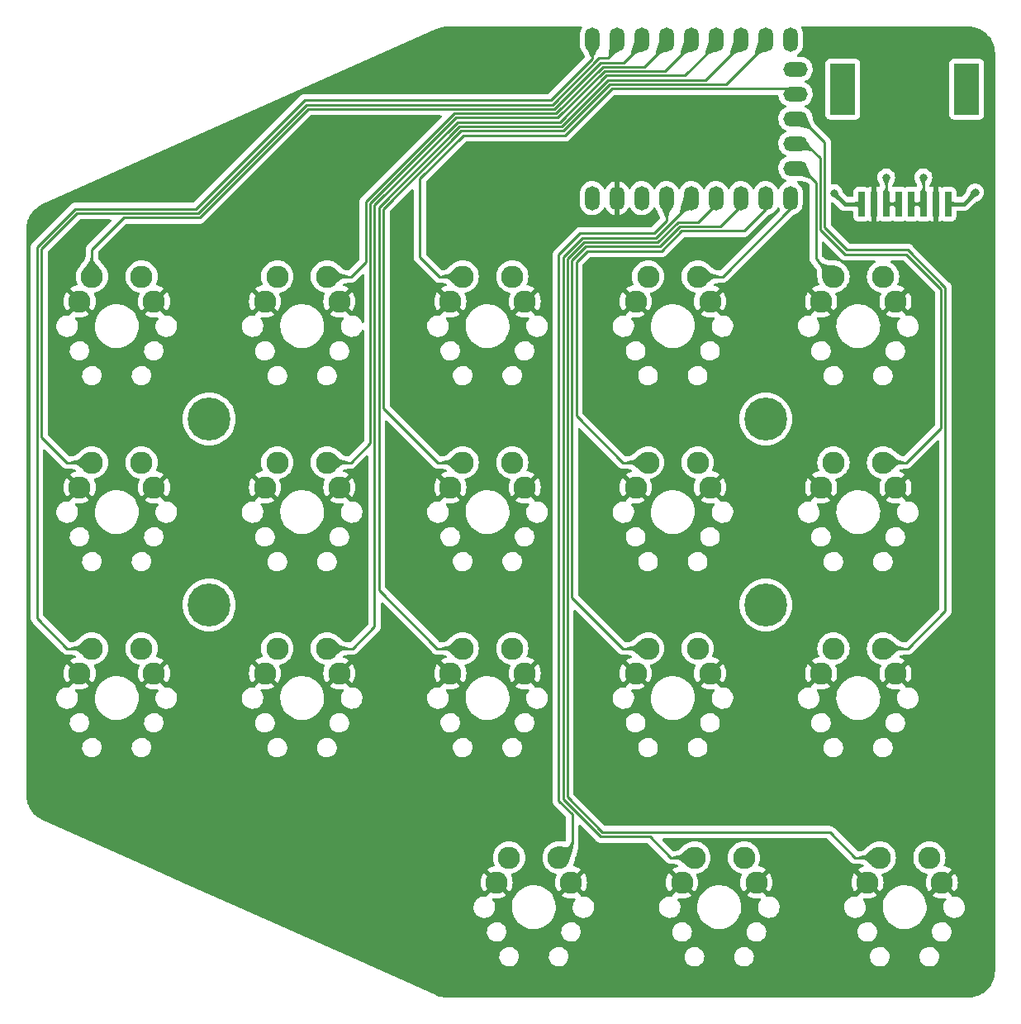
<source format=gtl>
%TF.GenerationSoftware,KiCad,Pcbnew,7.0.1*%
%TF.CreationDate,2023-04-24T02:46:48-04:00*%
%TF.ProjectId,quadrate_pcb_routed,71756164-7261-4746-955f-7063625f726f,v1.0.0*%
%TF.SameCoordinates,Original*%
%TF.FileFunction,Copper,L1,Top*%
%TF.FilePolarity,Positive*%
%FSLAX46Y46*%
G04 Gerber Fmt 4.6, Leading zero omitted, Abs format (unit mm)*
G04 Created by KiCad (PCBNEW 7.0.1) date 2023-04-24 02:46:48*
%MOMM*%
%LPD*%
G01*
G04 APERTURE LIST*
%TA.AperFunction,ComponentPad*%
%ADD10C,2.286000*%
%TD*%
%TA.AperFunction,SMDPad,CuDef*%
%ADD11R,0.640000X2.540000*%
%TD*%
%TA.AperFunction,SMDPad,CuDef*%
%ADD12R,2.540000X5.210000*%
%TD*%
%TA.AperFunction,ComponentPad*%
%ADD13C,0.700000*%
%TD*%
%TA.AperFunction,ComponentPad*%
%ADD14C,4.400000*%
%TD*%
%TA.AperFunction,ComponentPad*%
%ADD15O,1.500000X2.500000*%
%TD*%
%TA.AperFunction,ComponentPad*%
%ADD16O,2.500000X1.500000*%
%TD*%
%TA.AperFunction,ViaPad*%
%ADD17C,0.800000*%
%TD*%
%TA.AperFunction,Conductor*%
%ADD18C,0.250000*%
%TD*%
%TA.AperFunction,Conductor*%
%ADD19C,0.400000*%
%TD*%
G04 APERTURE END LIST*
D10*
%TO.P,S11,1*%
%TO.N,matrix_index_home*%
X206860000Y-128270000D03*
X211940000Y-128270000D03*
%TO.P,S11,2*%
%TO.N,GND*%
X205590000Y-130810000D03*
X213210000Y-130810000D03*
%TD*%
%TO.P,S10,1*%
%TO.N,matrix_index_bottom*%
X206860000Y-147320000D03*
X211940000Y-147320000D03*
%TO.P,S10,2*%
%TO.N,GND*%
X205590000Y-149860000D03*
X213210000Y-149860000D03*
%TD*%
D11*
%TO.P,,1*%
%TO.N,3V3*%
X237607500Y-101795000D03*
%TO.P,,2*%
%TO.N,GND*%
X236337500Y-101795000D03*
%TO.P,,3*%
%TO.N,GP8*%
X235067500Y-101795000D03*
%TO.P,,4*%
X233797500Y-101795000D03*
%TO.P,,5*%
%TO.N,GP9*%
X232527500Y-101795000D03*
%TO.P,,6*%
X231257500Y-101795000D03*
%TO.P,,7*%
%TO.N,GND*%
X229987500Y-101795000D03*
%TO.P,,8*%
%TO.N,3V3*%
X228717500Y-101795000D03*
D12*
%TO.P,,9*%
%TO.N,N/C*%
X239512500Y-90020000D03*
%TO.P,,10*%
X226812500Y-90020000D03*
%TD*%
D13*
%TO.P,_6,1*%
%TO.N,N/C*%
X217275000Y-142875000D03*
X217758274Y-141708274D03*
X217758274Y-144041726D03*
X218925000Y-141225000D03*
D14*
X218925000Y-142875000D03*
D13*
X218925000Y-144525000D03*
X220091726Y-141708274D03*
X220091726Y-144041726D03*
X220575000Y-142875000D03*
%TD*%
%TO.P,_5,1*%
%TO.N,N/C*%
X217275000Y-123825000D03*
X217758274Y-122658274D03*
X217758274Y-124991726D03*
X218925000Y-122175000D03*
D14*
X218925000Y-123825000D03*
D13*
X218925000Y-125475000D03*
X220091726Y-122658274D03*
X220091726Y-124991726D03*
X220575000Y-123825000D03*
%TD*%
D10*
%TO.P,S15,1*%
%TO.N,matrix_inner_top*%
X225860000Y-109220000D03*
X230940000Y-109220000D03*
%TO.P,S15,2*%
%TO.N,GND*%
X224590000Y-111760000D03*
X232210000Y-111760000D03*
%TD*%
%TO.P,S14,1*%
%TO.N,matrix_inner_home*%
X225860000Y-128270000D03*
X230940000Y-128270000D03*
%TO.P,S14,2*%
%TO.N,GND*%
X224590000Y-130810000D03*
X232210000Y-130810000D03*
%TD*%
%TO.P,S17,1*%
%TO.N,thumbfan_home_home*%
X211610000Y-168745000D03*
X216690000Y-168745000D03*
%TO.P,S17,2*%
%TO.N,GND*%
X210340000Y-171285000D03*
X217960000Y-171285000D03*
%TD*%
%TO.P,S6,1*%
%TO.N,matrix_ring_top*%
X168860000Y-109220000D03*
X173940000Y-109220000D03*
%TO.P,S6,2*%
%TO.N,GND*%
X167590000Y-111760000D03*
X175210000Y-111760000D03*
%TD*%
%TO.P,S5,1*%
%TO.N,matrix_ring_home*%
X168860000Y-128270000D03*
X173940000Y-128270000D03*
%TO.P,S5,2*%
%TO.N,GND*%
X167590000Y-130810000D03*
X175210000Y-130810000D03*
%TD*%
%TO.P,S2,1*%
%TO.N,matrix_pinky_home*%
X149860000Y-128270000D03*
X154940000Y-128270000D03*
%TO.P,S2,2*%
%TO.N,GND*%
X148590000Y-130810000D03*
X156210000Y-130810000D03*
%TD*%
%TO.P,S16,1*%
%TO.N,thumbfan_near_home*%
X192610000Y-168745000D03*
X197690000Y-168745000D03*
%TO.P,S16,2*%
%TO.N,GND*%
X191340000Y-171285000D03*
X198960000Y-171285000D03*
%TD*%
%TO.P,S9,1*%
%TO.N,matrix_middle_top*%
X187860000Y-109220000D03*
X192940000Y-109220000D03*
%TO.P,S9,2*%
%TO.N,GND*%
X186590000Y-111760000D03*
X194210000Y-111760000D03*
%TD*%
%TO.P,S7,1*%
%TO.N,matrix_middle_bottom*%
X187860000Y-147320000D03*
X192940000Y-147320000D03*
%TO.P,S7,2*%
%TO.N,GND*%
X186590000Y-149860000D03*
X194210000Y-149860000D03*
%TD*%
%TO.P,S3,1*%
%TO.N,matrix_pinky_top*%
X149860000Y-109220000D03*
X154940000Y-109220000D03*
%TO.P,S3,2*%
%TO.N,GND*%
X148590000Y-111760000D03*
X156210000Y-111760000D03*
%TD*%
%TO.P,S8,1*%
%TO.N,matrix_middle_home*%
X187860000Y-128270000D03*
X192940000Y-128270000D03*
%TO.P,S8,2*%
%TO.N,GND*%
X186590000Y-130810000D03*
X194210000Y-130810000D03*
%TD*%
%TO.P,S4,1*%
%TO.N,matrix_ring_bottom*%
X168860000Y-147320000D03*
X173940000Y-147320000D03*
%TO.P,S4,2*%
%TO.N,GND*%
X167590000Y-149860000D03*
X175210000Y-149860000D03*
%TD*%
D13*
%TO.P,_4,1*%
%TO.N,N/C*%
X160225000Y-142875000D03*
X160708274Y-141708274D03*
X160708274Y-144041726D03*
X161875000Y-141225000D03*
D14*
X161875000Y-142875000D03*
D13*
X161875000Y-144525000D03*
X163041726Y-141708274D03*
X163041726Y-144041726D03*
X163525000Y-142875000D03*
%TD*%
D10*
%TO.P,S1,1*%
%TO.N,matrix_pinky_bottom*%
X149860000Y-147320000D03*
X154940000Y-147320000D03*
%TO.P,S1,2*%
%TO.N,GND*%
X148590000Y-149860000D03*
X156210000Y-149860000D03*
%TD*%
%TO.P,S12,1*%
%TO.N,matrix_index_top*%
X206860000Y-109220000D03*
X211940000Y-109220000D03*
%TO.P,S12,2*%
%TO.N,GND*%
X205590000Y-111760000D03*
X213210000Y-111760000D03*
%TD*%
%TO.P,S13,1*%
%TO.N,matrix_inner_bottom*%
X225860000Y-147320000D03*
X230940000Y-147320000D03*
%TO.P,S13,2*%
%TO.N,GND*%
X224590000Y-149860000D03*
X232210000Y-149860000D03*
%TD*%
D13*
%TO.P,_3,1*%
%TO.N,N/C*%
X160225000Y-123825000D03*
X160708274Y-122658274D03*
X160708274Y-124991726D03*
X161875000Y-122175000D03*
D14*
X161875000Y-123825000D03*
D13*
X161875000Y-125475000D03*
X163041726Y-122658274D03*
X163041726Y-124991726D03*
X163525000Y-123825000D03*
%TD*%
D15*
%TO.P,,1*%
%TO.N,matrix_pinky_bottom*%
X201145000Y-84942500D03*
%TO.P,,2*%
%TO.N,matrix_pinky_home*%
X203685000Y-84942500D03*
%TO.P,,3*%
%TO.N,matrix_pinky_top*%
X206225000Y-84942500D03*
%TO.P,,4*%
%TO.N,matrix_ring_top*%
X208765000Y-84942500D03*
%TO.P,,5*%
%TO.N,matrix_ring_home*%
X211305000Y-84942500D03*
%TO.P,,6*%
%TO.N,matrix_ring_bottom*%
X213845000Y-84942500D03*
%TO.P,,7*%
%TO.N,matrix_middle_bottom*%
X216385000Y-84942500D03*
%TO.P,,8*%
%TO.N,matrix_middle_home*%
X218925000Y-84942500D03*
%TO.P,,9*%
%TO.N,GP8*%
X221465000Y-84942500D03*
D16*
%TO.P,,10*%
%TO.N,GP9*%
X221965000Y-87982500D03*
%TO.P,,11*%
%TO.N,matrix_middle_top*%
X221965000Y-90522500D03*
%TO.P,,12*%
%TO.N,matrix_inner_bottom*%
X221965000Y-93062500D03*
%TO.P,,13*%
%TO.N,matrix_inner_home*%
X221965000Y-95602500D03*
%TO.P,,14*%
%TO.N,matrix_inner_top*%
X221965000Y-98142500D03*
D15*
%TO.P,,15*%
%TO.N,matrix_index_top*%
X221465000Y-101182500D03*
%TO.P,,16*%
%TO.N,matrix_index_home*%
X218925000Y-101182500D03*
%TO.P,,17*%
%TO.N,matrix_index_bottom*%
X216385000Y-101182500D03*
%TO.P,,18*%
%TO.N,thumbfan_far_home*%
X213845000Y-101182500D03*
%TO.P,,19*%
%TO.N,thumbfan_home_home*%
X211305000Y-101182500D03*
%TO.P,,20*%
%TO.N,thumbfan_near_home*%
X208765000Y-101182500D03*
%TO.P,,21*%
%TO.N,3V3*%
X206225000Y-101182500D03*
%TO.P,,22*%
%TO.N,GND*%
X203685000Y-101182500D03*
%TO.P,,23*%
%TO.N,5V*%
X201145000Y-101182500D03*
%TD*%
D10*
%TO.P,S18,1*%
%TO.N,thumbfan_far_home*%
X230610000Y-168745000D03*
X235690000Y-168745000D03*
%TO.P,S18,2*%
%TO.N,GND*%
X229340000Y-171285000D03*
X236960000Y-171285000D03*
%TD*%
D17*
%TO.N,GND*%
X230000000Y-97550000D03*
X236350000Y-97550000D03*
X233175000Y-103900000D03*
%TO.N,GP8*%
X235075000Y-99075000D03*
%TO.N,GP9*%
X231275000Y-99075000D03*
%TO.N,3V3*%
X225907600Y-100685600D03*
X240385600Y-100609400D03*
%TD*%
D18*
%TO.N,matrix_pinky_bottom*%
X144221200Y-144221200D02*
X144221200Y-106197400D01*
X160528000Y-102285800D02*
X171653200Y-91160600D01*
X196875400Y-91160600D02*
X201145000Y-86891000D01*
X148132800Y-102285800D02*
X160528000Y-102285800D01*
X144221200Y-106197400D02*
X148132800Y-102285800D01*
X149860000Y-147320000D02*
X147320000Y-147320000D01*
X147320000Y-147320000D02*
X144221200Y-144221200D01*
X201145000Y-85442500D02*
X201145000Y-86891000D01*
X171653200Y-91160600D02*
X196875400Y-91160600D01*
D19*
%TO.N,GND*%
X230000000Y-97550000D02*
X229987500Y-97562500D01*
X229987500Y-97562500D02*
X229987500Y-101795000D01*
X236337500Y-97562500D02*
X236350000Y-97550000D01*
X236337500Y-101795000D02*
X236337500Y-97562500D01*
D18*
%TO.N,matrix_pinky_home*%
X144671200Y-125672000D02*
X144671200Y-106383796D01*
X171839596Y-91610600D02*
X197061796Y-91610600D01*
X160714396Y-102735800D02*
X171839596Y-91610600D01*
X197061796Y-91610600D02*
X201829796Y-86842600D01*
X147269200Y-128270000D02*
X144671200Y-125672000D01*
X148319196Y-102735800D02*
X160714396Y-102735800D01*
X144671200Y-106383796D02*
X148319196Y-102735800D01*
X201829796Y-86842600D02*
X202742800Y-86842600D01*
X149860000Y-128270000D02*
X147269200Y-128270000D01*
X202742800Y-86842600D02*
X203685000Y-85900400D01*
%TO.N,matrix_pinky_top*%
X172025992Y-92060600D02*
X197248192Y-92060600D01*
X204374900Y-87292600D02*
X206225000Y-85442500D01*
X149860000Y-106426000D02*
X153100200Y-103185800D01*
X197248192Y-92060600D02*
X202016192Y-87292600D01*
X160900792Y-103185800D02*
X172025992Y-92060600D01*
X202016192Y-87292600D02*
X204374900Y-87292600D01*
X149860000Y-109220000D02*
X149860000Y-106426000D01*
X153100200Y-103185800D02*
X160900792Y-103185800D01*
%TO.N,matrix_ring_bottom*%
X178827000Y-145073800D02*
X176580800Y-147320000D01*
X187338392Y-93410600D02*
X178827000Y-101921992D01*
X178827000Y-101921992D02*
X178827000Y-145073800D01*
X176580800Y-147320000D02*
X173940000Y-147320000D01*
X210644900Y-88642600D02*
X202575380Y-88642600D01*
X213845000Y-85442500D02*
X210644900Y-88642600D01*
X197807380Y-93410600D02*
X187338392Y-93410600D01*
X202575380Y-88642600D02*
X197807380Y-93410600D01*
%TO.N,matrix_ring_home*%
X187151996Y-92960600D02*
X178377000Y-101735596D01*
X208554900Y-88192600D02*
X202388984Y-88192600D01*
X211305000Y-85442500D02*
X208554900Y-88192600D01*
X178377000Y-126296000D02*
X176403000Y-128270000D01*
X178377000Y-101735596D02*
X178377000Y-126296000D01*
X202388984Y-88192600D02*
X197620984Y-92960600D01*
X176403000Y-128270000D02*
X173940000Y-128270000D01*
X197620984Y-92960600D02*
X187151996Y-92960600D01*
%TO.N,matrix_ring_top*%
X197434588Y-92510600D02*
X202202588Y-87742600D01*
X173940000Y-109220000D02*
X176428400Y-109220000D01*
X202202588Y-87742600D02*
X206464900Y-87742600D01*
X177927000Y-107721400D02*
X177927000Y-101549200D01*
X176428400Y-109220000D02*
X177927000Y-107721400D01*
X177927000Y-101549200D02*
X186965600Y-92510600D01*
X206464900Y-87742600D02*
X208765000Y-85442500D01*
X186965600Y-92510600D02*
X197434588Y-92510600D01*
%TO.N,matrix_middle_bottom*%
X216385000Y-85442500D02*
X212734900Y-89092600D01*
X202761776Y-89092600D02*
X197993776Y-93860600D01*
X179277000Y-102108388D02*
X179277000Y-141354800D01*
X197993776Y-93860600D02*
X187524788Y-93860600D01*
X179277000Y-141354800D02*
X185242200Y-147320000D01*
X212734900Y-89092600D02*
X202761776Y-89092600D01*
X187524788Y-93860600D02*
X179277000Y-102108388D01*
X185242200Y-147320000D02*
X187860000Y-147320000D01*
%TO.N,matrix_middle_home*%
X214824900Y-89542600D02*
X202948172Y-89542600D01*
X202948172Y-89542600D02*
X198180172Y-94310600D01*
X218925000Y-85442500D02*
X214824900Y-89542600D01*
X185293000Y-128270000D02*
X187860000Y-128270000D01*
X198180172Y-94310600D02*
X187711184Y-94310600D01*
X179727000Y-122704000D02*
X185293000Y-128270000D01*
X187711184Y-94310600D02*
X179727000Y-102294784D01*
X179727000Y-102294784D02*
X179727000Y-122704000D01*
%TO.N,matrix_middle_top*%
X211988400Y-89992600D02*
X211988000Y-89992200D01*
X183464200Y-107238800D02*
X185445400Y-109220000D01*
X183464200Y-99193980D02*
X183464200Y-107238800D01*
X187897580Y-94760600D02*
X183464200Y-99193980D01*
X185445400Y-109220000D02*
X187860000Y-109220000D01*
X220935100Y-89992600D02*
X211988400Y-89992600D01*
X221465000Y-90522500D02*
X220935100Y-89992600D01*
X203134968Y-89992200D02*
X198366568Y-94760600D01*
X211988000Y-89992200D02*
X203134968Y-89992200D01*
X198366568Y-94760600D02*
X187897580Y-94760600D01*
%TO.N,matrix_index_bottom*%
X206860000Y-147320000D02*
X204292200Y-147320000D01*
X208051788Y-106150400D02*
X210104288Y-104097900D01*
X210104288Y-104097900D02*
X214291100Y-104097900D01*
X204292200Y-147320000D02*
X199040000Y-142067800D01*
X199040000Y-142067800D02*
X199040000Y-107567588D01*
X214291100Y-104097900D02*
X216385000Y-102004000D01*
X200457188Y-106150400D02*
X208051788Y-106150400D01*
X199040000Y-107567588D02*
X200457188Y-106150400D01*
%TO.N,matrix_index_home*%
X208238184Y-106600400D02*
X210290684Y-104547900D01*
X216685900Y-104547900D02*
X218925000Y-102308800D01*
X199490000Y-123467800D02*
X199490000Y-107753984D01*
X199490000Y-107753984D02*
X200643584Y-106600400D01*
X210290684Y-104547900D02*
X216685900Y-104547900D01*
X218925000Y-102308800D02*
X218925000Y-100682500D01*
X206860000Y-128270000D02*
X204292200Y-128270000D01*
X200643584Y-106600400D02*
X208238184Y-106600400D01*
X204292200Y-128270000D02*
X199490000Y-123467800D01*
%TO.N,matrix_index_top*%
X214477600Y-109220000D02*
X221465000Y-102232600D01*
X211940000Y-109220000D02*
X214477600Y-109220000D01*
%TO.N,matrix_inner_bottom*%
X237330400Y-143491800D02*
X233502200Y-147320000D01*
X237330400Y-110329004D02*
X237330400Y-143491800D01*
X222551700Y-93062500D02*
X224960600Y-95471400D01*
X233502200Y-147320000D02*
X230940000Y-147320000D01*
X227236996Y-106484000D02*
X233485396Y-106484000D01*
X224960600Y-104207604D02*
X227236996Y-106484000D01*
X233485396Y-106484000D02*
X237330400Y-110329004D01*
X224960600Y-95471400D02*
X224960600Y-104207604D01*
%TO.N,matrix_inner_home*%
X223008900Y-95602500D02*
X224510600Y-97104200D01*
X233299000Y-106934000D02*
X236880400Y-110515400D01*
X236880400Y-110515400D02*
X236880400Y-124739400D01*
X224510600Y-104394000D02*
X227050600Y-106934000D01*
X233349800Y-128270000D02*
X236880400Y-124739400D01*
X227050600Y-106934000D02*
X233299000Y-106934000D01*
X230940000Y-128270000D02*
X233349800Y-128270000D01*
X224510600Y-104394000D02*
X224510600Y-97104200D01*
%TO.N,matrix_inner_top*%
X224060600Y-107420600D02*
X225860000Y-109220000D01*
X224060600Y-99585600D02*
X224060600Y-107420600D01*
X222617500Y-98142500D02*
X224060600Y-99585600D01*
X221465000Y-98142500D02*
X222617500Y-98142500D01*
%TO.N,thumbfan_near_home*%
X197690000Y-107008400D02*
X199898000Y-104800400D01*
X199085200Y-167349800D02*
X199085200Y-164313996D01*
X197690000Y-162918796D02*
X197690000Y-107008400D01*
X207492600Y-104800400D02*
X208788000Y-103505000D01*
X208765000Y-103482000D02*
X208765000Y-100682500D01*
X199898000Y-104800400D02*
X207492600Y-104800400D01*
X197690000Y-168745000D02*
X199085200Y-167349800D01*
X208788000Y-103505000D02*
X208765000Y-103482000D01*
X199085200Y-164313996D02*
X197690000Y-162918796D01*
%TO.N,thumbfan_home_home*%
X209207200Y-168745000D02*
X211610000Y-168745000D01*
X207060800Y-166598600D02*
X209207200Y-168745000D01*
X200084396Y-105250400D02*
X198140000Y-107194796D01*
X211305000Y-101624396D02*
X207678996Y-105250400D01*
X198140000Y-162732400D02*
X202006200Y-166598600D01*
X198140000Y-107194796D02*
X198140000Y-162732400D01*
X207678996Y-105250400D02*
X200084396Y-105250400D01*
X202006200Y-166598600D02*
X207060800Y-166598600D01*
%TO.N,thumbfan_far_home*%
X211997900Y-103647900D02*
X213845000Y-101800800D01*
X198590000Y-107381192D02*
X200270792Y-105700400D01*
X198590000Y-162546004D02*
X198590000Y-107381192D01*
X209917892Y-103647900D02*
X211997900Y-103647900D01*
X202192596Y-166148600D02*
X198590000Y-162546004D01*
X207865392Y-105700400D02*
X209917892Y-103647900D01*
X200270792Y-105700400D02*
X207865392Y-105700400D01*
X228079400Y-168745000D02*
X225483000Y-166148600D01*
X230610000Y-168745000D02*
X228079400Y-168745000D01*
X225483000Y-166148600D02*
X202192596Y-166148600D01*
%TO.N,GP8*%
X235075000Y-99075000D02*
X235067500Y-99082500D01*
X233797500Y-101795000D02*
X235067500Y-101795000D01*
X235067500Y-99082500D02*
X235067500Y-101795000D01*
%TO.N,GP9*%
X231257500Y-101795000D02*
X231257500Y-99092500D01*
X231257500Y-101795000D02*
X232527500Y-101795000D01*
X231257500Y-99092500D02*
X231275000Y-99075000D01*
D19*
%TO.N,3V3*%
X237607500Y-101795000D02*
X239200000Y-101795000D01*
X239200000Y-101795000D02*
X240385600Y-100609400D01*
X228717500Y-101795000D02*
X227017000Y-101795000D01*
X227017000Y-101795000D02*
X225907600Y-100685600D01*
%TD*%
%TA.AperFunction,Conductor*%
%TO.N,matrix_middle_home*%
G36*
X218187637Y-85137057D02*
G01*
X218921212Y-85439937D01*
X218925021Y-85442478D01*
X218927562Y-85446287D01*
X219205784Y-86120319D01*
X219206330Y-86127577D01*
X219202479Y-86133754D01*
X219195721Y-86136459D01*
X218960158Y-86151636D01*
X218708299Y-86205364D01*
X218545926Y-86264179D01*
X218456442Y-86296592D01*
X218456438Y-86296593D01*
X218456438Y-86296594D01*
X218204585Y-86425319D01*
X217960696Y-86586289D01*
X217953071Y-86588164D01*
X217945978Y-86584797D01*
X217781608Y-86420427D01*
X217778382Y-86414314D01*
X217779169Y-86407450D01*
X217855761Y-86233184D01*
X217935571Y-86014098D01*
X218015380Y-85757512D01*
X218095190Y-85463426D01*
X218171800Y-85145133D01*
X218175121Y-85139385D01*
X218181036Y-85136369D01*
X218187637Y-85137057D01*
G37*
%TD.AperFunction*%
%TD*%
%TA.AperFunction,Conductor*%
%TO.N,matrix_pinky_bottom*%
G36*
X201150190Y-85443656D02*
G01*
X201824437Y-85723912D01*
X201829730Y-85728302D01*
X201831643Y-85734907D01*
X201829515Y-85741447D01*
X201709719Y-85911775D01*
X201581536Y-86131523D01*
X201453344Y-86388792D01*
X201325162Y-86683536D01*
X201203444Y-86999025D01*
X201198543Y-87004850D01*
X201191096Y-87006426D01*
X201184255Y-87003087D01*
X201021957Y-86840789D01*
X201019304Y-86836700D01*
X200960648Y-86683536D01*
X200906574Y-86542335D01*
X200906573Y-86542334D01*
X200792952Y-86283034D01*
X200679336Y-86061142D01*
X200679332Y-86061134D01*
X200565711Y-85876626D01*
X200461434Y-85741612D01*
X200459007Y-85734998D01*
X200460819Y-85728188D01*
X200466209Y-85723656D01*
X201141222Y-85443653D01*
X201145706Y-85442761D01*
X201150190Y-85443656D01*
G37*
%TD.AperFunction*%
%TD*%
%TA.AperFunction,Conductor*%
%TO.N,matrix_pinky_bottom*%
G36*
X149290332Y-146336813D02*
G01*
X149294942Y-146341272D01*
X149857611Y-147314142D01*
X149859183Y-147320000D01*
X149857611Y-147325858D01*
X149294942Y-148298727D01*
X149290332Y-148303186D01*
X149284064Y-148304545D01*
X149278022Y-148302395D01*
X149145537Y-148207921D01*
X148955424Y-148072353D01*
X148954233Y-148071379D01*
X148705225Y-147838919D01*
X148465350Y-147638424D01*
X148160747Y-147497942D01*
X147873887Y-147463718D01*
X147727312Y-147446230D01*
X147719951Y-147442381D01*
X147717000Y-147434613D01*
X147717000Y-147205387D01*
X147719951Y-147197619D01*
X147727312Y-147193769D01*
X148160748Y-147142056D01*
X148160749Y-147142055D01*
X148160751Y-147142055D01*
X148299058Y-147078267D01*
X148465348Y-147001575D01*
X148705224Y-146801079D01*
X148954236Y-146568616D01*
X148955424Y-146567645D01*
X149278025Y-146337602D01*
X149284064Y-146335454D01*
X149290332Y-146336813D01*
G37*
%TD.AperFunction*%
%TD*%
%TA.AperFunction,Conductor*%
%TO.N,matrix_inner_top*%
G36*
X223208031Y-98116860D02*
G01*
X223212402Y-98122365D01*
X223302604Y-98357707D01*
X223395739Y-98570072D01*
X223488866Y-98751789D01*
X223582000Y-98902890D01*
X223668832Y-99015206D01*
X223671252Y-99023106D01*
X223667849Y-99030635D01*
X223503479Y-99195005D01*
X223497882Y-99198122D01*
X223491482Y-99197824D01*
X223483085Y-99195005D01*
X223091683Y-99063604D01*
X223091679Y-99063603D01*
X222685006Y-98964576D01*
X222278349Y-98903053D01*
X222278346Y-98903052D01*
X222278341Y-98903052D01*
X221871670Y-98879026D01*
X221477075Y-98892099D01*
X221471066Y-98890666D01*
X221466624Y-98886373D01*
X221464988Y-98880418D01*
X221464303Y-98153321D01*
X221467662Y-98145108D01*
X221475821Y-98141614D01*
X223201298Y-98114853D01*
X223208031Y-98116860D01*
G37*
%TD.AperFunction*%
%TD*%
%TA.AperFunction,Conductor*%
%TO.N,matrix_inner_bottom*%
G36*
X231521975Y-146337603D02*
G01*
X231735606Y-146489941D01*
X231844573Y-146567645D01*
X231845764Y-146568619D01*
X232094773Y-146801078D01*
X232334648Y-147001573D01*
X232334649Y-147001573D01*
X232334651Y-147001575D01*
X232639251Y-147142056D01*
X233072687Y-147193769D01*
X233080049Y-147197619D01*
X233083000Y-147205387D01*
X233083000Y-147434613D01*
X233080049Y-147442381D01*
X233072687Y-147446230D01*
X232937601Y-147462347D01*
X232639251Y-147497942D01*
X232334648Y-147638424D01*
X232094773Y-147838919D01*
X231845764Y-148071379D01*
X231844573Y-148072353D01*
X231521978Y-148302395D01*
X231515935Y-148304545D01*
X231509667Y-148303186D01*
X231505057Y-148298727D01*
X230942388Y-147325858D01*
X230940816Y-147320000D01*
X230942388Y-147314142D01*
X231123164Y-147001575D01*
X231505058Y-146341270D01*
X231509667Y-146336813D01*
X231515935Y-146335454D01*
X231521975Y-146337603D01*
G37*
%TD.AperFunction*%
%TD*%
%TA.AperFunction,Conductor*%
%TO.N,matrix_ring_top*%
G36*
X208027637Y-85137057D02*
G01*
X208761212Y-85439937D01*
X208765021Y-85442478D01*
X208767562Y-85446287D01*
X209045784Y-86120319D01*
X209046330Y-86127577D01*
X209042479Y-86133754D01*
X209035721Y-86136459D01*
X208800158Y-86151636D01*
X208548299Y-86205364D01*
X208385926Y-86264179D01*
X208296442Y-86296592D01*
X208296438Y-86296593D01*
X208296438Y-86296594D01*
X208044585Y-86425319D01*
X207800696Y-86586289D01*
X207793071Y-86588164D01*
X207785978Y-86584797D01*
X207621608Y-86420427D01*
X207618382Y-86414314D01*
X207619169Y-86407450D01*
X207695761Y-86233184D01*
X207775571Y-86014098D01*
X207855380Y-85757512D01*
X207935190Y-85463426D01*
X208011800Y-85145133D01*
X208015121Y-85139385D01*
X208021036Y-85136369D01*
X208027637Y-85137057D01*
G37*
%TD.AperFunction*%
%TD*%
%TA.AperFunction,Conductor*%
%TO.N,matrix_ring_top*%
G36*
X174521975Y-108237603D02*
G01*
X174735606Y-108389941D01*
X174844573Y-108467645D01*
X174845764Y-108468619D01*
X175094773Y-108701078D01*
X175334648Y-108901573D01*
X175334649Y-108901573D01*
X175334651Y-108901575D01*
X175639251Y-109042056D01*
X176072687Y-109093769D01*
X176080049Y-109097619D01*
X176083000Y-109105387D01*
X176083000Y-109334613D01*
X176080049Y-109342381D01*
X176072687Y-109346230D01*
X175937601Y-109362347D01*
X175639251Y-109397942D01*
X175334648Y-109538424D01*
X175094773Y-109738919D01*
X174845764Y-109971379D01*
X174844573Y-109972353D01*
X174521978Y-110202395D01*
X174515935Y-110204545D01*
X174509667Y-110203186D01*
X174505057Y-110198727D01*
X173942388Y-109225858D01*
X173940816Y-109220000D01*
X173942388Y-109214142D01*
X174123164Y-108901575D01*
X174505058Y-108241270D01*
X174509667Y-108236813D01*
X174515935Y-108235454D01*
X174521975Y-108237603D01*
G37*
%TD.AperFunction*%
%TD*%
%TA.AperFunction,Conductor*%
%TO.N,matrix_inner_home*%
G36*
X223163163Y-95350159D02*
G01*
X223168226Y-95355105D01*
X223291378Y-95586086D01*
X223384905Y-95737737D01*
X223418414Y-95792070D01*
X223545450Y-95965776D01*
X223672487Y-96107201D01*
X223789952Y-96208123D01*
X223793461Y-96213403D01*
X223793701Y-96219739D01*
X223790600Y-96225270D01*
X223627137Y-96388733D01*
X223622294Y-96391646D01*
X223616651Y-96391949D01*
X223191193Y-96309998D01*
X222759651Y-96264374D01*
X222435985Y-96258280D01*
X222328098Y-96256249D01*
X222328097Y-96256249D01*
X221896548Y-96285623D01*
X221478479Y-96350411D01*
X221471908Y-96349528D01*
X221466871Y-96345217D01*
X221464987Y-96338860D01*
X221464769Y-96107201D01*
X221464302Y-95611882D01*
X221467135Y-95604240D01*
X221474270Y-95600302D01*
X223156173Y-95349038D01*
X223163163Y-95350159D01*
G37*
%TD.AperFunction*%
%TD*%
%TA.AperFunction,Conductor*%
%TO.N,thumbfan_far_home*%
G36*
X230040332Y-167761813D02*
G01*
X230044942Y-167766272D01*
X230607611Y-168739141D01*
X230609183Y-168744999D01*
X230607611Y-168750857D01*
X230044942Y-169723727D01*
X230040332Y-169728186D01*
X230034064Y-169729545D01*
X230028022Y-169727395D01*
X229895537Y-169632921D01*
X229705424Y-169497353D01*
X229704233Y-169496379D01*
X229455225Y-169263919D01*
X229215350Y-169063424D01*
X228910747Y-168922942D01*
X228623887Y-168888718D01*
X228477312Y-168871230D01*
X228469951Y-168867381D01*
X228467000Y-168859613D01*
X228467000Y-168630387D01*
X228469951Y-168622619D01*
X228477312Y-168618769D01*
X228910748Y-168567056D01*
X228910749Y-168567055D01*
X228910751Y-168567055D01*
X229049058Y-168503267D01*
X229215348Y-168426575D01*
X229455224Y-168226079D01*
X229704236Y-167993616D01*
X229705424Y-167992645D01*
X230028025Y-167762602D01*
X230034064Y-167760454D01*
X230040332Y-167761813D01*
G37*
%TD.AperFunction*%
%TD*%
%TA.AperFunction,Conductor*%
%TO.N,3V3*%
G36*
X228403959Y-101481439D02*
G01*
X228710188Y-101786714D01*
X228713228Y-101791966D01*
X228713228Y-101798034D01*
X228710188Y-101803286D01*
X228403959Y-102108560D01*
X228397120Y-102111887D01*
X228389680Y-102110307D01*
X228333501Y-102076601D01*
X228333499Y-102076600D01*
X228269499Y-102045400D01*
X228261496Y-102042398D01*
X228205505Y-102021401D01*
X228141500Y-102004600D01*
X228141499Y-102004599D01*
X228087463Y-101996494D01*
X228080334Y-101992559D01*
X228077500Y-101984924D01*
X228077500Y-101605076D01*
X228080334Y-101597441D01*
X228087463Y-101593505D01*
X228141500Y-101585400D01*
X228205500Y-101568600D01*
X228269499Y-101544600D01*
X228333499Y-101513400D01*
X228389680Y-101479691D01*
X228397120Y-101478112D01*
X228403959Y-101481439D01*
G37*
%TD.AperFunction*%
%TD*%
%TA.AperFunction,Conductor*%
%TO.N,3V3*%
G36*
X237935320Y-101479692D02*
G01*
X237991500Y-101513400D01*
X238055500Y-101544600D01*
X238103493Y-101562597D01*
X238119493Y-101568598D01*
X238119495Y-101568598D01*
X238119499Y-101568600D01*
X238183499Y-101585400D01*
X238237537Y-101593505D01*
X238244666Y-101597441D01*
X238247500Y-101605076D01*
X238247500Y-101984924D01*
X238244666Y-101992559D01*
X238237537Y-101996494D01*
X238197635Y-102002479D01*
X238183498Y-102004600D01*
X238119493Y-102021401D01*
X238055502Y-102045399D01*
X237991497Y-102076601D01*
X237935319Y-102110307D01*
X237927879Y-102111887D01*
X237921040Y-102108560D01*
X237857681Y-102045399D01*
X237614809Y-101803283D01*
X237611771Y-101798034D01*
X237611771Y-101791966D01*
X237614809Y-101786716D01*
X237921041Y-101481438D01*
X237927879Y-101478112D01*
X237935320Y-101479692D01*
G37*
%TD.AperFunction*%
%TD*%
%TA.AperFunction,Conductor*%
%TO.N,matrix_pinky_top*%
G36*
X149982417Y-107097292D02*
G01*
X149986285Y-107104609D01*
X150041715Y-107546620D01*
X150190149Y-107856856D01*
X150190150Y-107856857D01*
X150397725Y-108101607D01*
X150631252Y-108356732D01*
X150632367Y-108358157D01*
X150852794Y-108689934D01*
X150854745Y-108696090D01*
X150853132Y-108702343D01*
X150848449Y-108706789D01*
X149865400Y-109218190D01*
X149860000Y-109219510D01*
X149854600Y-109218190D01*
X148871550Y-108706788D01*
X148866867Y-108702342D01*
X148865254Y-108696089D01*
X148867203Y-108689937D01*
X149087637Y-108358148D01*
X149088737Y-108356741D01*
X149322274Y-108101607D01*
X149529849Y-107856857D01*
X149678283Y-107546621D01*
X149733715Y-107104608D01*
X149737583Y-107097292D01*
X149745324Y-107094365D01*
X149974676Y-107094365D01*
X149982417Y-107097292D01*
G37*
%TD.AperFunction*%
%TD*%
%TA.AperFunction,Conductor*%
%TO.N,matrix_index_bottom*%
G36*
X206290332Y-146336813D02*
G01*
X206294942Y-146341272D01*
X206857611Y-147314142D01*
X206859183Y-147320000D01*
X206857611Y-147325858D01*
X206294942Y-148298727D01*
X206290332Y-148303186D01*
X206284064Y-148304545D01*
X206278022Y-148302395D01*
X206145537Y-148207921D01*
X205955424Y-148072353D01*
X205954233Y-148071379D01*
X205705225Y-147838919D01*
X205465350Y-147638424D01*
X205160747Y-147497942D01*
X204873887Y-147463718D01*
X204727312Y-147446230D01*
X204719951Y-147442381D01*
X204717000Y-147434613D01*
X204717000Y-147205387D01*
X204719951Y-147197619D01*
X204727312Y-147193769D01*
X205160748Y-147142056D01*
X205160749Y-147142055D01*
X205160751Y-147142055D01*
X205299058Y-147078267D01*
X205465348Y-147001575D01*
X205705224Y-146801079D01*
X205954236Y-146568616D01*
X205955424Y-146567645D01*
X206278025Y-146337602D01*
X206284064Y-146335454D01*
X206290332Y-146336813D01*
G37*
%TD.AperFunction*%
%TD*%
%TA.AperFunction,Conductor*%
%TO.N,GP9*%
G36*
X231381290Y-100206872D02*
G01*
X231385607Y-100211890D01*
X231421500Y-100291483D01*
X231421501Y-100291484D01*
X231460504Y-100366732D01*
X231499500Y-100430726D01*
X231538498Y-100483482D01*
X231573119Y-100520338D01*
X231575916Y-100525411D01*
X231575937Y-100531205D01*
X231268846Y-101750935D01*
X231264693Y-101757306D01*
X231257500Y-101759778D01*
X231250307Y-101757306D01*
X231246154Y-101750935D01*
X230939062Y-100531205D01*
X230939083Y-100525411D01*
X230941880Y-100520337D01*
X230976500Y-100483483D01*
X231015500Y-100430725D01*
X231054500Y-100366725D01*
X231093500Y-100291483D01*
X231129392Y-100211890D01*
X231133710Y-100206872D01*
X231140059Y-100205000D01*
X231374941Y-100205000D01*
X231381290Y-100206872D01*
G37*
%TD.AperFunction*%
%TD*%
%TA.AperFunction,Conductor*%
%TO.N,thumbfan_near_home*%
G36*
X199203890Y-167194648D02*
G01*
X199208195Y-167199187D01*
X199209546Y-167205295D01*
X199184889Y-167669604D01*
X199184693Y-167671202D01*
X199117223Y-168020646D01*
X199116843Y-168022103D01*
X199019395Y-168316657D01*
X199019257Y-168317050D01*
X198904036Y-168627740D01*
X198786873Y-169014290D01*
X198781422Y-169021088D01*
X198772784Y-169022233D01*
X197697320Y-168747867D01*
X197691633Y-168744485D01*
X197688689Y-168738560D01*
X197669166Y-168627740D01*
X197493850Y-167632591D01*
X197494574Y-167626060D01*
X197498707Y-167620948D01*
X197504942Y-167618871D01*
X197892073Y-167604628D01*
X197893542Y-167604666D01*
X198288112Y-167640193D01*
X198629636Y-167640528D01*
X198869594Y-167519992D01*
X198957823Y-167201551D01*
X198962016Y-167195363D01*
X198969099Y-167192975D01*
X199197862Y-167192975D01*
X199203890Y-167194648D01*
G37*
%TD.AperFunction*%
%TD*%
%TA.AperFunction,Conductor*%
%TO.N,GP9*%
G36*
X231585756Y-101482931D02*
G01*
X231641500Y-101536483D01*
X231705500Y-101586725D01*
X231769499Y-101625725D01*
X231833499Y-101653483D01*
X231888724Y-101667735D01*
X231895049Y-101671899D01*
X231897500Y-101679064D01*
X231897500Y-101910936D01*
X231895049Y-101918101D01*
X231888724Y-101922264D01*
X231833499Y-101936516D01*
X231833497Y-101936516D01*
X231833496Y-101936517D01*
X231769497Y-101964274D01*
X231705503Y-102003271D01*
X231641498Y-102053517D01*
X231585757Y-102107067D01*
X231577543Y-102110329D01*
X231569391Y-102106916D01*
X231398458Y-101936516D01*
X231264809Y-101803283D01*
X231261771Y-101798034D01*
X231261771Y-101791966D01*
X231264809Y-101786716D01*
X231569392Y-101483082D01*
X231577543Y-101479670D01*
X231585756Y-101482931D01*
G37*
%TD.AperFunction*%
%TD*%
%TA.AperFunction,Conductor*%
%TO.N,GP8*%
G36*
X234125756Y-101482931D02*
G01*
X234181500Y-101536483D01*
X234245500Y-101586725D01*
X234309499Y-101625725D01*
X234373499Y-101653483D01*
X234428724Y-101667735D01*
X234435049Y-101671899D01*
X234437500Y-101679064D01*
X234437500Y-101910936D01*
X234435049Y-101918101D01*
X234428724Y-101922264D01*
X234373499Y-101936516D01*
X234373497Y-101936516D01*
X234373496Y-101936517D01*
X234309497Y-101964274D01*
X234245503Y-102003271D01*
X234181498Y-102053517D01*
X234125757Y-102107067D01*
X234117543Y-102110329D01*
X234109391Y-102106916D01*
X233938458Y-101936516D01*
X233804809Y-101803283D01*
X233801771Y-101798034D01*
X233801771Y-101791966D01*
X233804809Y-101786716D01*
X234109392Y-101483082D01*
X234117543Y-101479670D01*
X234125756Y-101482931D01*
G37*
%TD.AperFunction*%
%TD*%
%TA.AperFunction,Conductor*%
%TO.N,GP8*%
G36*
X235079497Y-99075875D02*
G01*
X235433059Y-99223281D01*
X235438001Y-99227173D01*
X235440213Y-99233062D01*
X235439055Y-99239245D01*
X235367703Y-99384286D01*
X235367094Y-99385374D01*
X235298546Y-99493773D01*
X235243037Y-99588830D01*
X235205985Y-99704070D01*
X235193357Y-99862736D01*
X235189632Y-99870403D01*
X235181694Y-99873508D01*
X234953395Y-99873508D01*
X234945421Y-99870370D01*
X234941725Y-99862640D01*
X234930476Y-99704858D01*
X234930247Y-99704070D01*
X234896948Y-99589271D01*
X234845725Y-99493466D01*
X234780885Y-99384605D01*
X234780397Y-99383696D01*
X234710804Y-99239195D01*
X234709696Y-99233037D01*
X234711921Y-99227187D01*
X234716841Y-99223322D01*
X235070502Y-99075875D01*
X235075000Y-99074975D01*
X235079497Y-99075875D01*
G37*
%TD.AperFunction*%
%TD*%
%TA.AperFunction,Conductor*%
%TO.N,matrix_ring_bottom*%
G36*
X174521975Y-146337603D02*
G01*
X174735606Y-146489941D01*
X174844573Y-146567645D01*
X174845764Y-146568619D01*
X175094773Y-146801078D01*
X175334648Y-147001573D01*
X175334649Y-147001573D01*
X175334651Y-147001575D01*
X175639251Y-147142056D01*
X176072687Y-147193769D01*
X176080049Y-147197619D01*
X176083000Y-147205387D01*
X176083000Y-147434613D01*
X176080049Y-147442381D01*
X176072687Y-147446230D01*
X175937601Y-147462347D01*
X175639251Y-147497942D01*
X175334648Y-147638424D01*
X175094773Y-147838919D01*
X174845764Y-148071379D01*
X174844573Y-148072353D01*
X174521978Y-148302395D01*
X174515935Y-148304545D01*
X174509667Y-148303186D01*
X174505057Y-148298727D01*
X173942388Y-147325858D01*
X173940816Y-147320000D01*
X173942388Y-147314142D01*
X174123164Y-147001575D01*
X174505058Y-146341270D01*
X174509667Y-146336813D01*
X174515935Y-146335454D01*
X174521975Y-146337603D01*
G37*
%TD.AperFunction*%
%TD*%
%TA.AperFunction,Conductor*%
%TO.N,matrix_middle_bottom*%
G36*
X187290332Y-146336813D02*
G01*
X187294942Y-146341272D01*
X187857611Y-147314142D01*
X187859183Y-147320000D01*
X187857611Y-147325858D01*
X187294942Y-148298727D01*
X187290332Y-148303186D01*
X187284064Y-148304545D01*
X187278022Y-148302395D01*
X187145537Y-148207921D01*
X186955424Y-148072353D01*
X186954233Y-148071379D01*
X186705225Y-147838919D01*
X186465350Y-147638424D01*
X186160747Y-147497942D01*
X185873887Y-147463718D01*
X185727312Y-147446230D01*
X185719951Y-147442381D01*
X185717000Y-147434613D01*
X185717000Y-147205387D01*
X185719951Y-147197619D01*
X185727312Y-147193769D01*
X186160748Y-147142056D01*
X186160749Y-147142055D01*
X186160751Y-147142055D01*
X186299058Y-147078267D01*
X186465348Y-147001575D01*
X186705224Y-146801079D01*
X186954236Y-146568616D01*
X186955424Y-146567645D01*
X187278025Y-146337602D01*
X187284064Y-146335454D01*
X187290332Y-146336813D01*
G37*
%TD.AperFunction*%
%TD*%
%TA.AperFunction,Conductor*%
%TO.N,matrix_index_home*%
G36*
X206290332Y-127286813D02*
G01*
X206294942Y-127291272D01*
X206857611Y-128264142D01*
X206859183Y-128270000D01*
X206857611Y-128275858D01*
X206294942Y-129248727D01*
X206290332Y-129253186D01*
X206284064Y-129254545D01*
X206278022Y-129252395D01*
X206145537Y-129157921D01*
X205955424Y-129022353D01*
X205954233Y-129021379D01*
X205705225Y-128788919D01*
X205465350Y-128588424D01*
X205160747Y-128447942D01*
X204873887Y-128413718D01*
X204727312Y-128396230D01*
X204719951Y-128392381D01*
X204717000Y-128384613D01*
X204717000Y-128155387D01*
X204719951Y-128147619D01*
X204727312Y-128143769D01*
X205160748Y-128092056D01*
X205160749Y-128092055D01*
X205160751Y-128092055D01*
X205299058Y-128028267D01*
X205465348Y-127951575D01*
X205705224Y-127751079D01*
X205954236Y-127518616D01*
X205955424Y-127517645D01*
X206278025Y-127287602D01*
X206284064Y-127285454D01*
X206290332Y-127286813D01*
G37*
%TD.AperFunction*%
%TD*%
%TA.AperFunction,Conductor*%
%TO.N,GP8*%
G36*
X234755608Y-101483083D02*
G01*
X235060188Y-101786714D01*
X235063228Y-101791966D01*
X235063228Y-101798034D01*
X235060188Y-101803286D01*
X234755608Y-102106916D01*
X234747456Y-102110329D01*
X234739242Y-102107067D01*
X234683500Y-102053517D01*
X234619495Y-102003271D01*
X234555501Y-101964274D01*
X234491502Y-101936517D01*
X234491500Y-101936516D01*
X234436275Y-101922264D01*
X234429951Y-101918101D01*
X234427500Y-101910936D01*
X234427500Y-101679064D01*
X234429951Y-101671899D01*
X234436276Y-101667735D01*
X234491500Y-101653483D01*
X234555500Y-101625725D01*
X234619499Y-101586725D01*
X234683499Y-101536483D01*
X234739243Y-101482931D01*
X234747456Y-101479670D01*
X234755608Y-101483083D01*
G37*
%TD.AperFunction*%
%TD*%
%TA.AperFunction,Conductor*%
%TO.N,matrix_middle_top*%
G36*
X187290332Y-108236813D02*
G01*
X187294942Y-108241272D01*
X187857611Y-109214142D01*
X187859183Y-109220000D01*
X187857611Y-109225858D01*
X187294942Y-110198727D01*
X187290332Y-110203186D01*
X187284064Y-110204545D01*
X187278022Y-110202395D01*
X187145537Y-110107921D01*
X186955424Y-109972353D01*
X186954233Y-109971379D01*
X186705225Y-109738919D01*
X186465350Y-109538424D01*
X186160747Y-109397942D01*
X185873887Y-109363718D01*
X185727312Y-109346230D01*
X185719951Y-109342381D01*
X185717000Y-109334613D01*
X185717000Y-109105387D01*
X185719951Y-109097619D01*
X185727312Y-109093769D01*
X186160748Y-109042056D01*
X186160749Y-109042055D01*
X186160751Y-109042055D01*
X186299058Y-108978267D01*
X186465348Y-108901575D01*
X186705224Y-108701079D01*
X186954236Y-108468616D01*
X186955424Y-108467645D01*
X187278025Y-108237602D01*
X187284064Y-108235454D01*
X187290332Y-108236813D01*
G37*
%TD.AperFunction*%
%TD*%
%TA.AperFunction,Conductor*%
%TO.N,GP9*%
G36*
X231279497Y-99075875D02*
G01*
X231632991Y-99223253D01*
X231637945Y-99227163D01*
X231640148Y-99233079D01*
X231638956Y-99239278D01*
X231566562Y-99384257D01*
X231565863Y-99385469D01*
X231494887Y-99493154D01*
X231436456Y-99587387D01*
X231396990Y-99702019D01*
X231383415Y-99860816D01*
X231379671Y-99868437D01*
X231371758Y-99871519D01*
X231143453Y-99871519D01*
X231135457Y-99868361D01*
X231131778Y-99860591D01*
X231130305Y-99838312D01*
X231121420Y-99703851D01*
X231090178Y-99588418D01*
X231041770Y-99492474D01*
X230979411Y-99383651D01*
X230979014Y-99382893D01*
X230910718Y-99239165D01*
X230909641Y-99233021D01*
X230911875Y-99227195D01*
X230916783Y-99223346D01*
X231270502Y-99075875D01*
X231275000Y-99074975D01*
X231279497Y-99075875D01*
G37*
%TD.AperFunction*%
%TD*%
%TA.AperFunction,Conductor*%
%TO.N,3V3*%
G36*
X226277860Y-100538668D02*
G01*
X226281509Y-100543570D01*
X226338696Y-100688501D01*
X226383155Y-100801115D01*
X226430594Y-100893468D01*
X226501090Y-100988683D01*
X226606958Y-101101599D01*
X226610121Y-101109789D01*
X226606696Y-101117874D01*
X226339874Y-101384696D01*
X226331789Y-101388121D01*
X226323599Y-101384958D01*
X226210683Y-101279090D01*
X226115468Y-101208594D01*
X226023115Y-101161155D01*
X225910501Y-101116696D01*
X225910501Y-101116695D01*
X225765570Y-101059509D01*
X225760668Y-101055860D01*
X225758275Y-101050236D01*
X225759043Y-101044176D01*
X225905037Y-100689401D01*
X225907583Y-100685583D01*
X225911401Y-100683037D01*
X226266176Y-100537043D01*
X226272236Y-100536275D01*
X226277860Y-100538668D01*
G37*
%TD.AperFunction*%
%TD*%
%TA.AperFunction,Conductor*%
%TO.N,matrix_middle_bottom*%
G36*
X215647637Y-85137057D02*
G01*
X216381212Y-85439937D01*
X216385021Y-85442478D01*
X216387562Y-85446287D01*
X216665784Y-86120319D01*
X216666330Y-86127577D01*
X216662479Y-86133754D01*
X216655721Y-86136459D01*
X216420158Y-86151636D01*
X216168299Y-86205364D01*
X216005926Y-86264179D01*
X215916442Y-86296592D01*
X215916438Y-86296593D01*
X215916438Y-86296594D01*
X215664585Y-86425319D01*
X215420696Y-86586289D01*
X215413071Y-86588164D01*
X215405978Y-86584797D01*
X215241608Y-86420427D01*
X215238382Y-86414314D01*
X215239169Y-86407450D01*
X215315761Y-86233184D01*
X215395571Y-86014098D01*
X215475380Y-85757512D01*
X215555190Y-85463426D01*
X215631800Y-85145133D01*
X215635121Y-85139385D01*
X215641036Y-85136369D01*
X215647637Y-85137057D01*
G37*
%TD.AperFunction*%
%TD*%
%TA.AperFunction,Conductor*%
%TO.N,thumbfan_near_home*%
G36*
X208775304Y-100700653D02*
G01*
X209454552Y-101963272D01*
X209455933Y-101969412D01*
X209453933Y-101975379D01*
X209344327Y-102137111D01*
X209230746Y-102342203D01*
X209117161Y-102584808D01*
X209003586Y-102864887D01*
X208892775Y-103174740D01*
X208888496Y-103180365D01*
X208881758Y-103182500D01*
X208648242Y-103182500D01*
X208641504Y-103180365D01*
X208637225Y-103174740D01*
X208611228Y-103102049D01*
X208526418Y-102864902D01*
X208412836Y-102584805D01*
X208376860Y-102507966D01*
X208299252Y-102342203D01*
X208221228Y-102201316D01*
X208185671Y-102137110D01*
X208076064Y-101975377D01*
X208074065Y-101969412D01*
X208075444Y-101963276D01*
X208754696Y-100700652D01*
X208760888Y-100695242D01*
X208769112Y-100695242D01*
X208775304Y-100700653D01*
G37*
%TD.AperFunction*%
%TD*%
%TA.AperFunction,Conductor*%
%TO.N,matrix_inner_home*%
G36*
X231521975Y-127287603D02*
G01*
X231735606Y-127439941D01*
X231844573Y-127517645D01*
X231845764Y-127518619D01*
X232094773Y-127751078D01*
X232334648Y-127951573D01*
X232334649Y-127951573D01*
X232334651Y-127951575D01*
X232639251Y-128092056D01*
X233072687Y-128143769D01*
X233080049Y-128147619D01*
X233083000Y-128155387D01*
X233083000Y-128384613D01*
X233080049Y-128392381D01*
X233072687Y-128396230D01*
X232937601Y-128412347D01*
X232639251Y-128447942D01*
X232334648Y-128588424D01*
X232094773Y-128788919D01*
X231845764Y-129021379D01*
X231844573Y-129022353D01*
X231521978Y-129252395D01*
X231515935Y-129254545D01*
X231509667Y-129253186D01*
X231505057Y-129248727D01*
X230942388Y-128275858D01*
X230940816Y-128270000D01*
X230942388Y-128264142D01*
X231123164Y-127951575D01*
X231505058Y-127291270D01*
X231509667Y-127286813D01*
X231515935Y-127285454D01*
X231521975Y-127287603D01*
G37*
%TD.AperFunction*%
%TD*%
%TA.AperFunction,Conductor*%
%TO.N,GP8*%
G36*
X235191290Y-100206872D02*
G01*
X235195607Y-100211890D01*
X235231500Y-100291483D01*
X235231501Y-100291484D01*
X235270504Y-100366732D01*
X235309500Y-100430726D01*
X235348498Y-100483482D01*
X235383119Y-100520338D01*
X235385916Y-100525411D01*
X235385937Y-100531205D01*
X235078846Y-101750935D01*
X235074693Y-101757306D01*
X235067500Y-101759778D01*
X235060307Y-101757306D01*
X235056154Y-101750935D01*
X234749062Y-100531205D01*
X234749083Y-100525411D01*
X234751880Y-100520337D01*
X234786500Y-100483483D01*
X234825500Y-100430725D01*
X234864500Y-100366725D01*
X234903500Y-100291483D01*
X234939392Y-100211890D01*
X234943710Y-100206872D01*
X234950059Y-100205000D01*
X235184941Y-100205000D01*
X235191290Y-100206872D01*
G37*
%TD.AperFunction*%
%TD*%
%TA.AperFunction,Conductor*%
%TO.N,matrix_pinky_home*%
G36*
X203546855Y-85402027D02*
G01*
X203680270Y-85440236D01*
X203684844Y-85442759D01*
X203687864Y-85447020D01*
X203967023Y-86123322D01*
X203967741Y-86129756D01*
X203964929Y-86135586D01*
X203959446Y-86139029D01*
X203777496Y-86191436D01*
X203582973Y-86282186D01*
X203388460Y-86407652D01*
X203193934Y-86567849D01*
X203007693Y-86754466D01*
X203002448Y-86757500D01*
X202996388Y-86757503D01*
X202991139Y-86754474D01*
X202826635Y-86589970D01*
X202823862Y-86585553D01*
X202823284Y-86580370D01*
X202824714Y-86567849D01*
X202845115Y-86389143D01*
X202867586Y-86154807D01*
X202867588Y-86154777D01*
X202867593Y-86154730D01*
X202890057Y-85882970D01*
X202912525Y-85573681D01*
X202912528Y-85573635D01*
X202934061Y-85241288D01*
X202936492Y-85234874D01*
X202942100Y-85230925D01*
X202948956Y-85230797D01*
X203546855Y-85402027D01*
G37*
%TD.AperFunction*%
%TD*%
%TA.AperFunction,Conductor*%
%TO.N,matrix_ring_bottom*%
G36*
X213107637Y-85137057D02*
G01*
X213841212Y-85439937D01*
X213845021Y-85442478D01*
X213847562Y-85446287D01*
X214125784Y-86120319D01*
X214126330Y-86127577D01*
X214122479Y-86133754D01*
X214115721Y-86136459D01*
X213880158Y-86151636D01*
X213628299Y-86205364D01*
X213465926Y-86264179D01*
X213376442Y-86296592D01*
X213376438Y-86296593D01*
X213376438Y-86296594D01*
X213124585Y-86425319D01*
X212880696Y-86586289D01*
X212873071Y-86588164D01*
X212865978Y-86584797D01*
X212701608Y-86420427D01*
X212698382Y-86414314D01*
X212699169Y-86407450D01*
X212775761Y-86233184D01*
X212855571Y-86014098D01*
X212935380Y-85757512D01*
X213015190Y-85463426D01*
X213091800Y-85145133D01*
X213095121Y-85139385D01*
X213101036Y-85136369D01*
X213107637Y-85137057D01*
G37*
%TD.AperFunction*%
%TD*%
%TA.AperFunction,Conductor*%
%TO.N,matrix_ring_home*%
G36*
X174521975Y-127287603D02*
G01*
X174735606Y-127439941D01*
X174844573Y-127517645D01*
X174845764Y-127518619D01*
X175094773Y-127751078D01*
X175334648Y-127951573D01*
X175334649Y-127951573D01*
X175334651Y-127951575D01*
X175639251Y-128092056D01*
X176072687Y-128143769D01*
X176080049Y-128147619D01*
X176083000Y-128155387D01*
X176083000Y-128384613D01*
X176080049Y-128392381D01*
X176072687Y-128396230D01*
X175937601Y-128412347D01*
X175639251Y-128447942D01*
X175334648Y-128588424D01*
X175094773Y-128788919D01*
X174845764Y-129021379D01*
X174844573Y-129022353D01*
X174521978Y-129252395D01*
X174515935Y-129254545D01*
X174509667Y-129253186D01*
X174505057Y-129248727D01*
X173942388Y-128275858D01*
X173940816Y-128270000D01*
X173942388Y-128264142D01*
X174123164Y-127951575D01*
X174505058Y-127291270D01*
X174509667Y-127286813D01*
X174515935Y-127285454D01*
X174521975Y-127287603D01*
G37*
%TD.AperFunction*%
%TD*%
%TA.AperFunction,Conductor*%
%TO.N,matrix_ring_home*%
G36*
X210567637Y-85137057D02*
G01*
X211301212Y-85439937D01*
X211305021Y-85442478D01*
X211307562Y-85446287D01*
X211585784Y-86120319D01*
X211586330Y-86127577D01*
X211582479Y-86133754D01*
X211575721Y-86136459D01*
X211340158Y-86151636D01*
X211088299Y-86205364D01*
X210925926Y-86264179D01*
X210836442Y-86296592D01*
X210836438Y-86296593D01*
X210836438Y-86296594D01*
X210584585Y-86425319D01*
X210340696Y-86586289D01*
X210333071Y-86588164D01*
X210325978Y-86584797D01*
X210161608Y-86420427D01*
X210158382Y-86414314D01*
X210159169Y-86407450D01*
X210235761Y-86233184D01*
X210315571Y-86014098D01*
X210395380Y-85757512D01*
X210475190Y-85463426D01*
X210551800Y-85145133D01*
X210555121Y-85139385D01*
X210561036Y-85136369D01*
X210567637Y-85137057D01*
G37*
%TD.AperFunction*%
%TD*%
%TA.AperFunction,Conductor*%
%TO.N,matrix_pinky_top*%
G36*
X205487637Y-85137057D02*
G01*
X206221212Y-85439937D01*
X206225021Y-85442478D01*
X206227562Y-85446287D01*
X206505784Y-86120319D01*
X206506330Y-86127577D01*
X206502479Y-86133754D01*
X206495721Y-86136459D01*
X206260158Y-86151636D01*
X206008299Y-86205364D01*
X205845926Y-86264179D01*
X205756442Y-86296592D01*
X205756438Y-86296593D01*
X205756438Y-86296594D01*
X205504585Y-86425319D01*
X205260696Y-86586289D01*
X205253071Y-86588164D01*
X205245978Y-86584797D01*
X205081608Y-86420427D01*
X205078382Y-86414314D01*
X205079169Y-86407450D01*
X205155761Y-86233184D01*
X205235571Y-86014098D01*
X205315380Y-85757512D01*
X205395190Y-85463426D01*
X205471800Y-85145133D01*
X205475121Y-85139385D01*
X205481036Y-85136369D01*
X205487637Y-85137057D01*
G37*
%TD.AperFunction*%
%TD*%
%TA.AperFunction,Conductor*%
%TO.N,GP9*%
G36*
X232215608Y-101483083D02*
G01*
X232520188Y-101786714D01*
X232523228Y-101791966D01*
X232523228Y-101798034D01*
X232520188Y-101803286D01*
X232215608Y-102106916D01*
X232207456Y-102110329D01*
X232199242Y-102107067D01*
X232143500Y-102053517D01*
X232079495Y-102003271D01*
X232015501Y-101964274D01*
X231951502Y-101936517D01*
X231951500Y-101936516D01*
X231896275Y-101922264D01*
X231889951Y-101918101D01*
X231887500Y-101910936D01*
X231887500Y-101679064D01*
X231889951Y-101671899D01*
X231896276Y-101667735D01*
X231951500Y-101653483D01*
X232015500Y-101625725D01*
X232079499Y-101586725D01*
X232143499Y-101536483D01*
X232199243Y-101482931D01*
X232207456Y-101479670D01*
X232215608Y-101483083D01*
G37*
%TD.AperFunction*%
%TD*%
%TA.AperFunction,Conductor*%
%TO.N,thumbfan_home_home*%
G36*
X210625438Y-100400996D02*
G01*
X211298113Y-100678658D01*
X211303517Y-100683187D01*
X211305337Y-100689999D01*
X211228062Y-102406881D01*
X211224826Y-102414446D01*
X211217409Y-102418009D01*
X211113648Y-102427225D01*
X211043972Y-102433415D01*
X210934189Y-102460985D01*
X210860337Y-102479532D01*
X210676714Y-102555453D01*
X210493089Y-102661178D01*
X210317556Y-102790737D01*
X210309734Y-102792990D01*
X210302335Y-102789596D01*
X210137410Y-102624671D01*
X210134394Y-102619472D01*
X210134357Y-102613466D01*
X210228561Y-102250049D01*
X210324443Y-101842658D01*
X210420325Y-101397768D01*
X210516207Y-100915377D01*
X210609470Y-100409688D01*
X210612623Y-100403620D01*
X210618631Y-100400349D01*
X210625438Y-100400996D01*
G37*
%TD.AperFunction*%
%TD*%
%TA.AperFunction,Conductor*%
%TO.N,thumbfan_home_home*%
G36*
X211040332Y-167761813D02*
G01*
X211044942Y-167766272D01*
X211607611Y-168739141D01*
X211609183Y-168744999D01*
X211607611Y-168750857D01*
X211044942Y-169723727D01*
X211040332Y-169728186D01*
X211034064Y-169729545D01*
X211028022Y-169727395D01*
X210895537Y-169632921D01*
X210705424Y-169497353D01*
X210704233Y-169496379D01*
X210455225Y-169263919D01*
X210215350Y-169063424D01*
X209910747Y-168922942D01*
X209623887Y-168888718D01*
X209477312Y-168871230D01*
X209469951Y-168867381D01*
X209467000Y-168859613D01*
X209467000Y-168630387D01*
X209469951Y-168622619D01*
X209477312Y-168618769D01*
X209910748Y-168567056D01*
X209910749Y-168567055D01*
X209910751Y-168567055D01*
X210049058Y-168503267D01*
X210215348Y-168426575D01*
X210455224Y-168226079D01*
X210704236Y-167993616D01*
X210705424Y-167992645D01*
X211028025Y-167762602D01*
X211034064Y-167760454D01*
X211040332Y-167761813D01*
G37*
%TD.AperFunction*%
%TD*%
%TA.AperFunction,Conductor*%
%TO.N,matrix_middle_home*%
G36*
X187290332Y-127286813D02*
G01*
X187294942Y-127291272D01*
X187857611Y-128264142D01*
X187859183Y-128270000D01*
X187857611Y-128275858D01*
X187294942Y-129248727D01*
X187290332Y-129253186D01*
X187284064Y-129254545D01*
X187278022Y-129252395D01*
X187145537Y-129157921D01*
X186955424Y-129022353D01*
X186954233Y-129021379D01*
X186705225Y-128788919D01*
X186465350Y-128588424D01*
X186160747Y-128447942D01*
X185873887Y-128413718D01*
X185727312Y-128396230D01*
X185719951Y-128392381D01*
X185717000Y-128384613D01*
X185717000Y-128155387D01*
X185719951Y-128147619D01*
X185727312Y-128143769D01*
X186160748Y-128092056D01*
X186160749Y-128092055D01*
X186160751Y-128092055D01*
X186299058Y-128028267D01*
X186465348Y-127951575D01*
X186705224Y-127751079D01*
X186954236Y-127518616D01*
X186955424Y-127517645D01*
X187278025Y-127287602D01*
X187284064Y-127285454D01*
X187290332Y-127286813D01*
G37*
%TD.AperFunction*%
%TD*%
%TA.AperFunction,Conductor*%
%TO.N,matrix_pinky_home*%
G36*
X149290332Y-127286813D02*
G01*
X149294942Y-127291272D01*
X149857611Y-128264142D01*
X149859183Y-128270000D01*
X149857611Y-128275858D01*
X149294942Y-129248727D01*
X149290332Y-129253186D01*
X149284064Y-129254545D01*
X149278022Y-129252395D01*
X149145537Y-129157921D01*
X148955424Y-129022353D01*
X148954233Y-129021379D01*
X148705225Y-128788919D01*
X148465350Y-128588424D01*
X148160747Y-128447942D01*
X147873887Y-128413718D01*
X147727312Y-128396230D01*
X147719951Y-128392381D01*
X147717000Y-128384613D01*
X147717000Y-128155387D01*
X147719951Y-128147619D01*
X147727312Y-128143769D01*
X148160748Y-128092056D01*
X148160749Y-128092055D01*
X148160751Y-128092055D01*
X148299058Y-128028267D01*
X148465348Y-127951575D01*
X148705224Y-127751079D01*
X148954236Y-127518616D01*
X148955424Y-127517645D01*
X149278025Y-127287602D01*
X149284064Y-127285454D01*
X149290332Y-127286813D01*
G37*
%TD.AperFunction*%
%TD*%
%TA.AperFunction,Conductor*%
%TO.N,3V3*%
G36*
X240027024Y-100460843D02*
G01*
X240381796Y-100606836D01*
X240385616Y-100609383D01*
X240388163Y-100613204D01*
X240534155Y-100967974D01*
X240534924Y-100974036D01*
X240532531Y-100979660D01*
X240527629Y-100983309D01*
X240382697Y-101040496D01*
X240270082Y-101084955D01*
X240177729Y-101132394D01*
X240082515Y-101202890D01*
X239969599Y-101308757D01*
X239961409Y-101311920D01*
X239953324Y-101308495D01*
X239686503Y-101041674D01*
X239683078Y-101033589D01*
X239686240Y-101025400D01*
X239792110Y-100912482D01*
X239862603Y-100817268D01*
X239910044Y-100724911D01*
X239954502Y-100612301D01*
X240011691Y-100467368D01*
X240015339Y-100462468D01*
X240020963Y-100460075D01*
X240027024Y-100460843D01*
G37*
%TD.AperFunction*%
%TD*%
%TA.AperFunction,Conductor*%
%TO.N,matrix_inner_bottom*%
G36*
X223205012Y-93071515D02*
G01*
X223211707Y-93073665D01*
X223215960Y-93079264D01*
X223300314Y-93314413D01*
X223387427Y-93526952D01*
X223474544Y-93709204D01*
X223561659Y-93861149D01*
X223642997Y-93974729D01*
X223645146Y-93982499D01*
X223641758Y-93989814D01*
X223477247Y-94154325D01*
X223471528Y-94157470D01*
X223465013Y-94157061D01*
X223070599Y-94015159D01*
X222669198Y-93908244D01*
X222267795Y-93838829D01*
X221866402Y-93806915D01*
X221866399Y-93806915D01*
X221757173Y-93808434D01*
X221476851Y-93812335D01*
X221470935Y-93810824D01*
X221466586Y-93806539D01*
X221464988Y-93800650D01*
X221464304Y-93073568D01*
X221465879Y-93067695D01*
X221470189Y-93063406D01*
X221476066Y-93061858D01*
X223205012Y-93071515D01*
G37*
%TD.AperFunction*%
%TD*%
%TA.AperFunction,Conductor*%
%TO.N,matrix_inner_top*%
G36*
X224450480Y-107632132D02*
G01*
X224451505Y-107632960D01*
X224770469Y-107890687D01*
X224770470Y-107890687D01*
X224770472Y-107890689D01*
X225063096Y-108011409D01*
X225353251Y-108046428D01*
X225673557Y-108054485D01*
X225674457Y-108054542D01*
X226045994Y-108093070D01*
X226051869Y-108095396D01*
X226055678Y-108100440D01*
X226056308Y-108106730D01*
X225861951Y-109213617D01*
X225859182Y-109219356D01*
X225853816Y-109222792D01*
X224787489Y-109545510D01*
X224781042Y-109545605D01*
X224775523Y-109542270D01*
X224772610Y-109536518D01*
X224711726Y-109219356D01*
X224697482Y-109145153D01*
X224697282Y-109143413D01*
X224683667Y-108798938D01*
X224657933Y-108481378D01*
X224543942Y-108159776D01*
X224271870Y-107810450D01*
X224269423Y-107802538D01*
X224272827Y-107794989D01*
X224434857Y-107632959D01*
X224442510Y-107629549D01*
X224450480Y-107632132D01*
G37*
%TD.AperFunction*%
%TD*%
%TA.AperFunction,Conductor*%
%TO.N,matrix_index_top*%
G36*
X212521975Y-108237603D02*
G01*
X212735606Y-108389941D01*
X212844573Y-108467645D01*
X212845764Y-108468619D01*
X213094773Y-108701078D01*
X213334648Y-108901573D01*
X213334649Y-108901573D01*
X213334651Y-108901575D01*
X213639251Y-109042056D01*
X214072687Y-109093769D01*
X214080049Y-109097619D01*
X214083000Y-109105387D01*
X214083000Y-109334613D01*
X214080049Y-109342381D01*
X214072687Y-109346230D01*
X213937601Y-109362347D01*
X213639251Y-109397942D01*
X213334648Y-109538424D01*
X213094773Y-109738919D01*
X212845764Y-109971379D01*
X212844573Y-109972353D01*
X212521978Y-110202395D01*
X212515935Y-110204545D01*
X212509667Y-110203186D01*
X212505057Y-110198727D01*
X211942388Y-109225858D01*
X211940816Y-109220000D01*
X211942388Y-109214142D01*
X212123164Y-108901575D01*
X212505058Y-108241270D01*
X212509667Y-108236813D01*
X212515935Y-108235454D01*
X212521975Y-108237603D01*
G37*
%TD.AperFunction*%
%TD*%
%TA.AperFunction,Conductor*%
%TO.N,GND*%
G36*
X200025923Y-83617346D02*
G01*
X200071370Y-83663305D01*
X200087514Y-83725892D01*
X200069969Y-83788100D01*
X200006546Y-83894250D01*
X199926948Y-84106338D01*
X199886500Y-84329231D01*
X199886500Y-85499020D01*
X199901719Y-85668124D01*
X199961986Y-85886494D01*
X200060273Y-86090590D01*
X200193429Y-86273864D01*
X200206911Y-86286753D01*
X200213410Y-86292966D01*
X200238093Y-86326080D01*
X200327124Y-86499958D01*
X200330326Y-86506706D01*
X200388674Y-86639866D01*
X200399088Y-86687955D01*
X200389978Y-86736309D01*
X200362780Y-86777313D01*
X196649314Y-90490781D01*
X196609086Y-90517661D01*
X196561633Y-90527100D01*
X171736834Y-90527100D01*
X171716091Y-90524810D01*
X171645170Y-90527039D01*
X171641275Y-90527100D01*
X171613341Y-90527100D01*
X171609237Y-90527618D01*
X171597605Y-90528533D01*
X171553310Y-90529925D01*
X171533701Y-90535622D01*
X171514661Y-90539565D01*
X171494405Y-90542125D01*
X171453205Y-90558436D01*
X171442161Y-90562217D01*
X171399610Y-90574581D01*
X171399607Y-90574582D01*
X171382027Y-90584977D01*
X171364570Y-90593530D01*
X171345578Y-90601049D01*
X171309734Y-90627091D01*
X171299977Y-90633501D01*
X171261838Y-90656057D01*
X171247400Y-90670495D01*
X171232611Y-90683125D01*
X171216094Y-90695125D01*
X171187844Y-90729273D01*
X171179983Y-90737911D01*
X160301914Y-101615981D01*
X160261686Y-101642861D01*
X160214233Y-101652300D01*
X148216434Y-101652300D01*
X148195691Y-101650010D01*
X148124770Y-101652239D01*
X148120875Y-101652300D01*
X148092941Y-101652300D01*
X148088837Y-101652818D01*
X148077205Y-101653733D01*
X148032910Y-101655125D01*
X148013301Y-101660822D01*
X147994261Y-101664765D01*
X147974005Y-101667325D01*
X147932805Y-101683636D01*
X147921761Y-101687417D01*
X147879210Y-101699781D01*
X147879207Y-101699782D01*
X147861627Y-101710177D01*
X147844170Y-101718730D01*
X147825178Y-101726249D01*
X147789334Y-101752291D01*
X147779577Y-101758701D01*
X147741438Y-101781257D01*
X147727000Y-101795695D01*
X147712211Y-101808325D01*
X147695694Y-101820325D01*
X147667444Y-101854473D01*
X147659583Y-101863111D01*
X143832380Y-105690313D01*
X143816096Y-105703361D01*
X143767539Y-105755068D01*
X143764833Y-105757861D01*
X143745061Y-105777633D01*
X143742521Y-105780908D01*
X143734952Y-105789769D01*
X143704614Y-105822077D01*
X143694782Y-105839963D01*
X143684101Y-105856223D01*
X143671585Y-105872359D01*
X143653986Y-105913028D01*
X143648848Y-105923517D01*
X143627503Y-105962343D01*
X143622426Y-105982118D01*
X143616126Y-106000519D01*
X143614047Y-106005324D01*
X143608018Y-106019256D01*
X143601088Y-106063010D01*
X143598720Y-106074446D01*
X143587700Y-106117370D01*
X143587700Y-106137784D01*
X143586173Y-106157183D01*
X143582980Y-106177341D01*
X143587150Y-106221457D01*
X143587700Y-106233126D01*
X143587700Y-144137567D01*
X143585410Y-144158308D01*
X143587639Y-144229217D01*
X143587700Y-144233113D01*
X143587700Y-144261055D01*
X143588218Y-144265156D01*
X143589134Y-144276797D01*
X143590526Y-144321088D01*
X143596222Y-144340692D01*
X143600167Y-144359744D01*
X143602725Y-144379998D01*
X143619038Y-144421201D01*
X143622821Y-144432249D01*
X143635182Y-144474793D01*
X143645574Y-144492366D01*
X143654131Y-144509833D01*
X143661648Y-144528818D01*
X143687691Y-144564663D01*
X143694105Y-144574427D01*
X143716658Y-144612562D01*
X143731090Y-144626994D01*
X143743726Y-144641789D01*
X143755726Y-144658305D01*
X143755727Y-144658306D01*
X143755728Y-144658307D01*
X143789867Y-144686549D01*
X143798508Y-144694412D01*
X146812912Y-147708817D01*
X146825956Y-147725098D01*
X146827999Y-147727016D01*
X146828000Y-147727018D01*
X146877684Y-147773674D01*
X146880447Y-147776352D01*
X146900230Y-147796135D01*
X146903511Y-147798680D01*
X146912370Y-147806247D01*
X146944679Y-147836586D01*
X146962564Y-147846418D01*
X146978825Y-147857099D01*
X146994959Y-147869614D01*
X147035625Y-147887210D01*
X147046107Y-147892346D01*
X147084940Y-147913695D01*
X147103177Y-147918377D01*
X147104708Y-147918770D01*
X147123119Y-147925073D01*
X147141855Y-147933181D01*
X147185626Y-147940113D01*
X147197041Y-147942477D01*
X147239970Y-147953500D01*
X147260384Y-147953500D01*
X147279783Y-147955027D01*
X147299943Y-147958220D01*
X147344056Y-147954050D01*
X147355726Y-147953500D01*
X147641147Y-147953500D01*
X147660871Y-147955574D01*
X147660887Y-147955447D01*
X147797363Y-147971729D01*
X147999908Y-147995894D01*
X148037146Y-148006418D01*
X148135487Y-148051773D01*
X148135490Y-148051774D01*
X148182729Y-148089936D01*
X148206183Y-148145952D01*
X148200226Y-148206386D01*
X148166287Y-148256745D01*
X148112507Y-148284950D01*
X148080713Y-148292583D01*
X147841785Y-148391551D01*
X147621285Y-148526673D01*
X147615320Y-148531767D01*
X149918231Y-150834678D01*
X149918232Y-150834678D01*
X149923325Y-150828716D01*
X150058448Y-150608214D01*
X150157417Y-150369285D01*
X150217788Y-150117818D01*
X150238079Y-149859999D01*
X150217788Y-149602181D01*
X150157417Y-149350714D01*
X150060887Y-149117671D01*
X150051544Y-149065350D01*
X150064963Y-149013923D01*
X150098681Y-148972838D01*
X150146498Y-148949645D01*
X150371920Y-148895527D01*
X150612084Y-148796048D01*
X150833729Y-148660223D01*
X151031398Y-148491398D01*
X151200223Y-148293729D01*
X151336048Y-148072084D01*
X151435527Y-147831920D01*
X151496211Y-147579150D01*
X151516607Y-147320000D01*
X153283393Y-147320000D01*
X153303789Y-147579151D01*
X153364472Y-147831919D01*
X153406416Y-147933180D01*
X153463952Y-148072084D01*
X153599777Y-148293729D01*
X153768602Y-148491398D01*
X153966271Y-148660223D01*
X154187916Y-148796048D01*
X154428080Y-148895527D01*
X154653499Y-148949644D01*
X154701318Y-148972838D01*
X154735036Y-149013923D01*
X154748455Y-149065349D01*
X154739112Y-149117671D01*
X154642582Y-149350714D01*
X154582211Y-149602181D01*
X154561920Y-149859999D01*
X154582211Y-150117818D01*
X154642582Y-150369285D01*
X154741551Y-150608214D01*
X154876674Y-150828716D01*
X154881767Y-150834679D01*
X155856445Y-149860001D01*
X156563553Y-149860001D01*
X157538231Y-150834678D01*
X157538232Y-150834678D01*
X157543325Y-150828716D01*
X157678448Y-150608214D01*
X157777417Y-150369285D01*
X157837788Y-150117818D01*
X157858079Y-149859999D01*
X165941920Y-149859999D01*
X165962211Y-150117818D01*
X166022582Y-150369285D01*
X166121551Y-150608214D01*
X166256674Y-150828716D01*
X166261767Y-150834679D01*
X167236447Y-149860001D01*
X167236447Y-149860000D01*
X166261767Y-148885320D01*
X166256673Y-148891285D01*
X166121551Y-149111785D01*
X166022582Y-149350714D01*
X165962211Y-149602181D01*
X165941920Y-149859999D01*
X157858079Y-149859999D01*
X157837788Y-149602181D01*
X157777417Y-149350714D01*
X157678448Y-149111785D01*
X157543325Y-148891284D01*
X157538231Y-148885320D01*
X156563553Y-149860000D01*
X156563553Y-149860001D01*
X155856445Y-149860001D01*
X157184679Y-148531767D01*
X166615320Y-148531767D01*
X168918231Y-150834678D01*
X168918232Y-150834678D01*
X168923325Y-150828716D01*
X169058448Y-150608214D01*
X169157417Y-150369285D01*
X169217788Y-150117818D01*
X169238079Y-149859999D01*
X169217788Y-149602181D01*
X169157417Y-149350714D01*
X169060887Y-149117671D01*
X169051544Y-149065350D01*
X169064963Y-149013923D01*
X169098681Y-148972838D01*
X169146498Y-148949645D01*
X169371920Y-148895527D01*
X169612084Y-148796048D01*
X169833729Y-148660223D01*
X170031398Y-148491398D01*
X170200223Y-148293729D01*
X170336048Y-148072084D01*
X170435527Y-147831920D01*
X170496211Y-147579150D01*
X170516607Y-147320000D01*
X170496211Y-147060850D01*
X170435527Y-146808080D01*
X170336048Y-146567916D01*
X170200223Y-146346271D01*
X170031398Y-146148602D01*
X169833729Y-145979777D01*
X169612084Y-145843952D01*
X169492001Y-145794212D01*
X169371919Y-145744472D01*
X169119151Y-145683789D01*
X168860000Y-145663393D01*
X168600848Y-145683789D01*
X168348080Y-145744472D01*
X168107914Y-145843953D01*
X167886272Y-145979776D01*
X167688602Y-146148602D01*
X167519776Y-146346272D01*
X167383953Y-146567914D01*
X167284472Y-146808080D01*
X167223789Y-147060848D01*
X167203393Y-147320000D01*
X167223789Y-147579151D01*
X167284472Y-147831919D01*
X167328609Y-147938473D01*
X167375539Y-148051774D01*
X167384037Y-148072288D01*
X167393380Y-148124609D01*
X167379961Y-148176036D01*
X167346244Y-148217120D01*
X167298424Y-148240315D01*
X167080713Y-148292583D01*
X166841785Y-148391551D01*
X166621285Y-148526673D01*
X166615320Y-148531767D01*
X157184679Y-148531767D01*
X157178716Y-148526674D01*
X156958214Y-148391551D01*
X156719285Y-148292582D01*
X156501576Y-148240315D01*
X156453755Y-148217120D01*
X156420038Y-148176035D01*
X156406619Y-148124609D01*
X156415962Y-148072288D01*
X156416043Y-148072091D01*
X156416048Y-148072084D01*
X156515527Y-147831920D01*
X156576211Y-147579150D01*
X156596607Y-147320000D01*
X156576211Y-147060850D01*
X156515527Y-146808080D01*
X156416048Y-146567916D01*
X156280223Y-146346271D01*
X156111398Y-146148602D01*
X155913729Y-145979777D01*
X155692084Y-145843952D01*
X155572001Y-145794212D01*
X155451919Y-145744472D01*
X155199151Y-145683789D01*
X154940000Y-145663393D01*
X154680848Y-145683789D01*
X154428080Y-145744472D01*
X154187914Y-145843953D01*
X153966272Y-145979776D01*
X153768602Y-146148602D01*
X153599776Y-146346272D01*
X153463953Y-146567914D01*
X153364472Y-146808080D01*
X153303789Y-147060848D01*
X153283393Y-147320000D01*
X151516607Y-147320000D01*
X151496211Y-147060850D01*
X151435527Y-146808080D01*
X151336048Y-146567916D01*
X151200223Y-146346271D01*
X151031398Y-146148602D01*
X150833729Y-145979777D01*
X150612084Y-145843952D01*
X150492001Y-145794212D01*
X150371919Y-145744472D01*
X150119151Y-145683789D01*
X149860000Y-145663393D01*
X149600848Y-145683789D01*
X149348077Y-145744473D01*
X149107917Y-145843950D01*
X149015194Y-145900771D01*
X149007734Y-145904995D01*
X148979887Y-145919513D01*
X148954550Y-145937582D01*
X148947347Y-145942349D01*
X148886269Y-145979777D01*
X148844322Y-146015602D01*
X148835787Y-146022270D01*
X148657275Y-146149566D01*
X148630459Y-146170051D01*
X148629277Y-146171017D01*
X148603821Y-146193259D01*
X148367581Y-146413799D01*
X148362487Y-146418299D01*
X148201000Y-146553275D01*
X148173408Y-146570735D01*
X148037151Y-146633576D01*
X147999911Y-146644101D01*
X147798783Y-146668099D01*
X147666477Y-146683885D01*
X147666469Y-146683886D01*
X147660884Y-146684553D01*
X147660868Y-146684425D01*
X147641143Y-146686500D01*
X147633766Y-146686500D01*
X147586313Y-146677061D01*
X147546085Y-146650181D01*
X144891019Y-143995114D01*
X144864139Y-143954886D01*
X144854700Y-143907433D01*
X144854700Y-142874999D01*
X159161548Y-142874999D01*
X159178014Y-143147204D01*
X159181333Y-143202070D01*
X159210070Y-143358885D01*
X159240398Y-143524376D01*
X159337876Y-143837196D01*
X159337878Y-143837201D01*
X159337879Y-143837203D01*
X159472358Y-144136004D01*
X159641874Y-144416416D01*
X159843953Y-144674351D01*
X160075649Y-144906047D01*
X160333584Y-145108126D01*
X160613996Y-145277642D01*
X160912797Y-145412121D01*
X161225629Y-145509603D01*
X161547930Y-145568667D01*
X161875000Y-145588451D01*
X162202070Y-145568667D01*
X162524371Y-145509603D01*
X162837203Y-145412121D01*
X163136004Y-145277642D01*
X163416416Y-145108126D01*
X163674351Y-144906047D01*
X163906047Y-144674351D01*
X164108126Y-144416416D01*
X164277642Y-144136004D01*
X164412121Y-143837203D01*
X164509603Y-143524371D01*
X164568667Y-143202070D01*
X164588451Y-142875000D01*
X164568667Y-142547930D01*
X164509603Y-142225629D01*
X164412121Y-141912797D01*
X164277642Y-141613996D01*
X164108126Y-141333584D01*
X163906047Y-141075649D01*
X163674351Y-140843953D01*
X163416416Y-140641874D01*
X163136004Y-140472358D01*
X162837203Y-140337879D01*
X162837201Y-140337878D01*
X162837196Y-140337876D01*
X162524376Y-140240398D01*
X162202070Y-140181333D01*
X161875000Y-140161548D01*
X161547929Y-140181333D01*
X161225623Y-140240398D01*
X160912803Y-140337876D01*
X160613995Y-140472358D01*
X160333583Y-140641874D01*
X160075646Y-140843955D01*
X159843955Y-141075646D01*
X159641874Y-141333583D01*
X159472358Y-141613995D01*
X159337876Y-141912803D01*
X159240398Y-142225623D01*
X159181333Y-142547929D01*
X159161548Y-142874999D01*
X144854700Y-142874999D01*
X144854700Y-138480937D01*
X148855630Y-138480937D01*
X148886443Y-138682071D01*
X148957113Y-138872886D01*
X149064745Y-139045568D01*
X149064748Y-139045571D01*
X149204941Y-139193053D01*
X149371951Y-139309295D01*
X149558942Y-139389540D01*
X149758259Y-139430500D01*
X149910740Y-139430500D01*
X149910742Y-139430500D01*
X150062438Y-139415074D01*
X150256588Y-139354159D01*
X150434502Y-139255409D01*
X150588895Y-139122866D01*
X150713448Y-138961958D01*
X150803060Y-138779271D01*
X150854063Y-138582285D01*
X150859203Y-138480937D01*
X153935630Y-138480937D01*
X153966443Y-138682071D01*
X154037113Y-138872886D01*
X154144745Y-139045568D01*
X154144748Y-139045571D01*
X154284941Y-139193053D01*
X154451951Y-139309295D01*
X154638942Y-139389540D01*
X154838259Y-139430500D01*
X154990740Y-139430500D01*
X154990742Y-139430500D01*
X155142438Y-139415074D01*
X155336588Y-139354159D01*
X155514502Y-139255409D01*
X155668895Y-139122866D01*
X155793448Y-138961958D01*
X155883060Y-138779271D01*
X155934063Y-138582285D01*
X155939203Y-138480937D01*
X167855630Y-138480937D01*
X167886443Y-138682071D01*
X167957113Y-138872886D01*
X168064745Y-139045568D01*
X168064748Y-139045571D01*
X168204941Y-139193053D01*
X168371951Y-139309295D01*
X168558942Y-139389540D01*
X168758259Y-139430500D01*
X168910740Y-139430500D01*
X168910742Y-139430500D01*
X169062438Y-139415074D01*
X169256588Y-139354159D01*
X169434502Y-139255409D01*
X169588895Y-139122866D01*
X169713448Y-138961958D01*
X169803060Y-138779271D01*
X169854063Y-138582285D01*
X169859203Y-138480937D01*
X172935630Y-138480937D01*
X172966443Y-138682071D01*
X173037113Y-138872886D01*
X173144745Y-139045568D01*
X173144748Y-139045571D01*
X173284941Y-139193053D01*
X173451951Y-139309295D01*
X173638942Y-139389540D01*
X173838259Y-139430500D01*
X173990740Y-139430500D01*
X173990742Y-139430500D01*
X174142438Y-139415074D01*
X174336588Y-139354159D01*
X174514502Y-139255409D01*
X174668895Y-139122866D01*
X174793448Y-138961958D01*
X174883060Y-138779271D01*
X174934063Y-138582285D01*
X174944369Y-138379064D01*
X174913556Y-138177929D01*
X174877557Y-138080729D01*
X174842886Y-137987113D01*
X174735254Y-137814431D01*
X174728803Y-137807644D01*
X174595059Y-137666947D01*
X174428049Y-137550705D01*
X174241058Y-137470460D01*
X174041741Y-137429500D01*
X173889258Y-137429500D01*
X173828579Y-137435670D01*
X173737559Y-137444926D01*
X173543412Y-137505841D01*
X173365500Y-137604589D01*
X173211104Y-137737135D01*
X173086551Y-137898042D01*
X172996940Y-138080727D01*
X172945937Y-138277716D01*
X172935630Y-138480937D01*
X169859203Y-138480937D01*
X169864369Y-138379064D01*
X169833556Y-138177929D01*
X169797557Y-138080729D01*
X169762886Y-137987113D01*
X169655254Y-137814431D01*
X169648803Y-137807644D01*
X169515059Y-137666947D01*
X169348049Y-137550705D01*
X169161058Y-137470460D01*
X168961741Y-137429500D01*
X168809258Y-137429500D01*
X168748579Y-137435670D01*
X168657559Y-137444926D01*
X168463412Y-137505841D01*
X168285500Y-137604589D01*
X168131104Y-137737135D01*
X168006551Y-137898042D01*
X167916940Y-138080727D01*
X167865937Y-138277716D01*
X167855630Y-138480937D01*
X155939203Y-138480937D01*
X155944369Y-138379064D01*
X155913556Y-138177929D01*
X155877557Y-138080729D01*
X155842886Y-137987113D01*
X155735254Y-137814431D01*
X155728803Y-137807644D01*
X155595059Y-137666947D01*
X155428049Y-137550705D01*
X155241058Y-137470460D01*
X155041741Y-137429500D01*
X154889258Y-137429500D01*
X154828579Y-137435670D01*
X154737559Y-137444926D01*
X154543412Y-137505841D01*
X154365500Y-137604589D01*
X154211104Y-137737135D01*
X154086551Y-137898042D01*
X153996940Y-138080727D01*
X153945937Y-138277716D01*
X153935630Y-138480937D01*
X150859203Y-138480937D01*
X150864369Y-138379064D01*
X150833556Y-138177929D01*
X150797557Y-138080729D01*
X150762886Y-137987113D01*
X150655254Y-137814431D01*
X150648803Y-137807644D01*
X150515059Y-137666947D01*
X150348049Y-137550705D01*
X150161058Y-137470460D01*
X149961741Y-137429500D01*
X149809258Y-137429500D01*
X149748579Y-137435670D01*
X149657559Y-137444926D01*
X149463412Y-137505841D01*
X149285500Y-137604589D01*
X149131104Y-137737135D01*
X149006551Y-137898042D01*
X148916940Y-138080727D01*
X148865937Y-138277716D01*
X148855630Y-138480937D01*
X144854700Y-138480937D01*
X144854700Y-135940937D01*
X147585630Y-135940937D01*
X147616443Y-136142071D01*
X147687113Y-136332886D01*
X147794745Y-136505568D01*
X147794748Y-136505571D01*
X147934941Y-136653053D01*
X148101951Y-136769295D01*
X148288942Y-136849540D01*
X148488259Y-136890500D01*
X148640740Y-136890500D01*
X148640742Y-136890500D01*
X148792438Y-136875074D01*
X148986588Y-136814159D01*
X149164502Y-136715409D01*
X149318895Y-136582866D01*
X149443448Y-136421958D01*
X149533060Y-136239271D01*
X149584063Y-136042285D01*
X149589203Y-135940937D01*
X155205630Y-135940937D01*
X155236443Y-136142071D01*
X155307113Y-136332886D01*
X155414745Y-136505568D01*
X155414748Y-136505571D01*
X155554941Y-136653053D01*
X155721951Y-136769295D01*
X155908942Y-136849540D01*
X156108259Y-136890500D01*
X156260740Y-136890500D01*
X156260742Y-136890500D01*
X156412438Y-136875074D01*
X156606588Y-136814159D01*
X156784502Y-136715409D01*
X156938895Y-136582866D01*
X157063448Y-136421958D01*
X157153060Y-136239271D01*
X157204063Y-136042285D01*
X157209203Y-135940937D01*
X166585630Y-135940937D01*
X166616443Y-136142071D01*
X166687113Y-136332886D01*
X166794745Y-136505568D01*
X166794748Y-136505571D01*
X166934941Y-136653053D01*
X167101951Y-136769295D01*
X167288942Y-136849540D01*
X167488259Y-136890500D01*
X167640740Y-136890500D01*
X167640742Y-136890500D01*
X167792438Y-136875074D01*
X167986588Y-136814159D01*
X168164502Y-136715409D01*
X168318895Y-136582866D01*
X168443448Y-136421958D01*
X168533060Y-136239271D01*
X168584063Y-136042285D01*
X168589203Y-135940937D01*
X174205630Y-135940937D01*
X174236443Y-136142071D01*
X174307113Y-136332886D01*
X174414745Y-136505568D01*
X174414748Y-136505571D01*
X174554941Y-136653053D01*
X174721951Y-136769295D01*
X174908942Y-136849540D01*
X175108259Y-136890500D01*
X175260740Y-136890500D01*
X175260742Y-136890500D01*
X175412438Y-136875074D01*
X175606588Y-136814159D01*
X175784502Y-136715409D01*
X175938895Y-136582866D01*
X176063448Y-136421958D01*
X176153060Y-136239271D01*
X176204063Y-136042285D01*
X176214369Y-135839064D01*
X176183556Y-135637929D01*
X176152600Y-135554346D01*
X176112886Y-135447113D01*
X176005254Y-135274431D01*
X175998803Y-135267644D01*
X175865059Y-135126947D01*
X175698049Y-135010705D01*
X175511058Y-134930460D01*
X175311741Y-134889500D01*
X175159258Y-134889500D01*
X175098579Y-134895670D01*
X175007559Y-134904926D01*
X174813412Y-134965841D01*
X174635500Y-135064589D01*
X174481104Y-135197135D01*
X174356551Y-135358042D01*
X174266940Y-135540727D01*
X174215937Y-135737716D01*
X174205630Y-135940937D01*
X168589203Y-135940937D01*
X168594369Y-135839064D01*
X168563556Y-135637929D01*
X168532600Y-135554346D01*
X168492886Y-135447113D01*
X168385254Y-135274431D01*
X168378803Y-135267644D01*
X168245059Y-135126947D01*
X168078049Y-135010705D01*
X167891058Y-134930460D01*
X167691741Y-134889500D01*
X167539258Y-134889500D01*
X167478579Y-134895670D01*
X167387559Y-134904926D01*
X167193412Y-134965841D01*
X167015500Y-135064589D01*
X166861104Y-135197135D01*
X166736551Y-135358042D01*
X166646940Y-135540727D01*
X166595937Y-135737716D01*
X166585630Y-135940937D01*
X157209203Y-135940937D01*
X157214369Y-135839064D01*
X157183556Y-135637929D01*
X157152600Y-135554346D01*
X157112886Y-135447113D01*
X157005254Y-135274431D01*
X156998803Y-135267644D01*
X156865059Y-135126947D01*
X156698049Y-135010705D01*
X156511058Y-134930460D01*
X156311741Y-134889500D01*
X156159258Y-134889500D01*
X156098579Y-134895670D01*
X156007559Y-134904926D01*
X155813412Y-134965841D01*
X155635500Y-135064589D01*
X155481104Y-135197135D01*
X155356551Y-135358042D01*
X155266940Y-135540727D01*
X155215937Y-135737716D01*
X155205630Y-135940937D01*
X149589203Y-135940937D01*
X149594369Y-135839064D01*
X149563556Y-135637929D01*
X149532600Y-135554346D01*
X149492886Y-135447113D01*
X149385254Y-135274431D01*
X149378803Y-135267644D01*
X149245059Y-135126947D01*
X149078049Y-135010705D01*
X148891058Y-134930460D01*
X148691741Y-134889500D01*
X148539258Y-134889500D01*
X148478579Y-134895670D01*
X148387559Y-134904926D01*
X148193412Y-134965841D01*
X148015500Y-135064589D01*
X147861104Y-135197135D01*
X147736551Y-135358042D01*
X147646940Y-135540727D01*
X147595937Y-135737716D01*
X147585630Y-135940937D01*
X144854700Y-135940937D01*
X144854700Y-133297355D01*
X146214843Y-133297355D01*
X146224852Y-133507459D01*
X146274442Y-133711871D01*
X146319082Y-133809619D01*
X146361822Y-133903208D01*
X146470762Y-134056191D01*
X146483831Y-134074544D01*
X146636063Y-134219697D01*
X146636065Y-134219698D01*
X146636066Y-134219699D01*
X146813009Y-134333414D01*
X146813014Y-134333416D01*
X147008288Y-134411593D01*
X147137084Y-134436416D01*
X147214828Y-134451400D01*
X147214829Y-134451400D01*
X147372463Y-134451400D01*
X147372468Y-134451400D01*
X147529389Y-134436416D01*
X147731211Y-134377156D01*
X147918170Y-134280771D01*
X148083510Y-134150747D01*
X148221255Y-133991781D01*
X148326426Y-133809619D01*
X148395222Y-133610846D01*
X148421919Y-133425167D01*
X150151833Y-133425167D01*
X150181911Y-133724145D01*
X150251569Y-134016448D01*
X150359567Y-134296857D01*
X150436047Y-134436416D01*
X150503979Y-134560375D01*
X150682223Y-134802290D01*
X150891121Y-135018289D01*
X151126946Y-135204518D01*
X151385487Y-135357652D01*
X151662133Y-135474960D01*
X151662134Y-135474960D01*
X151662136Y-135474961D01*
X151726010Y-135492457D01*
X151951946Y-135554348D01*
X152249755Y-135594400D01*
X152475033Y-135594400D01*
X152475035Y-135594400D01*
X152699820Y-135579352D01*
X152773436Y-135564388D01*
X152994287Y-135519499D01*
X153278151Y-135420931D01*
X153412246Y-135353169D01*
X153546340Y-135285409D01*
X153664178Y-135204518D01*
X153794080Y-135115346D01*
X154016939Y-134913782D01*
X154210943Y-134684312D01*
X154372631Y-134431032D01*
X154499118Y-134158460D01*
X154588146Y-133871462D01*
X154638126Y-133575158D01*
X154648167Y-133274836D01*
X154618089Y-132975855D01*
X154548430Y-132683551D01*
X154523163Y-132617948D01*
X154440432Y-132403142D01*
X154296021Y-132139625D01*
X154294994Y-132138231D01*
X155235320Y-132138231D01*
X155241284Y-132143325D01*
X155461785Y-132278448D01*
X155700714Y-132377417D01*
X155952181Y-132437788D01*
X156210000Y-132458079D01*
X156467818Y-132437788D01*
X156528118Y-132423312D01*
X156589956Y-132424328D01*
X156643612Y-132455085D01*
X156675738Y-132507933D01*
X156678343Y-132569725D01*
X156650778Y-132625089D01*
X156578743Y-132708220D01*
X156473574Y-132890379D01*
X156404777Y-133089154D01*
X156374843Y-133297352D01*
X156374843Y-133297355D01*
X156384852Y-133507459D01*
X156434442Y-133711871D01*
X156479082Y-133809619D01*
X156521822Y-133903208D01*
X156630762Y-134056191D01*
X156643831Y-134074544D01*
X156796063Y-134219697D01*
X156796065Y-134219698D01*
X156796066Y-134219699D01*
X156973009Y-134333414D01*
X156973014Y-134333416D01*
X157168288Y-134411593D01*
X157297084Y-134436416D01*
X157374828Y-134451400D01*
X157374829Y-134451400D01*
X157532463Y-134451400D01*
X157532468Y-134451400D01*
X157689389Y-134436416D01*
X157891211Y-134377156D01*
X158078170Y-134280771D01*
X158243510Y-134150747D01*
X158381255Y-133991781D01*
X158486426Y-133809619D01*
X158555222Y-133610846D01*
X158585157Y-133402645D01*
X158580141Y-133297355D01*
X165214843Y-133297355D01*
X165224852Y-133507459D01*
X165274442Y-133711871D01*
X165319082Y-133809619D01*
X165361822Y-133903208D01*
X165470762Y-134056191D01*
X165483831Y-134074544D01*
X165636063Y-134219697D01*
X165636065Y-134219698D01*
X165636066Y-134219699D01*
X165813009Y-134333414D01*
X165813014Y-134333416D01*
X166008288Y-134411593D01*
X166137084Y-134436416D01*
X166214828Y-134451400D01*
X166214829Y-134451400D01*
X166372463Y-134451400D01*
X166372468Y-134451400D01*
X166529389Y-134436416D01*
X166731211Y-134377156D01*
X166918170Y-134280771D01*
X167083510Y-134150747D01*
X167221255Y-133991781D01*
X167326426Y-133809619D01*
X167395222Y-133610846D01*
X167421919Y-133425167D01*
X169151833Y-133425167D01*
X169181911Y-133724145D01*
X169251569Y-134016448D01*
X169359567Y-134296857D01*
X169436047Y-134436416D01*
X169503979Y-134560375D01*
X169682223Y-134802290D01*
X169891121Y-135018289D01*
X170126946Y-135204518D01*
X170385487Y-135357652D01*
X170662133Y-135474960D01*
X170662134Y-135474960D01*
X170662136Y-135474961D01*
X170726010Y-135492457D01*
X170951946Y-135554348D01*
X171249755Y-135594400D01*
X171475033Y-135594400D01*
X171475035Y-135594400D01*
X171699820Y-135579352D01*
X171773436Y-135564388D01*
X171994287Y-135519499D01*
X172278151Y-135420931D01*
X172412246Y-135353169D01*
X172546340Y-135285409D01*
X172664178Y-135204518D01*
X172794080Y-135115346D01*
X173016939Y-134913782D01*
X173210943Y-134684312D01*
X173372631Y-134431032D01*
X173499118Y-134158460D01*
X173588146Y-133871462D01*
X173638126Y-133575158D01*
X173648167Y-133274836D01*
X173618089Y-132975855D01*
X173548430Y-132683551D01*
X173523163Y-132617948D01*
X173440432Y-132403142D01*
X173296021Y-132139625D01*
X173294994Y-132138231D01*
X174235320Y-132138231D01*
X174241284Y-132143325D01*
X174461785Y-132278448D01*
X174700714Y-132377417D01*
X174952181Y-132437788D01*
X175210000Y-132458079D01*
X175467818Y-132437788D01*
X175528118Y-132423312D01*
X175589956Y-132424328D01*
X175643612Y-132455085D01*
X175675738Y-132507933D01*
X175678343Y-132569725D01*
X175650778Y-132625089D01*
X175578743Y-132708220D01*
X175473574Y-132890379D01*
X175404777Y-133089154D01*
X175374843Y-133297352D01*
X175374843Y-133297355D01*
X175384852Y-133507459D01*
X175434442Y-133711871D01*
X175479082Y-133809619D01*
X175521822Y-133903208D01*
X175630762Y-134056191D01*
X175643831Y-134074544D01*
X175796063Y-134219697D01*
X175796065Y-134219698D01*
X175796066Y-134219699D01*
X175973009Y-134333414D01*
X175973014Y-134333416D01*
X176168288Y-134411593D01*
X176297084Y-134436416D01*
X176374828Y-134451400D01*
X176374829Y-134451400D01*
X176532463Y-134451400D01*
X176532468Y-134451400D01*
X176689389Y-134436416D01*
X176891211Y-134377156D01*
X177078170Y-134280771D01*
X177243510Y-134150747D01*
X177381255Y-133991781D01*
X177486426Y-133809619D01*
X177555222Y-133610846D01*
X177585157Y-133402645D01*
X177575148Y-133192541D01*
X177525558Y-132988129D01*
X177438179Y-132796795D01*
X177438178Y-132796794D01*
X177438177Y-132796791D01*
X177316170Y-132625458D01*
X177316169Y-132625456D01*
X177163937Y-132480303D01*
X177163934Y-132480301D01*
X177163933Y-132480300D01*
X176986990Y-132366585D01*
X176840634Y-132307992D01*
X176791712Y-132288407D01*
X176791711Y-132288406D01*
X176791709Y-132288406D01*
X176585172Y-132248600D01*
X176585171Y-132248600D01*
X176427532Y-132248600D01*
X176320671Y-132258803D01*
X176252373Y-132245738D01*
X176201846Y-132197963D01*
X176187658Y-132141211D01*
X175210000Y-131163553D01*
X174235320Y-132138231D01*
X173294994Y-132138231D01*
X173117776Y-131897709D01*
X172908878Y-131681710D01*
X172673053Y-131495481D01*
X172543783Y-131418915D01*
X172414513Y-131342348D01*
X172233407Y-131265552D01*
X172137863Y-131225038D01*
X171848058Y-131145653D01*
X171848057Y-131145652D01*
X171848054Y-131145652D01*
X171550245Y-131105600D01*
X171324967Y-131105600D01*
X171324965Y-131105600D01*
X171100179Y-131120647D01*
X170805715Y-131180500D01*
X170521845Y-131279070D01*
X170253659Y-131414590D01*
X170005919Y-131584654D01*
X169783062Y-131786216D01*
X169589057Y-132015687D01*
X169427367Y-132268970D01*
X169300883Y-132541537D01*
X169211854Y-132828537D01*
X169161874Y-133124841D01*
X169151833Y-133425167D01*
X167421919Y-133425167D01*
X167425157Y-133402645D01*
X167415148Y-133192541D01*
X167365558Y-132988129D01*
X167278179Y-132796795D01*
X167278178Y-132796794D01*
X167278177Y-132796791D01*
X167150823Y-132617948D01*
X167128938Y-132562557D01*
X167135403Y-132503352D01*
X167168727Y-132453989D01*
X167221222Y-132425858D01*
X167280778Y-132425447D01*
X167332183Y-132437788D01*
X167590000Y-132458079D01*
X167847818Y-132437788D01*
X168099285Y-132377417D01*
X168338214Y-132278448D01*
X168558716Y-132143325D01*
X168564678Y-132138232D01*
X168564678Y-132138231D01*
X167590000Y-131163553D01*
X166613060Y-132140491D01*
X166604778Y-132184550D01*
X166571909Y-132229075D01*
X166522942Y-132254865D01*
X166467632Y-132256783D01*
X166425173Y-132248600D01*
X166425171Y-132248600D01*
X166267532Y-132248600D01*
X166181835Y-132256783D01*
X166110607Y-132263584D01*
X165908786Y-132322844D01*
X165721832Y-132419227D01*
X165556491Y-132549252D01*
X165418743Y-132708220D01*
X165313574Y-132890379D01*
X165244777Y-133089154D01*
X165214843Y-133297352D01*
X165214843Y-133297355D01*
X158580141Y-133297355D01*
X158575148Y-133192541D01*
X158525558Y-132988129D01*
X158438179Y-132796795D01*
X158438178Y-132796794D01*
X158438177Y-132796791D01*
X158316170Y-132625458D01*
X158316169Y-132625456D01*
X158163937Y-132480303D01*
X158163934Y-132480301D01*
X158163933Y-132480300D01*
X157986990Y-132366585D01*
X157840634Y-132307992D01*
X157791712Y-132288407D01*
X157791711Y-132288406D01*
X157791709Y-132288406D01*
X157585172Y-132248600D01*
X157585171Y-132248600D01*
X157427532Y-132248600D01*
X157320671Y-132258803D01*
X157252373Y-132245738D01*
X157201846Y-132197963D01*
X157187658Y-132141211D01*
X156210000Y-131163553D01*
X155235320Y-132138231D01*
X154294994Y-132138231D01*
X154117776Y-131897709D01*
X153908878Y-131681710D01*
X153673053Y-131495481D01*
X153543783Y-131418915D01*
X153414513Y-131342348D01*
X153233407Y-131265552D01*
X153137863Y-131225038D01*
X152848058Y-131145653D01*
X152848057Y-131145652D01*
X152848054Y-131145652D01*
X152550245Y-131105600D01*
X152324967Y-131105600D01*
X152324965Y-131105600D01*
X152100179Y-131120647D01*
X151805715Y-131180500D01*
X151521845Y-131279070D01*
X151253659Y-131414590D01*
X151005919Y-131584654D01*
X150783062Y-131786216D01*
X150589057Y-132015687D01*
X150427367Y-132268970D01*
X150300883Y-132541537D01*
X150211854Y-132828537D01*
X150161874Y-133124841D01*
X150151833Y-133425167D01*
X148421919Y-133425167D01*
X148425157Y-133402645D01*
X148415148Y-133192541D01*
X148365558Y-132988129D01*
X148278179Y-132796795D01*
X148278178Y-132796794D01*
X148278177Y-132796791D01*
X148150823Y-132617948D01*
X148128938Y-132562557D01*
X148135403Y-132503352D01*
X148168727Y-132453989D01*
X148221222Y-132425858D01*
X148280778Y-132425447D01*
X148332183Y-132437788D01*
X148590000Y-132458079D01*
X148847818Y-132437788D01*
X149099285Y-132377417D01*
X149338214Y-132278448D01*
X149558716Y-132143325D01*
X149564678Y-132138232D01*
X149564678Y-132138231D01*
X148590000Y-131163553D01*
X147613060Y-132140491D01*
X147604778Y-132184550D01*
X147571909Y-132229075D01*
X147522942Y-132254865D01*
X147467632Y-132256783D01*
X147425173Y-132248600D01*
X147425171Y-132248600D01*
X147267532Y-132248600D01*
X147181835Y-132256783D01*
X147110607Y-132263584D01*
X146908786Y-132322844D01*
X146721832Y-132419227D01*
X146556491Y-132549252D01*
X146418743Y-132708220D01*
X146313574Y-132890379D01*
X146244777Y-133089154D01*
X146214843Y-133297352D01*
X146214843Y-133297355D01*
X144854700Y-133297355D01*
X144854700Y-130810000D01*
X146941920Y-130810000D01*
X146962211Y-131067818D01*
X147022582Y-131319285D01*
X147121551Y-131558214D01*
X147256674Y-131778716D01*
X147261767Y-131784679D01*
X148236447Y-130810000D01*
X147261767Y-129835320D01*
X147256673Y-129841285D01*
X147121551Y-130061785D01*
X147022582Y-130300714D01*
X146962211Y-130552181D01*
X146941920Y-130810000D01*
X144854700Y-130810000D01*
X144854700Y-127050766D01*
X144868215Y-126994471D01*
X144905815Y-126950448D01*
X144959302Y-126928293D01*
X145017018Y-126932835D01*
X145066380Y-126963084D01*
X146114143Y-128010848D01*
X146762112Y-128658817D01*
X146775156Y-128675098D01*
X146777199Y-128677016D01*
X146777200Y-128677018D01*
X146826884Y-128723674D01*
X146829647Y-128726352D01*
X146849430Y-128746135D01*
X146852711Y-128748680D01*
X146861570Y-128756247D01*
X146893879Y-128786586D01*
X146911764Y-128796418D01*
X146928025Y-128807099D01*
X146944159Y-128819614D01*
X146984825Y-128837210D01*
X146995307Y-128842346D01*
X147034140Y-128863695D01*
X147052377Y-128868377D01*
X147053908Y-128868770D01*
X147072319Y-128875073D01*
X147091055Y-128883181D01*
X147134826Y-128890113D01*
X147146241Y-128892477D01*
X147189170Y-128903500D01*
X147209584Y-128903500D01*
X147228983Y-128905027D01*
X147249143Y-128908220D01*
X147293256Y-128904050D01*
X147304926Y-128903500D01*
X147641147Y-128903500D01*
X147660871Y-128905574D01*
X147660887Y-128905447D01*
X147797363Y-128921729D01*
X147999908Y-128945894D01*
X148037146Y-128956418D01*
X148135487Y-129001773D01*
X148135490Y-129001774D01*
X148182729Y-129039936D01*
X148206183Y-129095952D01*
X148200226Y-129156386D01*
X148166287Y-129206745D01*
X148112507Y-129234950D01*
X148080713Y-129242583D01*
X147841785Y-129341551D01*
X147621285Y-129476673D01*
X147615320Y-129481767D01*
X149918231Y-131784678D01*
X149918232Y-131784678D01*
X149923325Y-131778716D01*
X150058448Y-131558214D01*
X150157417Y-131319285D01*
X150217788Y-131067818D01*
X150238079Y-130810000D01*
X150217788Y-130552181D01*
X150157417Y-130300714D01*
X150060887Y-130067671D01*
X150051544Y-130015350D01*
X150064963Y-129963923D01*
X150098681Y-129922838D01*
X150146498Y-129899645D01*
X150371920Y-129845527D01*
X150612084Y-129746048D01*
X150833729Y-129610223D01*
X151031398Y-129441398D01*
X151200223Y-129243729D01*
X151336048Y-129022084D01*
X151435527Y-128781920D01*
X151496211Y-128529150D01*
X151516607Y-128270000D01*
X151516607Y-128269999D01*
X153283393Y-128269999D01*
X153303789Y-128529151D01*
X153364472Y-128781919D01*
X153406416Y-128883180D01*
X153463952Y-129022084D01*
X153599777Y-129243729D01*
X153768602Y-129441398D01*
X153966271Y-129610223D01*
X154187916Y-129746048D01*
X154428080Y-129845527D01*
X154653499Y-129899644D01*
X154701318Y-129922838D01*
X154735036Y-129963923D01*
X154748455Y-130015349D01*
X154739112Y-130067671D01*
X154642582Y-130300714D01*
X154582211Y-130552181D01*
X154561920Y-130810000D01*
X154582211Y-131067818D01*
X154642582Y-131319285D01*
X154741551Y-131558214D01*
X154876674Y-131778716D01*
X154881767Y-131784679D01*
X155856445Y-130810001D01*
X156563553Y-130810001D01*
X157538231Y-131784678D01*
X157538232Y-131784678D01*
X157543325Y-131778716D01*
X157678448Y-131558214D01*
X157777417Y-131319285D01*
X157837788Y-131067818D01*
X157858079Y-130810000D01*
X165941920Y-130810000D01*
X165962211Y-131067818D01*
X166022582Y-131319285D01*
X166121551Y-131558214D01*
X166256674Y-131778716D01*
X166261767Y-131784679D01*
X167236447Y-130810001D01*
X167236447Y-130810000D01*
X166261767Y-129835320D01*
X166256673Y-129841285D01*
X166121551Y-130061785D01*
X166022582Y-130300714D01*
X165962211Y-130552181D01*
X165941920Y-130810000D01*
X157858079Y-130810000D01*
X157837788Y-130552181D01*
X157777417Y-130300714D01*
X157678448Y-130061785D01*
X157543325Y-129841284D01*
X157538231Y-129835320D01*
X156563553Y-130810000D01*
X156563553Y-130810001D01*
X155856445Y-130810001D01*
X157184679Y-129481767D01*
X166615320Y-129481767D01*
X168918231Y-131784678D01*
X168918232Y-131784678D01*
X168923325Y-131778716D01*
X169058448Y-131558214D01*
X169157417Y-131319285D01*
X169217788Y-131067818D01*
X169238079Y-130810000D01*
X169217788Y-130552181D01*
X169157417Y-130300714D01*
X169060887Y-130067671D01*
X169051544Y-130015350D01*
X169064963Y-129963923D01*
X169098681Y-129922838D01*
X169146498Y-129899645D01*
X169371920Y-129845527D01*
X169612084Y-129746048D01*
X169833729Y-129610223D01*
X170031398Y-129441398D01*
X170200223Y-129243729D01*
X170336048Y-129022084D01*
X170435527Y-128781920D01*
X170496211Y-128529150D01*
X170516607Y-128270000D01*
X170496211Y-128010850D01*
X170435527Y-127758080D01*
X170336048Y-127517916D01*
X170200223Y-127296271D01*
X170031398Y-127098602D01*
X169833729Y-126929777D01*
X169612084Y-126793952D01*
X169492002Y-126744212D01*
X169371919Y-126694472D01*
X169119151Y-126633789D01*
X168860000Y-126613393D01*
X168600848Y-126633789D01*
X168348080Y-126694472D01*
X168107914Y-126793953D01*
X167886272Y-126929776D01*
X167688602Y-127098602D01*
X167519776Y-127296272D01*
X167383953Y-127517914D01*
X167284472Y-127758080D01*
X167223789Y-128010848D01*
X167203393Y-128269999D01*
X167223789Y-128529151D01*
X167284472Y-128781919D01*
X167328609Y-128888473D01*
X167375539Y-129001774D01*
X167384037Y-129022288D01*
X167393380Y-129074609D01*
X167379961Y-129126036D01*
X167346244Y-129167120D01*
X167298424Y-129190315D01*
X167080713Y-129242583D01*
X166841785Y-129341551D01*
X166621285Y-129476673D01*
X166615320Y-129481767D01*
X157184679Y-129481767D01*
X157178716Y-129476674D01*
X156958214Y-129341551D01*
X156719285Y-129242582D01*
X156501576Y-129190315D01*
X156453755Y-129167120D01*
X156420038Y-129126035D01*
X156406619Y-129074609D01*
X156415962Y-129022288D01*
X156416043Y-129022091D01*
X156416048Y-129022084D01*
X156515527Y-128781920D01*
X156576211Y-128529150D01*
X156596607Y-128270000D01*
X156576211Y-128010850D01*
X156515527Y-127758080D01*
X156416048Y-127517916D01*
X156280223Y-127296271D01*
X156111398Y-127098602D01*
X155913729Y-126929777D01*
X155692084Y-126793952D01*
X155572002Y-126744212D01*
X155451919Y-126694472D01*
X155199151Y-126633789D01*
X154940000Y-126613393D01*
X154680848Y-126633789D01*
X154428080Y-126694472D01*
X154187914Y-126793953D01*
X153966272Y-126929776D01*
X153768602Y-127098602D01*
X153599776Y-127296272D01*
X153463953Y-127517914D01*
X153364472Y-127758080D01*
X153303789Y-128010848D01*
X153283393Y-128269999D01*
X151516607Y-128269999D01*
X151496211Y-128010850D01*
X151435527Y-127758080D01*
X151336048Y-127517916D01*
X151200223Y-127296271D01*
X151031398Y-127098602D01*
X150833729Y-126929777D01*
X150612084Y-126793952D01*
X150492002Y-126744212D01*
X150371919Y-126694472D01*
X150119151Y-126633789D01*
X149860000Y-126613393D01*
X149600848Y-126633789D01*
X149348077Y-126694473D01*
X149107917Y-126793950D01*
X149015194Y-126850771D01*
X149007734Y-126854995D01*
X148979887Y-126869513D01*
X148954550Y-126887582D01*
X148947347Y-126892349D01*
X148886269Y-126929777D01*
X148844322Y-126965602D01*
X148835787Y-126972270D01*
X148657275Y-127099566D01*
X148630459Y-127120051D01*
X148629277Y-127121017D01*
X148603821Y-127143259D01*
X148367581Y-127363799D01*
X148362487Y-127368299D01*
X148201000Y-127503275D01*
X148173408Y-127520735D01*
X148037151Y-127583576D01*
X147999911Y-127594101D01*
X147815027Y-127616161D01*
X147666477Y-127633885D01*
X147666469Y-127633886D01*
X147660884Y-127634553D01*
X147660868Y-127634425D01*
X147641143Y-127636500D01*
X147582966Y-127636500D01*
X147535513Y-127627061D01*
X147495285Y-127600181D01*
X145341019Y-125445914D01*
X145314139Y-125405686D01*
X145304700Y-125358233D01*
X145304700Y-123825000D01*
X159161548Y-123825000D01*
X159181333Y-124152070D01*
X159240398Y-124474376D01*
X159337876Y-124787196D01*
X159337878Y-124787201D01*
X159337879Y-124787203D01*
X159472358Y-125086004D01*
X159641874Y-125366416D01*
X159843953Y-125624351D01*
X160075649Y-125856047D01*
X160333584Y-126058126D01*
X160613996Y-126227642D01*
X160912797Y-126362121D01*
X161225629Y-126459603D01*
X161547930Y-126518667D01*
X161875000Y-126538451D01*
X162202070Y-126518667D01*
X162524371Y-126459603D01*
X162837203Y-126362121D01*
X163136004Y-126227642D01*
X163416416Y-126058126D01*
X163674351Y-125856047D01*
X163906047Y-125624351D01*
X164108126Y-125366416D01*
X164277642Y-125086004D01*
X164412121Y-124787203D01*
X164509603Y-124474371D01*
X164568667Y-124152070D01*
X164588451Y-123825000D01*
X164568667Y-123497930D01*
X164509603Y-123175629D01*
X164412121Y-122862797D01*
X164277642Y-122563996D01*
X164108126Y-122283584D01*
X163906047Y-122025649D01*
X163674351Y-121793953D01*
X163416416Y-121591874D01*
X163136004Y-121422358D01*
X162837203Y-121287879D01*
X162837201Y-121287878D01*
X162837196Y-121287876D01*
X162524376Y-121190398D01*
X162202070Y-121131333D01*
X161875000Y-121111548D01*
X161547929Y-121131333D01*
X161225623Y-121190398D01*
X160912803Y-121287876D01*
X160613995Y-121422358D01*
X160333583Y-121591874D01*
X160075646Y-121793955D01*
X159843955Y-122025646D01*
X159641874Y-122283583D01*
X159472358Y-122563995D01*
X159337876Y-122862803D01*
X159240398Y-123175623D01*
X159181333Y-123497929D01*
X159161548Y-123825000D01*
X145304700Y-123825000D01*
X145304700Y-119430937D01*
X148855630Y-119430937D01*
X148886443Y-119632071D01*
X148957113Y-119822886D01*
X149064745Y-119995568D01*
X149064748Y-119995571D01*
X149204941Y-120143053D01*
X149371951Y-120259295D01*
X149558942Y-120339540D01*
X149758259Y-120380500D01*
X149910740Y-120380500D01*
X149910742Y-120380500D01*
X150062438Y-120365074D01*
X150256588Y-120304159D01*
X150434502Y-120205409D01*
X150588895Y-120072866D01*
X150713448Y-119911958D01*
X150803060Y-119729271D01*
X150854063Y-119532285D01*
X150859203Y-119430937D01*
X153935630Y-119430937D01*
X153966443Y-119632071D01*
X154037113Y-119822886D01*
X154144745Y-119995568D01*
X154144748Y-119995571D01*
X154284941Y-120143053D01*
X154451951Y-120259295D01*
X154638942Y-120339540D01*
X154838259Y-120380500D01*
X154990740Y-120380500D01*
X154990742Y-120380500D01*
X155142438Y-120365074D01*
X155336588Y-120304159D01*
X155514502Y-120205409D01*
X155668895Y-120072866D01*
X155793448Y-119911958D01*
X155883060Y-119729271D01*
X155934063Y-119532285D01*
X155939203Y-119430937D01*
X167855630Y-119430937D01*
X167886443Y-119632071D01*
X167957113Y-119822886D01*
X168064745Y-119995568D01*
X168064748Y-119995571D01*
X168204941Y-120143053D01*
X168371951Y-120259295D01*
X168558942Y-120339540D01*
X168758259Y-120380500D01*
X168910740Y-120380500D01*
X168910742Y-120380500D01*
X169062438Y-120365074D01*
X169256588Y-120304159D01*
X169434502Y-120205409D01*
X169588895Y-120072866D01*
X169713448Y-119911958D01*
X169803060Y-119729271D01*
X169854063Y-119532285D01*
X169859203Y-119430937D01*
X172935630Y-119430937D01*
X172966443Y-119632071D01*
X173037113Y-119822886D01*
X173144745Y-119995568D01*
X173144748Y-119995571D01*
X173284941Y-120143053D01*
X173451951Y-120259295D01*
X173638942Y-120339540D01*
X173838259Y-120380500D01*
X173990740Y-120380500D01*
X173990742Y-120380500D01*
X174142438Y-120365074D01*
X174336588Y-120304159D01*
X174514502Y-120205409D01*
X174668895Y-120072866D01*
X174793448Y-119911958D01*
X174883060Y-119729271D01*
X174934063Y-119532285D01*
X174944369Y-119329064D01*
X174913556Y-119127929D01*
X174877557Y-119030729D01*
X174842886Y-118937113D01*
X174735254Y-118764431D01*
X174728803Y-118757644D01*
X174595059Y-118616947D01*
X174428049Y-118500705D01*
X174241058Y-118420460D01*
X174041741Y-118379500D01*
X173889258Y-118379500D01*
X173828579Y-118385670D01*
X173737559Y-118394926D01*
X173543412Y-118455841D01*
X173365500Y-118554589D01*
X173211104Y-118687135D01*
X173086551Y-118848042D01*
X172996940Y-119030727D01*
X172945937Y-119227716D01*
X172935630Y-119430937D01*
X169859203Y-119430937D01*
X169864369Y-119329064D01*
X169833556Y-119127929D01*
X169797557Y-119030729D01*
X169762886Y-118937113D01*
X169655254Y-118764431D01*
X169648803Y-118757644D01*
X169515059Y-118616947D01*
X169348049Y-118500705D01*
X169161058Y-118420460D01*
X168961741Y-118379500D01*
X168809258Y-118379500D01*
X168748579Y-118385670D01*
X168657559Y-118394926D01*
X168463412Y-118455841D01*
X168285500Y-118554589D01*
X168131104Y-118687135D01*
X168006551Y-118848042D01*
X167916940Y-119030727D01*
X167865937Y-119227716D01*
X167855630Y-119430937D01*
X155939203Y-119430937D01*
X155944369Y-119329064D01*
X155913556Y-119127929D01*
X155877557Y-119030729D01*
X155842886Y-118937113D01*
X155735254Y-118764431D01*
X155728803Y-118757644D01*
X155595059Y-118616947D01*
X155428049Y-118500705D01*
X155241058Y-118420460D01*
X155041741Y-118379500D01*
X154889258Y-118379500D01*
X154828579Y-118385670D01*
X154737559Y-118394926D01*
X154543412Y-118455841D01*
X154365500Y-118554589D01*
X154211104Y-118687135D01*
X154086551Y-118848042D01*
X153996940Y-119030727D01*
X153945937Y-119227716D01*
X153935630Y-119430937D01*
X150859203Y-119430937D01*
X150864369Y-119329064D01*
X150833556Y-119127929D01*
X150797557Y-119030729D01*
X150762886Y-118937113D01*
X150655254Y-118764431D01*
X150648803Y-118757644D01*
X150515059Y-118616947D01*
X150348049Y-118500705D01*
X150161058Y-118420460D01*
X149961741Y-118379500D01*
X149809258Y-118379500D01*
X149748579Y-118385670D01*
X149657559Y-118394926D01*
X149463412Y-118455841D01*
X149285500Y-118554589D01*
X149131104Y-118687135D01*
X149006551Y-118848042D01*
X148916940Y-119030727D01*
X148865937Y-119227716D01*
X148855630Y-119430937D01*
X145304700Y-119430937D01*
X145304700Y-116890937D01*
X147585630Y-116890937D01*
X147616443Y-117092071D01*
X147687113Y-117282886D01*
X147794745Y-117455568D01*
X147794748Y-117455571D01*
X147934941Y-117603053D01*
X148101951Y-117719295D01*
X148288942Y-117799540D01*
X148488259Y-117840500D01*
X148640740Y-117840500D01*
X148640742Y-117840500D01*
X148792438Y-117825074D01*
X148986588Y-117764159D01*
X149164502Y-117665409D01*
X149318895Y-117532866D01*
X149443448Y-117371958D01*
X149533060Y-117189271D01*
X149584063Y-116992285D01*
X149589203Y-116890937D01*
X155205630Y-116890937D01*
X155236443Y-117092071D01*
X155307113Y-117282886D01*
X155414745Y-117455568D01*
X155414748Y-117455571D01*
X155554941Y-117603053D01*
X155721951Y-117719295D01*
X155908942Y-117799540D01*
X156108259Y-117840500D01*
X156260740Y-117840500D01*
X156260742Y-117840500D01*
X156412438Y-117825074D01*
X156606588Y-117764159D01*
X156784502Y-117665409D01*
X156938895Y-117532866D01*
X157063448Y-117371958D01*
X157153060Y-117189271D01*
X157204063Y-116992285D01*
X157209203Y-116890937D01*
X166585630Y-116890937D01*
X166616443Y-117092071D01*
X166687113Y-117282886D01*
X166794745Y-117455568D01*
X166794748Y-117455571D01*
X166934941Y-117603053D01*
X167101951Y-117719295D01*
X167288942Y-117799540D01*
X167488259Y-117840500D01*
X167640740Y-117840500D01*
X167640742Y-117840500D01*
X167792438Y-117825074D01*
X167986588Y-117764159D01*
X168164502Y-117665409D01*
X168318895Y-117532866D01*
X168443448Y-117371958D01*
X168533060Y-117189271D01*
X168584063Y-116992285D01*
X168589203Y-116890937D01*
X174205630Y-116890937D01*
X174236443Y-117092071D01*
X174307113Y-117282886D01*
X174414745Y-117455568D01*
X174414748Y-117455571D01*
X174554941Y-117603053D01*
X174721951Y-117719295D01*
X174908942Y-117799540D01*
X175108259Y-117840500D01*
X175260740Y-117840500D01*
X175260742Y-117840500D01*
X175412438Y-117825074D01*
X175606588Y-117764159D01*
X175784502Y-117665409D01*
X175938895Y-117532866D01*
X176063448Y-117371958D01*
X176153060Y-117189271D01*
X176204063Y-116992285D01*
X176214369Y-116789064D01*
X176183556Y-116587929D01*
X176152600Y-116504346D01*
X176112886Y-116397113D01*
X176005254Y-116224431D01*
X175998803Y-116217644D01*
X175865059Y-116076947D01*
X175698049Y-115960705D01*
X175511058Y-115880460D01*
X175311741Y-115839500D01*
X175159258Y-115839500D01*
X175098579Y-115845670D01*
X175007559Y-115854926D01*
X174813412Y-115915841D01*
X174635500Y-116014589D01*
X174481104Y-116147135D01*
X174356551Y-116308042D01*
X174266940Y-116490727D01*
X174215937Y-116687716D01*
X174205630Y-116890937D01*
X168589203Y-116890937D01*
X168594369Y-116789064D01*
X168563556Y-116587929D01*
X168532600Y-116504346D01*
X168492886Y-116397113D01*
X168385254Y-116224431D01*
X168378803Y-116217644D01*
X168245059Y-116076947D01*
X168078049Y-115960705D01*
X167891058Y-115880460D01*
X167691741Y-115839500D01*
X167539258Y-115839500D01*
X167478579Y-115845670D01*
X167387559Y-115854926D01*
X167193412Y-115915841D01*
X167015500Y-116014589D01*
X166861104Y-116147135D01*
X166736551Y-116308042D01*
X166646940Y-116490727D01*
X166595937Y-116687716D01*
X166585630Y-116890937D01*
X157209203Y-116890937D01*
X157214369Y-116789064D01*
X157183556Y-116587929D01*
X157152600Y-116504346D01*
X157112886Y-116397113D01*
X157005254Y-116224431D01*
X156998803Y-116217644D01*
X156865059Y-116076947D01*
X156698049Y-115960705D01*
X156511058Y-115880460D01*
X156311741Y-115839500D01*
X156159258Y-115839500D01*
X156098579Y-115845670D01*
X156007559Y-115854926D01*
X155813412Y-115915841D01*
X155635500Y-116014589D01*
X155481104Y-116147135D01*
X155356551Y-116308042D01*
X155266940Y-116490727D01*
X155215937Y-116687716D01*
X155205630Y-116890937D01*
X149589203Y-116890937D01*
X149594369Y-116789064D01*
X149563556Y-116587929D01*
X149532600Y-116504346D01*
X149492886Y-116397113D01*
X149385254Y-116224431D01*
X149378803Y-116217644D01*
X149245059Y-116076947D01*
X149078049Y-115960705D01*
X148891058Y-115880460D01*
X148691741Y-115839500D01*
X148539258Y-115839500D01*
X148478579Y-115845670D01*
X148387559Y-115854926D01*
X148193412Y-115915841D01*
X148015500Y-116014589D01*
X147861104Y-116147135D01*
X147736551Y-116308042D01*
X147646940Y-116490727D01*
X147595937Y-116687716D01*
X147585630Y-116890937D01*
X145304700Y-116890937D01*
X145304700Y-114247355D01*
X146214843Y-114247355D01*
X146224852Y-114457459D01*
X146274442Y-114661871D01*
X146286470Y-114688209D01*
X146361822Y-114853208D01*
X146470762Y-115006191D01*
X146483831Y-115024544D01*
X146636063Y-115169697D01*
X146636065Y-115169698D01*
X146636066Y-115169699D01*
X146813009Y-115283414D01*
X146813014Y-115283416D01*
X147008288Y-115361593D01*
X147137084Y-115386416D01*
X147214828Y-115401400D01*
X147214829Y-115401400D01*
X147372463Y-115401400D01*
X147372468Y-115401400D01*
X147529389Y-115386416D01*
X147731211Y-115327156D01*
X147918170Y-115230771D01*
X148083510Y-115100747D01*
X148221255Y-114941781D01*
X148326426Y-114759619D01*
X148395222Y-114560846D01*
X148421919Y-114375167D01*
X150151833Y-114375167D01*
X150181911Y-114674145D01*
X150251569Y-114966448D01*
X150359567Y-115246857D01*
X150436047Y-115386416D01*
X150503979Y-115510375D01*
X150682223Y-115752290D01*
X150891121Y-115968289D01*
X151126946Y-116154518D01*
X151385487Y-116307652D01*
X151662133Y-116424960D01*
X151662134Y-116424960D01*
X151662136Y-116424961D01*
X151726010Y-116442457D01*
X151951946Y-116504348D01*
X152249755Y-116544400D01*
X152475033Y-116544400D01*
X152475035Y-116544400D01*
X152699820Y-116529352D01*
X152773435Y-116514388D01*
X152994287Y-116469499D01*
X153278151Y-116370931D01*
X153412246Y-116303169D01*
X153546340Y-116235409D01*
X153664178Y-116154518D01*
X153794080Y-116065346D01*
X154016939Y-115863782D01*
X154210943Y-115634312D01*
X154372631Y-115381032D01*
X154499118Y-115108460D01*
X154588146Y-114821462D01*
X154638126Y-114525158D01*
X154648167Y-114224836D01*
X154618089Y-113925855D01*
X154548430Y-113633551D01*
X154523163Y-113567948D01*
X154440432Y-113353142D01*
X154296021Y-113089625D01*
X154294994Y-113088231D01*
X155235320Y-113088231D01*
X155241284Y-113093325D01*
X155461785Y-113228448D01*
X155700714Y-113327417D01*
X155952181Y-113387788D01*
X156210000Y-113408079D01*
X156467818Y-113387788D01*
X156528118Y-113373312D01*
X156589956Y-113374328D01*
X156643612Y-113405085D01*
X156675738Y-113457933D01*
X156678343Y-113519725D01*
X156650778Y-113575089D01*
X156578743Y-113658220D01*
X156473574Y-113840379D01*
X156404777Y-114039154D01*
X156374843Y-114247352D01*
X156374843Y-114247355D01*
X156384852Y-114457459D01*
X156434442Y-114661871D01*
X156446470Y-114688209D01*
X156521822Y-114853208D01*
X156630762Y-115006191D01*
X156643831Y-115024544D01*
X156796063Y-115169697D01*
X156796065Y-115169698D01*
X156796066Y-115169699D01*
X156973009Y-115283414D01*
X156973014Y-115283416D01*
X157168288Y-115361593D01*
X157297084Y-115386416D01*
X157374828Y-115401400D01*
X157374829Y-115401400D01*
X157532463Y-115401400D01*
X157532468Y-115401400D01*
X157689389Y-115386416D01*
X157891211Y-115327156D01*
X158078170Y-115230771D01*
X158243510Y-115100747D01*
X158381255Y-114941781D01*
X158486426Y-114759619D01*
X158555222Y-114560846D01*
X158585157Y-114352645D01*
X158580141Y-114247355D01*
X165214843Y-114247355D01*
X165224852Y-114457459D01*
X165274442Y-114661871D01*
X165286470Y-114688209D01*
X165361822Y-114853208D01*
X165470762Y-115006191D01*
X165483831Y-115024544D01*
X165636063Y-115169697D01*
X165636065Y-115169698D01*
X165636066Y-115169699D01*
X165813009Y-115283414D01*
X165813014Y-115283416D01*
X166008288Y-115361593D01*
X166137084Y-115386416D01*
X166214828Y-115401400D01*
X166214829Y-115401400D01*
X166372463Y-115401400D01*
X166372468Y-115401400D01*
X166529389Y-115386416D01*
X166731211Y-115327156D01*
X166918170Y-115230771D01*
X167083510Y-115100747D01*
X167221255Y-114941781D01*
X167326426Y-114759619D01*
X167395222Y-114560846D01*
X167421919Y-114375167D01*
X169151833Y-114375167D01*
X169181911Y-114674145D01*
X169251569Y-114966448D01*
X169359567Y-115246857D01*
X169436047Y-115386416D01*
X169503979Y-115510375D01*
X169682223Y-115752290D01*
X169891121Y-115968289D01*
X170126946Y-116154518D01*
X170385487Y-116307652D01*
X170662133Y-116424960D01*
X170662134Y-116424960D01*
X170662136Y-116424961D01*
X170726010Y-116442457D01*
X170951946Y-116504348D01*
X171249755Y-116544400D01*
X171475033Y-116544400D01*
X171475035Y-116544400D01*
X171699820Y-116529352D01*
X171773435Y-116514388D01*
X171994287Y-116469499D01*
X172278151Y-116370931D01*
X172412246Y-116303169D01*
X172546340Y-116235409D01*
X172664178Y-116154518D01*
X172794080Y-116065346D01*
X173016939Y-115863782D01*
X173210943Y-115634312D01*
X173372631Y-115381032D01*
X173499118Y-115108460D01*
X173588146Y-114821462D01*
X173638126Y-114525158D01*
X173648167Y-114224836D01*
X173618089Y-113925855D01*
X173548430Y-113633551D01*
X173523163Y-113567948D01*
X173440432Y-113353142D01*
X173296021Y-113089625D01*
X173117776Y-112847709D01*
X172908878Y-112631710D01*
X172673053Y-112445481D01*
X172543783Y-112368914D01*
X172414513Y-112292348D01*
X172233407Y-112215552D01*
X172137863Y-112175038D01*
X171848058Y-112095653D01*
X171848057Y-112095652D01*
X171848054Y-112095652D01*
X171550245Y-112055600D01*
X171324967Y-112055600D01*
X171324965Y-112055600D01*
X171100179Y-112070647D01*
X170805715Y-112130500D01*
X170521845Y-112229070D01*
X170253659Y-112364590D01*
X170005919Y-112534654D01*
X169783062Y-112736216D01*
X169589057Y-112965687D01*
X169427367Y-113218970D01*
X169300883Y-113491537D01*
X169211854Y-113778537D01*
X169161874Y-114074841D01*
X169151833Y-114375167D01*
X167421919Y-114375167D01*
X167425157Y-114352645D01*
X167415148Y-114142541D01*
X167365558Y-113938129D01*
X167278179Y-113746795D01*
X167278178Y-113746794D01*
X167278177Y-113746791D01*
X167150823Y-113567948D01*
X167128938Y-113512557D01*
X167135403Y-113453352D01*
X167168727Y-113403989D01*
X167221222Y-113375858D01*
X167280778Y-113375447D01*
X167332183Y-113387788D01*
X167590000Y-113408079D01*
X167847818Y-113387788D01*
X168099285Y-113327417D01*
X168338214Y-113228448D01*
X168558716Y-113093325D01*
X168564678Y-113088232D01*
X168564678Y-113088231D01*
X167590000Y-112113553D01*
X166613060Y-113090491D01*
X166604778Y-113134550D01*
X166571909Y-113179075D01*
X166522942Y-113204865D01*
X166467632Y-113206783D01*
X166425173Y-113198600D01*
X166425171Y-113198600D01*
X166267532Y-113198600D01*
X166181835Y-113206783D01*
X166110607Y-113213584D01*
X165908786Y-113272844D01*
X165721832Y-113369227D01*
X165556491Y-113499252D01*
X165418743Y-113658220D01*
X165313574Y-113840379D01*
X165244777Y-114039154D01*
X165214843Y-114247352D01*
X165214843Y-114247355D01*
X158580141Y-114247355D01*
X158575148Y-114142541D01*
X158525558Y-113938129D01*
X158438179Y-113746795D01*
X158438178Y-113746794D01*
X158438177Y-113746791D01*
X158316170Y-113575458D01*
X158316169Y-113575456D01*
X158163937Y-113430303D01*
X158163934Y-113430301D01*
X158163933Y-113430300D01*
X157986990Y-113316585D01*
X157840634Y-113257992D01*
X157791712Y-113238407D01*
X157791711Y-113238406D01*
X157791709Y-113238406D01*
X157585172Y-113198600D01*
X157585171Y-113198600D01*
X157427532Y-113198600D01*
X157320671Y-113208803D01*
X157252373Y-113195738D01*
X157201846Y-113147963D01*
X157187658Y-113091211D01*
X156210000Y-112113553D01*
X155235320Y-113088231D01*
X154294994Y-113088231D01*
X154117776Y-112847709D01*
X153908878Y-112631710D01*
X153673053Y-112445481D01*
X153543783Y-112368914D01*
X153414513Y-112292348D01*
X153233407Y-112215552D01*
X153137863Y-112175038D01*
X152848058Y-112095653D01*
X152848057Y-112095652D01*
X152848054Y-112095652D01*
X152550245Y-112055600D01*
X152324967Y-112055600D01*
X152324965Y-112055600D01*
X152100179Y-112070647D01*
X151805715Y-112130500D01*
X151521845Y-112229070D01*
X151253659Y-112364590D01*
X151005919Y-112534654D01*
X150783062Y-112736216D01*
X150589057Y-112965687D01*
X150427367Y-113218970D01*
X150300883Y-113491537D01*
X150211854Y-113778537D01*
X150161874Y-114074841D01*
X150151833Y-114375167D01*
X148421919Y-114375167D01*
X148425157Y-114352645D01*
X148415148Y-114142541D01*
X148365558Y-113938129D01*
X148278179Y-113746795D01*
X148278178Y-113746794D01*
X148278177Y-113746791D01*
X148150823Y-113567948D01*
X148128938Y-113512557D01*
X148135403Y-113453352D01*
X148168727Y-113403989D01*
X148221222Y-113375858D01*
X148280778Y-113375447D01*
X148332183Y-113387788D01*
X148590000Y-113408079D01*
X148847818Y-113387788D01*
X149099285Y-113327417D01*
X149338214Y-113228448D01*
X149558716Y-113093325D01*
X149564678Y-113088232D01*
X149564678Y-113088231D01*
X148590000Y-112113553D01*
X147613060Y-113090491D01*
X147604778Y-113134550D01*
X147571909Y-113179075D01*
X147522942Y-113204865D01*
X147467632Y-113206783D01*
X147425173Y-113198600D01*
X147425171Y-113198600D01*
X147267532Y-113198600D01*
X147181835Y-113206783D01*
X147110607Y-113213584D01*
X146908786Y-113272844D01*
X146721832Y-113369227D01*
X146556491Y-113499252D01*
X146418743Y-113658220D01*
X146313574Y-113840379D01*
X146244777Y-114039154D01*
X146214843Y-114247352D01*
X146214843Y-114247355D01*
X145304700Y-114247355D01*
X145304700Y-111760000D01*
X146941920Y-111760000D01*
X146962211Y-112017818D01*
X147022582Y-112269285D01*
X147121551Y-112508214D01*
X147256674Y-112728716D01*
X147261767Y-112734679D01*
X148236447Y-111760000D01*
X147261767Y-110785320D01*
X147256673Y-110791285D01*
X147121551Y-111011785D01*
X147022582Y-111250714D01*
X146962211Y-111502181D01*
X146941920Y-111760000D01*
X145304700Y-111760000D01*
X145304700Y-106697562D01*
X145314139Y-106650109D01*
X145341019Y-106609881D01*
X148545281Y-103405619D01*
X148585509Y-103378739D01*
X148632962Y-103369300D01*
X151721434Y-103369300D01*
X151777729Y-103382815D01*
X151821752Y-103420415D01*
X151843907Y-103473902D01*
X151839365Y-103531618D01*
X151809115Y-103580981D01*
X149471180Y-105918913D01*
X149454896Y-105931961D01*
X149406339Y-105983668D01*
X149403633Y-105986461D01*
X149383861Y-106006233D01*
X149381321Y-106009508D01*
X149373752Y-106018369D01*
X149343414Y-106050677D01*
X149333582Y-106068563D01*
X149322901Y-106084823D01*
X149310385Y-106100959D01*
X149292786Y-106141628D01*
X149287648Y-106152117D01*
X149266303Y-106190943D01*
X149261226Y-106210718D01*
X149254925Y-106229123D01*
X149246818Y-106247856D01*
X149239888Y-106291610D01*
X149237520Y-106303046D01*
X149226500Y-106345970D01*
X149226500Y-106366384D01*
X149224973Y-106385783D01*
X149221780Y-106405941D01*
X149225950Y-106450057D01*
X149226500Y-106461726D01*
X149226500Y-107016824D01*
X149224526Y-107035098D01*
X149224904Y-107035146D01*
X149181636Y-107380154D01*
X149170456Y-107418242D01*
X149102209Y-107560883D01*
X149084922Y-107587570D01*
X148938438Y-107760288D01*
X148935336Y-107763807D01*
X148709968Y-108010017D01*
X148684194Y-108040469D01*
X148683083Y-108041890D01*
X148659927Y-108073987D01*
X148639571Y-108104624D01*
X148630582Y-108116531D01*
X148519778Y-108246268D01*
X148383953Y-108467914D01*
X148284472Y-108708080D01*
X148223789Y-108960848D01*
X148203393Y-109220000D01*
X148223789Y-109479151D01*
X148284472Y-109731919D01*
X148328609Y-109838473D01*
X148375539Y-109951774D01*
X148384037Y-109972288D01*
X148393380Y-110024609D01*
X148379961Y-110076036D01*
X148346244Y-110117120D01*
X148298424Y-110140315D01*
X148080713Y-110192583D01*
X147841785Y-110291551D01*
X147621285Y-110426673D01*
X147615320Y-110431767D01*
X149918231Y-112734678D01*
X149918232Y-112734678D01*
X149923325Y-112728716D01*
X150058448Y-112508214D01*
X150157417Y-112269285D01*
X150217788Y-112017818D01*
X150238079Y-111760000D01*
X150217788Y-111502181D01*
X150157417Y-111250714D01*
X150060887Y-111017671D01*
X150051544Y-110965350D01*
X150064963Y-110913923D01*
X150098681Y-110872838D01*
X150146498Y-110849645D01*
X150371920Y-110795527D01*
X150612084Y-110696048D01*
X150833729Y-110560223D01*
X151031398Y-110391398D01*
X151200223Y-110193729D01*
X151336048Y-109972084D01*
X151435527Y-109731920D01*
X151496211Y-109479150D01*
X151516607Y-109220000D01*
X153283393Y-109220000D01*
X153303789Y-109479151D01*
X153364472Y-109731919D01*
X153406416Y-109833180D01*
X153463952Y-109972084D01*
X153599777Y-110193729D01*
X153768602Y-110391398D01*
X153966271Y-110560223D01*
X154187916Y-110696048D01*
X154428080Y-110795527D01*
X154653499Y-110849644D01*
X154701318Y-110872838D01*
X154735036Y-110913923D01*
X154748455Y-110965349D01*
X154739112Y-111017671D01*
X154642582Y-111250714D01*
X154582211Y-111502181D01*
X154561920Y-111760000D01*
X154582211Y-112017818D01*
X154642582Y-112269285D01*
X154741551Y-112508214D01*
X154876674Y-112728716D01*
X154881767Y-112734679D01*
X155856445Y-111760001D01*
X156563553Y-111760001D01*
X157538231Y-112734678D01*
X157538232Y-112734678D01*
X157543325Y-112728716D01*
X157678448Y-112508214D01*
X157777417Y-112269285D01*
X157837788Y-112017818D01*
X157858079Y-111760000D01*
X165941920Y-111760000D01*
X165962211Y-112017818D01*
X166022582Y-112269285D01*
X166121551Y-112508214D01*
X166256674Y-112728716D01*
X166261767Y-112734679D01*
X167236447Y-111760001D01*
X167236447Y-111760000D01*
X166261767Y-110785320D01*
X166256673Y-110791285D01*
X166121551Y-111011785D01*
X166022582Y-111250714D01*
X165962211Y-111502181D01*
X165941920Y-111760000D01*
X157858079Y-111760000D01*
X157837788Y-111502181D01*
X157777417Y-111250714D01*
X157678448Y-111011785D01*
X157543325Y-110791284D01*
X157538231Y-110785320D01*
X156563553Y-111760000D01*
X156563553Y-111760001D01*
X155856445Y-111760001D01*
X157184679Y-110431767D01*
X166615320Y-110431767D01*
X168918231Y-112734678D01*
X168918232Y-112734678D01*
X168923325Y-112728716D01*
X169058448Y-112508214D01*
X169157417Y-112269285D01*
X169217788Y-112017818D01*
X169238079Y-111760000D01*
X169217788Y-111502181D01*
X169157417Y-111250714D01*
X169060887Y-111017671D01*
X169051544Y-110965350D01*
X169064963Y-110913923D01*
X169098681Y-110872838D01*
X169146498Y-110849645D01*
X169371920Y-110795527D01*
X169612084Y-110696048D01*
X169833729Y-110560223D01*
X170031398Y-110391398D01*
X170200223Y-110193729D01*
X170336048Y-109972084D01*
X170435527Y-109731920D01*
X170496211Y-109479150D01*
X170516607Y-109220000D01*
X170496211Y-108960850D01*
X170435527Y-108708080D01*
X170336048Y-108467916D01*
X170200223Y-108246271D01*
X170031398Y-108048602D01*
X169833729Y-107879777D01*
X169612084Y-107743952D01*
X169443671Y-107674193D01*
X169371919Y-107644472D01*
X169119151Y-107583789D01*
X168860000Y-107563393D01*
X168600848Y-107583789D01*
X168348080Y-107644472D01*
X168107914Y-107743953D01*
X167886272Y-107879776D01*
X167688602Y-108048602D01*
X167519776Y-108246272D01*
X167383953Y-108467914D01*
X167284472Y-108708080D01*
X167223789Y-108960848D01*
X167203393Y-109220000D01*
X167223789Y-109479151D01*
X167284472Y-109731919D01*
X167328609Y-109838473D01*
X167375539Y-109951774D01*
X167384037Y-109972288D01*
X167393380Y-110024609D01*
X167379961Y-110076036D01*
X167346244Y-110117120D01*
X167298424Y-110140315D01*
X167080713Y-110192583D01*
X166841785Y-110291551D01*
X166621285Y-110426673D01*
X166615320Y-110431767D01*
X157184679Y-110431767D01*
X157178716Y-110426674D01*
X156958214Y-110291551D01*
X156719285Y-110192582D01*
X156501576Y-110140315D01*
X156453755Y-110117120D01*
X156420038Y-110076035D01*
X156406619Y-110024609D01*
X156415962Y-109972288D01*
X156416043Y-109972091D01*
X156416048Y-109972084D01*
X156515527Y-109731920D01*
X156576211Y-109479150D01*
X156596607Y-109220000D01*
X156576211Y-108960850D01*
X156515527Y-108708080D01*
X156416048Y-108467916D01*
X156280223Y-108246271D01*
X156111398Y-108048602D01*
X155913729Y-107879777D01*
X155692084Y-107743952D01*
X155523671Y-107674193D01*
X155451919Y-107644472D01*
X155199151Y-107583789D01*
X154940000Y-107563393D01*
X154680848Y-107583789D01*
X154428080Y-107644472D01*
X154187914Y-107743953D01*
X153966272Y-107879776D01*
X153768602Y-108048602D01*
X153599776Y-108246272D01*
X153463953Y-108467914D01*
X153364472Y-108708080D01*
X153303789Y-108960848D01*
X153283393Y-109220000D01*
X151516607Y-109220000D01*
X151496211Y-108960850D01*
X151435527Y-108708080D01*
X151336048Y-108467916D01*
X151200223Y-108246271D01*
X151089403Y-108116518D01*
X151080421Y-108104620D01*
X151060075Y-108073995D01*
X151036781Y-108041721D01*
X151035666Y-108040296D01*
X151010030Y-108010020D01*
X150929708Y-107922270D01*
X150854482Y-107840086D01*
X150784657Y-107763804D01*
X150781559Y-107760288D01*
X150754360Y-107728218D01*
X150635075Y-107587568D01*
X150617791Y-107560887D01*
X150562069Y-107444426D01*
X150549541Y-107418241D01*
X150538361Y-107380152D01*
X150495097Y-107035150D01*
X150495474Y-107035102D01*
X150493500Y-107016825D01*
X150493500Y-106739766D01*
X150502939Y-106692313D01*
X150529819Y-106652085D01*
X153326286Y-103855619D01*
X153366514Y-103828739D01*
X153413967Y-103819300D01*
X160817159Y-103819300D01*
X160837900Y-103821589D01*
X160840697Y-103821501D01*
X160840701Y-103821502D01*
X160908809Y-103819360D01*
X160912705Y-103819300D01*
X160940646Y-103819300D01*
X160940648Y-103819300D01*
X160944748Y-103818781D01*
X160956398Y-103817864D01*
X161000681Y-103816473D01*
X161020290Y-103810775D01*
X161039323Y-103806833D01*
X161059589Y-103804274D01*
X161100798Y-103787957D01*
X161111829Y-103784180D01*
X161154385Y-103771818D01*
X161171952Y-103761428D01*
X161189424Y-103752868D01*
X161208409Y-103745352D01*
X161244267Y-103719298D01*
X161254015Y-103712896D01*
X161292154Y-103690342D01*
X161306592Y-103675903D01*
X161321380Y-103663272D01*
X161337899Y-103651272D01*
X161366151Y-103617119D01*
X161373995Y-103608499D01*
X172252077Y-92730419D01*
X172292306Y-92703539D01*
X172339759Y-92694100D01*
X185586834Y-92694100D01*
X185643129Y-92707615D01*
X185687152Y-92745215D01*
X185709307Y-92798702D01*
X185704765Y-92856418D01*
X185674515Y-92905781D01*
X177538180Y-101042113D01*
X177521896Y-101055161D01*
X177473339Y-101106868D01*
X177470633Y-101109661D01*
X177450861Y-101129433D01*
X177448321Y-101132708D01*
X177440752Y-101141569D01*
X177410414Y-101173877D01*
X177400582Y-101191763D01*
X177389901Y-101208023D01*
X177377385Y-101224159D01*
X177359786Y-101264828D01*
X177354648Y-101275317D01*
X177333303Y-101314143D01*
X177328226Y-101333918D01*
X177321925Y-101352323D01*
X177313818Y-101371056D01*
X177306888Y-101414810D01*
X177304520Y-101426246D01*
X177293500Y-101469170D01*
X177293500Y-101489584D01*
X177291973Y-101508983D01*
X177288780Y-101529141D01*
X177292950Y-101573257D01*
X177293500Y-101584926D01*
X177293500Y-107407633D01*
X177284061Y-107455086D01*
X177257181Y-107495314D01*
X176207448Y-108545046D01*
X176160338Y-108574540D01*
X176105079Y-108580491D01*
X175944136Y-108561289D01*
X175800088Y-108544102D01*
X175762848Y-108533577D01*
X175626592Y-108470737D01*
X175599000Y-108453277D01*
X175437498Y-108318288D01*
X175432404Y-108313788D01*
X175360077Y-108246268D01*
X175196175Y-108093260D01*
X175170841Y-108071118D01*
X175170834Y-108071112D01*
X175170820Y-108071100D01*
X175169670Y-108070159D01*
X175142704Y-108049554D01*
X174964222Y-107922280D01*
X174955685Y-107915610D01*
X174913731Y-107879778D01*
X174852635Y-107842338D01*
X174845432Y-107837572D01*
X174820106Y-107819512D01*
X174792255Y-107804990D01*
X174784797Y-107800767D01*
X174724902Y-107764063D01*
X174692084Y-107743952D01*
X174523671Y-107674193D01*
X174451919Y-107644472D01*
X174199151Y-107583789D01*
X173940000Y-107563393D01*
X173680848Y-107583789D01*
X173428080Y-107644472D01*
X173187914Y-107743953D01*
X172966272Y-107879776D01*
X172768602Y-108048602D01*
X172599776Y-108246272D01*
X172463953Y-108467914D01*
X172364472Y-108708080D01*
X172303789Y-108960848D01*
X172283393Y-109220000D01*
X172303789Y-109479151D01*
X172364472Y-109731919D01*
X172406416Y-109833180D01*
X172463952Y-109972084D01*
X172599777Y-110193729D01*
X172768602Y-110391398D01*
X172966271Y-110560223D01*
X173187916Y-110696048D01*
X173428080Y-110795527D01*
X173653499Y-110849644D01*
X173701318Y-110872838D01*
X173735036Y-110913923D01*
X173748455Y-110965349D01*
X173739112Y-111017671D01*
X173642582Y-111250714D01*
X173582211Y-111502181D01*
X173561920Y-111760000D01*
X173582211Y-112017818D01*
X173642582Y-112269285D01*
X173741551Y-112508214D01*
X173876674Y-112728716D01*
X173881767Y-112734679D01*
X174856445Y-111760001D01*
X175563553Y-111760001D01*
X176538231Y-112734678D01*
X176538232Y-112734678D01*
X176543325Y-112728716D01*
X176678448Y-112508214D01*
X176777417Y-112269285D01*
X176837788Y-112017818D01*
X176858079Y-111760000D01*
X176837788Y-111502181D01*
X176777417Y-111250714D01*
X176678448Y-111011785D01*
X176543325Y-110791284D01*
X176538231Y-110785320D01*
X175563553Y-111760000D01*
X175563553Y-111760001D01*
X174856445Y-111760001D01*
X176184679Y-110431767D01*
X176178716Y-110426674D01*
X175958214Y-110291551D01*
X175719281Y-110192581D01*
X175687489Y-110184948D01*
X175633709Y-110156743D01*
X175599771Y-110106385D01*
X175593814Y-110045950D01*
X175617268Y-109989935D01*
X175664503Y-109951775D01*
X175762851Y-109906417D01*
X175800086Y-109895894D01*
X176133520Y-109856114D01*
X176133520Y-109856113D01*
X176139110Y-109855447D01*
X176139125Y-109855574D01*
X176158851Y-109853500D01*
X176344767Y-109853500D01*
X176365508Y-109855789D01*
X176368305Y-109855701D01*
X176368309Y-109855702D01*
X176436417Y-109853560D01*
X176440313Y-109853500D01*
X176468254Y-109853500D01*
X176468256Y-109853500D01*
X176472356Y-109852981D01*
X176484006Y-109852064D01*
X176528289Y-109850673D01*
X176547898Y-109844975D01*
X176566931Y-109841033D01*
X176587197Y-109838474D01*
X176628406Y-109822157D01*
X176639437Y-109818380D01*
X176681993Y-109806018D01*
X176699560Y-109795628D01*
X176717032Y-109787068D01*
X176736017Y-109779552D01*
X176771875Y-109753498D01*
X176781623Y-109747096D01*
X176819762Y-109724542D01*
X176834200Y-109710103D01*
X176848988Y-109697472D01*
X176865507Y-109685472D01*
X176893759Y-109651319D01*
X176901603Y-109642699D01*
X177531818Y-109012485D01*
X177581182Y-108982235D01*
X177638898Y-108977693D01*
X177692385Y-108999848D01*
X177729985Y-109043871D01*
X177743500Y-109100166D01*
X177743500Y-113845336D01*
X177725687Y-113909369D01*
X177677367Y-113955006D01*
X177612421Y-113969134D01*
X177549509Y-113947694D01*
X177506706Y-113896847D01*
X177438180Y-113746795D01*
X177316170Y-113575458D01*
X177316169Y-113575456D01*
X177163937Y-113430303D01*
X177163934Y-113430301D01*
X177163933Y-113430300D01*
X176986990Y-113316585D01*
X176840634Y-113257992D01*
X176791712Y-113238407D01*
X176791711Y-113238406D01*
X176791709Y-113238406D01*
X176585172Y-113198600D01*
X176585171Y-113198600D01*
X176427532Y-113198600D01*
X176320671Y-113208803D01*
X176252373Y-113195738D01*
X176201846Y-113147963D01*
X176187658Y-113091211D01*
X175210000Y-112113553D01*
X174235320Y-113088231D01*
X174241284Y-113093325D01*
X174461785Y-113228448D01*
X174700714Y-113327417D01*
X174952181Y-113387788D01*
X175210000Y-113408079D01*
X175467818Y-113387788D01*
X175528118Y-113373312D01*
X175589956Y-113374328D01*
X175643612Y-113405085D01*
X175675738Y-113457933D01*
X175678343Y-113519725D01*
X175650778Y-113575089D01*
X175578743Y-113658220D01*
X175473574Y-113840379D01*
X175404777Y-114039154D01*
X175374843Y-114247352D01*
X175374843Y-114247355D01*
X175384852Y-114457459D01*
X175434442Y-114661871D01*
X175446470Y-114688209D01*
X175521822Y-114853208D01*
X175630762Y-115006191D01*
X175643831Y-115024544D01*
X175796063Y-115169697D01*
X175796065Y-115169698D01*
X175796066Y-115169699D01*
X175973009Y-115283414D01*
X175973014Y-115283416D01*
X176168288Y-115361593D01*
X176297084Y-115386416D01*
X176374828Y-115401400D01*
X176374829Y-115401400D01*
X176532463Y-115401400D01*
X176532468Y-115401400D01*
X176689389Y-115386416D01*
X176891211Y-115327156D01*
X177078170Y-115230771D01*
X177243510Y-115100747D01*
X177381255Y-114941781D01*
X177486426Y-114759619D01*
X177502320Y-114713695D01*
X177541924Y-114657516D01*
X177605365Y-114631060D01*
X177673150Y-114642459D01*
X177724449Y-114688209D01*
X177743500Y-114754252D01*
X177743500Y-125982234D01*
X177734061Y-126029687D01*
X177707181Y-126069915D01*
X176184757Y-127592337D01*
X176137647Y-127621831D01*
X176082386Y-127627783D01*
X175800089Y-127594102D01*
X175762848Y-127583577D01*
X175626592Y-127520737D01*
X175599000Y-127503277D01*
X175437498Y-127368288D01*
X175432404Y-127363788D01*
X175196180Y-127143265D01*
X175196175Y-127143260D01*
X175170841Y-127121118D01*
X175170834Y-127121112D01*
X175170820Y-127121100D01*
X175169670Y-127120159D01*
X175142704Y-127099554D01*
X174964222Y-126972280D01*
X174955685Y-126965610D01*
X174913731Y-126929778D01*
X174852635Y-126892338D01*
X174845432Y-126887572D01*
X174820106Y-126869512D01*
X174792255Y-126854990D01*
X174784797Y-126850767D01*
X174745593Y-126826743D01*
X174692084Y-126793952D01*
X174572002Y-126744212D01*
X174451919Y-126694472D01*
X174199151Y-126633789D01*
X173940000Y-126613393D01*
X173680848Y-126633789D01*
X173428080Y-126694472D01*
X173187914Y-126793953D01*
X172966272Y-126929776D01*
X172768602Y-127098602D01*
X172599776Y-127296272D01*
X172463953Y-127517914D01*
X172364472Y-127758080D01*
X172303789Y-128010848D01*
X172283393Y-128269999D01*
X172303789Y-128529151D01*
X172364472Y-128781919D01*
X172406416Y-128883180D01*
X172463952Y-129022084D01*
X172599777Y-129243729D01*
X172768602Y-129441398D01*
X172966271Y-129610223D01*
X173187916Y-129746048D01*
X173428080Y-129845527D01*
X173653499Y-129899644D01*
X173701318Y-129922838D01*
X173735036Y-129963923D01*
X173748455Y-130015349D01*
X173739112Y-130067671D01*
X173642582Y-130300714D01*
X173582211Y-130552181D01*
X173561920Y-130810000D01*
X173582211Y-131067818D01*
X173642582Y-131319285D01*
X173741551Y-131558214D01*
X173876674Y-131778716D01*
X173881767Y-131784679D01*
X174856445Y-130810001D01*
X175563553Y-130810001D01*
X176538231Y-131784678D01*
X176538232Y-131784678D01*
X176543325Y-131778716D01*
X176678448Y-131558214D01*
X176777417Y-131319285D01*
X176837788Y-131067818D01*
X176858079Y-130810000D01*
X176837788Y-130552181D01*
X176777417Y-130300714D01*
X176678448Y-130061785D01*
X176543325Y-129841284D01*
X176538231Y-129835320D01*
X175563553Y-130810000D01*
X175563553Y-130810001D01*
X174856445Y-130810001D01*
X176184679Y-129481767D01*
X176178716Y-129476674D01*
X175958214Y-129341551D01*
X175719281Y-129242581D01*
X175687489Y-129234948D01*
X175633709Y-129206743D01*
X175599771Y-129156385D01*
X175593814Y-129095950D01*
X175617268Y-129039935D01*
X175664503Y-129001775D01*
X175762851Y-128956417D01*
X175800086Y-128945894D01*
X176133520Y-128906114D01*
X176133520Y-128906113D01*
X176139110Y-128905447D01*
X176139125Y-128905574D01*
X176158851Y-128903500D01*
X176319367Y-128903500D01*
X176340108Y-128905789D01*
X176342905Y-128905701D01*
X176342909Y-128905702D01*
X176411017Y-128903560D01*
X176414913Y-128903500D01*
X176442854Y-128903500D01*
X176442856Y-128903500D01*
X176446956Y-128902981D01*
X176458606Y-128902064D01*
X176502889Y-128900673D01*
X176522498Y-128894975D01*
X176541531Y-128891033D01*
X176561797Y-128888474D01*
X176603006Y-128872157D01*
X176614037Y-128868380D01*
X176656593Y-128856018D01*
X176674160Y-128845628D01*
X176691632Y-128837068D01*
X176710617Y-128829552D01*
X176746475Y-128803498D01*
X176756223Y-128797096D01*
X176794362Y-128774542D01*
X176808800Y-128760103D01*
X176823588Y-128747472D01*
X176840107Y-128735472D01*
X176868359Y-128701319D01*
X176876203Y-128692699D01*
X177981818Y-127587085D01*
X178031182Y-127556835D01*
X178088898Y-127552293D01*
X178142385Y-127574448D01*
X178179985Y-127618471D01*
X178193500Y-127674766D01*
X178193500Y-144760034D01*
X178184061Y-144807487D01*
X178157181Y-144847715D01*
X176354714Y-146650181D01*
X176314486Y-146677061D01*
X176267033Y-146686500D01*
X176158855Y-146686500D01*
X176139128Y-146684425D01*
X176139113Y-146684553D01*
X176133529Y-146683886D01*
X176133521Y-146683885D01*
X175959587Y-146663132D01*
X175800088Y-146644102D01*
X175762848Y-146633577D01*
X175626592Y-146570737D01*
X175599000Y-146553277D01*
X175437498Y-146418288D01*
X175432404Y-146413788D01*
X175196180Y-146193265D01*
X175196175Y-146193260D01*
X175170841Y-146171118D01*
X175170834Y-146171112D01*
X175170820Y-146171100D01*
X175169670Y-146170159D01*
X175142704Y-146149554D01*
X174964222Y-146022280D01*
X174955685Y-146015610D01*
X174913731Y-145979778D01*
X174852635Y-145942338D01*
X174845432Y-145937572D01*
X174820106Y-145919512D01*
X174792255Y-145904990D01*
X174784797Y-145900767D01*
X174745593Y-145876743D01*
X174692084Y-145843952D01*
X174572001Y-145794212D01*
X174451919Y-145744472D01*
X174199151Y-145683789D01*
X173940000Y-145663393D01*
X173680848Y-145683789D01*
X173428080Y-145744472D01*
X173187914Y-145843953D01*
X172966272Y-145979776D01*
X172768602Y-146148602D01*
X172599776Y-146346272D01*
X172463953Y-146567914D01*
X172364472Y-146808080D01*
X172303789Y-147060848D01*
X172283393Y-147320000D01*
X172303789Y-147579151D01*
X172364472Y-147831919D01*
X172406416Y-147933180D01*
X172463952Y-148072084D01*
X172599777Y-148293729D01*
X172768602Y-148491398D01*
X172966271Y-148660223D01*
X173187916Y-148796048D01*
X173428080Y-148895527D01*
X173653499Y-148949644D01*
X173701318Y-148972838D01*
X173735036Y-149013923D01*
X173748455Y-149065349D01*
X173739112Y-149117671D01*
X173642582Y-149350714D01*
X173582211Y-149602181D01*
X173561920Y-149859999D01*
X173582211Y-150117818D01*
X173642582Y-150369285D01*
X173741551Y-150608214D01*
X173876674Y-150828716D01*
X173881767Y-150834679D01*
X174856445Y-149860001D01*
X175563553Y-149860001D01*
X176538231Y-150834678D01*
X176538232Y-150834678D01*
X176543325Y-150828716D01*
X176678448Y-150608214D01*
X176777417Y-150369285D01*
X176837788Y-150117818D01*
X176858079Y-149859999D01*
X184941920Y-149859999D01*
X184962211Y-150117818D01*
X185022582Y-150369285D01*
X185121551Y-150608214D01*
X185256674Y-150828716D01*
X185261767Y-150834679D01*
X186236447Y-149860001D01*
X186236447Y-149859999D01*
X185261767Y-148885320D01*
X185256673Y-148891285D01*
X185121551Y-149111785D01*
X185022582Y-149350714D01*
X184962211Y-149602181D01*
X184941920Y-149859999D01*
X176858079Y-149859999D01*
X176837788Y-149602181D01*
X176777417Y-149350714D01*
X176678448Y-149111785D01*
X176543325Y-148891284D01*
X176538231Y-148885320D01*
X175563553Y-149860000D01*
X175563553Y-149860001D01*
X174856445Y-149860001D01*
X176184679Y-148531767D01*
X176178716Y-148526674D01*
X175958214Y-148391551D01*
X175719281Y-148292581D01*
X175687489Y-148284948D01*
X175633709Y-148256743D01*
X175599771Y-148206385D01*
X175593814Y-148145950D01*
X175617268Y-148089935D01*
X175664503Y-148051775D01*
X175762851Y-148006417D01*
X175800086Y-147995894D01*
X176133520Y-147956114D01*
X176133520Y-147956113D01*
X176139110Y-147955447D01*
X176139125Y-147955574D01*
X176158851Y-147953500D01*
X176497167Y-147953500D01*
X176517908Y-147955789D01*
X176520705Y-147955701D01*
X176520709Y-147955702D01*
X176588817Y-147953560D01*
X176592713Y-147953500D01*
X176620654Y-147953500D01*
X176620656Y-147953500D01*
X176624756Y-147952981D01*
X176636406Y-147952064D01*
X176680689Y-147950673D01*
X176700298Y-147944975D01*
X176719331Y-147941033D01*
X176739597Y-147938474D01*
X176780806Y-147922157D01*
X176791837Y-147918380D01*
X176834393Y-147906018D01*
X176851960Y-147895628D01*
X176869432Y-147887068D01*
X176888417Y-147879552D01*
X176924275Y-147853498D01*
X176934023Y-147847096D01*
X176972162Y-147824542D01*
X176986600Y-147810103D01*
X177001388Y-147797472D01*
X177017907Y-147785472D01*
X177046159Y-147751319D01*
X177054003Y-147742699D01*
X179215816Y-145580886D01*
X179232097Y-145567844D01*
X179234014Y-145565802D01*
X179234018Y-145565800D01*
X179280707Y-145516079D01*
X179283355Y-145513347D01*
X179303135Y-145493569D01*
X179305661Y-145490311D01*
X179313252Y-145481421D01*
X179343586Y-145449121D01*
X179353424Y-145431224D01*
X179364100Y-145414971D01*
X179376614Y-145398840D01*
X179394216Y-145358160D01*
X179399334Y-145347713D01*
X179420695Y-145308860D01*
X179425772Y-145289082D01*
X179432072Y-145270682D01*
X179440181Y-145251945D01*
X179447112Y-145208176D01*
X179449478Y-145196753D01*
X179460500Y-145153830D01*
X179460500Y-145133416D01*
X179462027Y-145114017D01*
X179462960Y-145108125D01*
X179465220Y-145093857D01*
X179461050Y-145049743D01*
X179460500Y-145038074D01*
X179460500Y-142733566D01*
X179474015Y-142677271D01*
X179511615Y-142633248D01*
X179565102Y-142611093D01*
X179622818Y-142615635D01*
X179672180Y-142645884D01*
X182223036Y-145196741D01*
X184735112Y-147708817D01*
X184748156Y-147725098D01*
X184750199Y-147727016D01*
X184750200Y-147727018D01*
X184799884Y-147773674D01*
X184802647Y-147776352D01*
X184822430Y-147796135D01*
X184825711Y-147798680D01*
X184834570Y-147806247D01*
X184866879Y-147836586D01*
X184884764Y-147846418D01*
X184901025Y-147857099D01*
X184917159Y-147869614D01*
X184957825Y-147887210D01*
X184968307Y-147892346D01*
X185007140Y-147913695D01*
X185025377Y-147918377D01*
X185026908Y-147918770D01*
X185045319Y-147925073D01*
X185064055Y-147933181D01*
X185107826Y-147940113D01*
X185119241Y-147942477D01*
X185162170Y-147953500D01*
X185182584Y-147953500D01*
X185201983Y-147955027D01*
X185222143Y-147958220D01*
X185266256Y-147954050D01*
X185277926Y-147953500D01*
X185641147Y-147953500D01*
X185660871Y-147955574D01*
X185660887Y-147955447D01*
X185797363Y-147971729D01*
X185999908Y-147995894D01*
X186037146Y-148006418D01*
X186135487Y-148051773D01*
X186135490Y-148051774D01*
X186182729Y-148089936D01*
X186206183Y-148145952D01*
X186200226Y-148206386D01*
X186166287Y-148256745D01*
X186112507Y-148284950D01*
X186080713Y-148292583D01*
X185841785Y-148391551D01*
X185621285Y-148526673D01*
X185615320Y-148531767D01*
X187918231Y-150834678D01*
X187918232Y-150834678D01*
X187923325Y-150828716D01*
X188058448Y-150608214D01*
X188157417Y-150369285D01*
X188217788Y-150117818D01*
X188238079Y-149859999D01*
X188217788Y-149602181D01*
X188157417Y-149350714D01*
X188060887Y-149117671D01*
X188051544Y-149065350D01*
X188064963Y-149013923D01*
X188098681Y-148972838D01*
X188146498Y-148949645D01*
X188371920Y-148895527D01*
X188612084Y-148796048D01*
X188833729Y-148660223D01*
X189031398Y-148491398D01*
X189200223Y-148293729D01*
X189336048Y-148072084D01*
X189435527Y-147831920D01*
X189496211Y-147579150D01*
X189516607Y-147320000D01*
X191283393Y-147320000D01*
X191303789Y-147579151D01*
X191364472Y-147831919D01*
X191406416Y-147933180D01*
X191463952Y-148072084D01*
X191599777Y-148293729D01*
X191768602Y-148491398D01*
X191966271Y-148660223D01*
X192187916Y-148796048D01*
X192428080Y-148895527D01*
X192653499Y-148949644D01*
X192701318Y-148972838D01*
X192735036Y-149013923D01*
X192748455Y-149065349D01*
X192739112Y-149117671D01*
X192642582Y-149350714D01*
X192582211Y-149602181D01*
X192561920Y-149859999D01*
X192582211Y-150117818D01*
X192642582Y-150369285D01*
X192741551Y-150608214D01*
X192876674Y-150828716D01*
X192881767Y-150834679D01*
X193856447Y-149859999D01*
X194563552Y-149859999D01*
X195538231Y-150834678D01*
X195538232Y-150834678D01*
X195543325Y-150828716D01*
X195678448Y-150608214D01*
X195777417Y-150369285D01*
X195837788Y-150117818D01*
X195858079Y-149859999D01*
X195837788Y-149602181D01*
X195777417Y-149350714D01*
X195678448Y-149111785D01*
X195543325Y-148891284D01*
X195538231Y-148885320D01*
X194563552Y-149859999D01*
X193856447Y-149859999D01*
X195184679Y-148531767D01*
X195178716Y-148526674D01*
X194958214Y-148391551D01*
X194719285Y-148292582D01*
X194501576Y-148240315D01*
X194453755Y-148217120D01*
X194420038Y-148176035D01*
X194406619Y-148124609D01*
X194415962Y-148072288D01*
X194416043Y-148072091D01*
X194416048Y-148072084D01*
X194515527Y-147831920D01*
X194576211Y-147579150D01*
X194596607Y-147320000D01*
X194576211Y-147060850D01*
X194515527Y-146808080D01*
X194416048Y-146567916D01*
X194280223Y-146346271D01*
X194111398Y-146148602D01*
X193913729Y-145979777D01*
X193692084Y-145843952D01*
X193572001Y-145794212D01*
X193451919Y-145744472D01*
X193199151Y-145683789D01*
X192940000Y-145663393D01*
X192680848Y-145683789D01*
X192428080Y-145744472D01*
X192187914Y-145843953D01*
X191966272Y-145979776D01*
X191768602Y-146148602D01*
X191599776Y-146346272D01*
X191463953Y-146567914D01*
X191364472Y-146808080D01*
X191303789Y-147060848D01*
X191283393Y-147320000D01*
X189516607Y-147320000D01*
X189496211Y-147060850D01*
X189435527Y-146808080D01*
X189336048Y-146567916D01*
X189200223Y-146346271D01*
X189031398Y-146148602D01*
X188833729Y-145979777D01*
X188612084Y-145843952D01*
X188492001Y-145794212D01*
X188371919Y-145744472D01*
X188119151Y-145683789D01*
X187860000Y-145663393D01*
X187600848Y-145683789D01*
X187348077Y-145744473D01*
X187107917Y-145843950D01*
X187015194Y-145900771D01*
X187007734Y-145904995D01*
X186979887Y-145919513D01*
X186954550Y-145937582D01*
X186947347Y-145942349D01*
X186886269Y-145979777D01*
X186844322Y-146015602D01*
X186835787Y-146022270D01*
X186657275Y-146149566D01*
X186630459Y-146170051D01*
X186629277Y-146171017D01*
X186603821Y-146193259D01*
X186367581Y-146413799D01*
X186362487Y-146418299D01*
X186201000Y-146553275D01*
X186173408Y-146570735D01*
X186037151Y-146633576D01*
X185999911Y-146644101D01*
X185798783Y-146668099D01*
X185666477Y-146683885D01*
X185666469Y-146683886D01*
X185660884Y-146684553D01*
X185660868Y-146684425D01*
X185641143Y-146686500D01*
X185555966Y-146686500D01*
X185508513Y-146677061D01*
X185468285Y-146650181D01*
X179946819Y-141128714D01*
X179919939Y-141088486D01*
X179910500Y-141041033D01*
X179910500Y-138480937D01*
X186855630Y-138480937D01*
X186886443Y-138682071D01*
X186957113Y-138872886D01*
X187064745Y-139045568D01*
X187064748Y-139045571D01*
X187204941Y-139193053D01*
X187371951Y-139309295D01*
X187558942Y-139389540D01*
X187758259Y-139430500D01*
X187910740Y-139430500D01*
X187910742Y-139430500D01*
X188062438Y-139415074D01*
X188256588Y-139354159D01*
X188434502Y-139255409D01*
X188588895Y-139122866D01*
X188713448Y-138961958D01*
X188803060Y-138779271D01*
X188854063Y-138582285D01*
X188859203Y-138480937D01*
X191935630Y-138480937D01*
X191966443Y-138682071D01*
X192037113Y-138872886D01*
X192144745Y-139045568D01*
X192144748Y-139045571D01*
X192284941Y-139193053D01*
X192451951Y-139309295D01*
X192638942Y-139389540D01*
X192838259Y-139430500D01*
X192990740Y-139430500D01*
X192990742Y-139430500D01*
X193142438Y-139415074D01*
X193336588Y-139354159D01*
X193514502Y-139255409D01*
X193668895Y-139122866D01*
X193793448Y-138961958D01*
X193883060Y-138779271D01*
X193934063Y-138582285D01*
X193944369Y-138379064D01*
X193913556Y-138177929D01*
X193877557Y-138080729D01*
X193842886Y-137987113D01*
X193735254Y-137814431D01*
X193728803Y-137807644D01*
X193595059Y-137666947D01*
X193428049Y-137550705D01*
X193241058Y-137470460D01*
X193041741Y-137429500D01*
X192889258Y-137429500D01*
X192828579Y-137435670D01*
X192737559Y-137444926D01*
X192543412Y-137505841D01*
X192365500Y-137604589D01*
X192211104Y-137737135D01*
X192086551Y-137898042D01*
X191996940Y-138080727D01*
X191945937Y-138277716D01*
X191935630Y-138480937D01*
X188859203Y-138480937D01*
X188864369Y-138379064D01*
X188833556Y-138177929D01*
X188797557Y-138080729D01*
X188762886Y-137987113D01*
X188655254Y-137814431D01*
X188648803Y-137807644D01*
X188515059Y-137666947D01*
X188348049Y-137550705D01*
X188161058Y-137470460D01*
X187961741Y-137429500D01*
X187809258Y-137429500D01*
X187748579Y-137435670D01*
X187657559Y-137444926D01*
X187463412Y-137505841D01*
X187285500Y-137604589D01*
X187131104Y-137737135D01*
X187006551Y-137898042D01*
X186916940Y-138080727D01*
X186865937Y-138277716D01*
X186855630Y-138480937D01*
X179910500Y-138480937D01*
X179910500Y-135940937D01*
X185585630Y-135940937D01*
X185616443Y-136142071D01*
X185687113Y-136332886D01*
X185794745Y-136505568D01*
X185794748Y-136505571D01*
X185934941Y-136653053D01*
X186101951Y-136769295D01*
X186288942Y-136849540D01*
X186488259Y-136890500D01*
X186640740Y-136890500D01*
X186640742Y-136890500D01*
X186792438Y-136875074D01*
X186986588Y-136814159D01*
X187164502Y-136715409D01*
X187318895Y-136582866D01*
X187443448Y-136421958D01*
X187533060Y-136239271D01*
X187584063Y-136042285D01*
X187589203Y-135940937D01*
X193205630Y-135940937D01*
X193236443Y-136142071D01*
X193307113Y-136332886D01*
X193414745Y-136505568D01*
X193414748Y-136505571D01*
X193554941Y-136653053D01*
X193721951Y-136769295D01*
X193908942Y-136849540D01*
X194108259Y-136890500D01*
X194260740Y-136890500D01*
X194260742Y-136890500D01*
X194412438Y-136875074D01*
X194606588Y-136814159D01*
X194784502Y-136715409D01*
X194938895Y-136582866D01*
X195063448Y-136421958D01*
X195153060Y-136239271D01*
X195204063Y-136042285D01*
X195214369Y-135839064D01*
X195183556Y-135637929D01*
X195152600Y-135554346D01*
X195112886Y-135447113D01*
X195005254Y-135274431D01*
X194998803Y-135267644D01*
X194865059Y-135126947D01*
X194698049Y-135010705D01*
X194511058Y-134930460D01*
X194311741Y-134889500D01*
X194159258Y-134889500D01*
X194098579Y-134895670D01*
X194007559Y-134904926D01*
X193813412Y-134965841D01*
X193635500Y-135064589D01*
X193481104Y-135197135D01*
X193356551Y-135358042D01*
X193266940Y-135540727D01*
X193215937Y-135737716D01*
X193205630Y-135940937D01*
X187589203Y-135940937D01*
X187594369Y-135839064D01*
X187563556Y-135637929D01*
X187532600Y-135554346D01*
X187492886Y-135447113D01*
X187385254Y-135274431D01*
X187378803Y-135267644D01*
X187245059Y-135126947D01*
X187078049Y-135010705D01*
X186891058Y-134930460D01*
X186691741Y-134889500D01*
X186539258Y-134889500D01*
X186478579Y-134895670D01*
X186387559Y-134904926D01*
X186193412Y-134965841D01*
X186015500Y-135064589D01*
X185861104Y-135197135D01*
X185736551Y-135358042D01*
X185646940Y-135540727D01*
X185595937Y-135737716D01*
X185585630Y-135940937D01*
X179910500Y-135940937D01*
X179910500Y-133297355D01*
X184214843Y-133297355D01*
X184224852Y-133507459D01*
X184274442Y-133711871D01*
X184319082Y-133809619D01*
X184361822Y-133903208D01*
X184470762Y-134056191D01*
X184483831Y-134074544D01*
X184636063Y-134219697D01*
X184636065Y-134219698D01*
X184636066Y-134219699D01*
X184813009Y-134333414D01*
X184813014Y-134333416D01*
X185008288Y-134411593D01*
X185137084Y-134436416D01*
X185214828Y-134451400D01*
X185214829Y-134451400D01*
X185372463Y-134451400D01*
X185372468Y-134451400D01*
X185529389Y-134436416D01*
X185731211Y-134377156D01*
X185918170Y-134280771D01*
X186083510Y-134150747D01*
X186221255Y-133991781D01*
X186326426Y-133809619D01*
X186395222Y-133610846D01*
X186421919Y-133425167D01*
X188151833Y-133425167D01*
X188181911Y-133724145D01*
X188251569Y-134016448D01*
X188359567Y-134296857D01*
X188436047Y-134436416D01*
X188503979Y-134560375D01*
X188682223Y-134802290D01*
X188891121Y-135018289D01*
X189126946Y-135204518D01*
X189385487Y-135357652D01*
X189662133Y-135474960D01*
X189662134Y-135474960D01*
X189662136Y-135474961D01*
X189726010Y-135492457D01*
X189951946Y-135554348D01*
X190249755Y-135594400D01*
X190475033Y-135594400D01*
X190475035Y-135594400D01*
X190699820Y-135579352D01*
X190773436Y-135564388D01*
X190994287Y-135519499D01*
X191278151Y-135420931D01*
X191412246Y-135353169D01*
X191546340Y-135285409D01*
X191664178Y-135204518D01*
X191794080Y-135115346D01*
X192016939Y-134913782D01*
X192210943Y-134684312D01*
X192372631Y-134431032D01*
X192499118Y-134158460D01*
X192588146Y-133871462D01*
X192638126Y-133575158D01*
X192648167Y-133274836D01*
X192618089Y-132975855D01*
X192548430Y-132683551D01*
X192523163Y-132617948D01*
X192440432Y-132403142D01*
X192296021Y-132139625D01*
X192294994Y-132138231D01*
X193235320Y-132138231D01*
X193241284Y-132143325D01*
X193461785Y-132278448D01*
X193700714Y-132377417D01*
X193952181Y-132437788D01*
X194210000Y-132458079D01*
X194467818Y-132437788D01*
X194528118Y-132423312D01*
X194589956Y-132424328D01*
X194643612Y-132455085D01*
X194675738Y-132507933D01*
X194678343Y-132569725D01*
X194650778Y-132625089D01*
X194578743Y-132708220D01*
X194473574Y-132890379D01*
X194404777Y-133089154D01*
X194374843Y-133297352D01*
X194374843Y-133297355D01*
X194384852Y-133507459D01*
X194434442Y-133711871D01*
X194479082Y-133809619D01*
X194521822Y-133903208D01*
X194630762Y-134056191D01*
X194643831Y-134074544D01*
X194796063Y-134219697D01*
X194796065Y-134219698D01*
X194796066Y-134219699D01*
X194973009Y-134333414D01*
X194973014Y-134333416D01*
X195168288Y-134411593D01*
X195297084Y-134436416D01*
X195374828Y-134451400D01*
X195374829Y-134451400D01*
X195532463Y-134451400D01*
X195532468Y-134451400D01*
X195689389Y-134436416D01*
X195891211Y-134377156D01*
X196078170Y-134280771D01*
X196243510Y-134150747D01*
X196381255Y-133991781D01*
X196486426Y-133809619D01*
X196555222Y-133610846D01*
X196585157Y-133402645D01*
X196575148Y-133192541D01*
X196525558Y-132988129D01*
X196438179Y-132796795D01*
X196438178Y-132796794D01*
X196438177Y-132796791D01*
X196316170Y-132625458D01*
X196316169Y-132625456D01*
X196163937Y-132480303D01*
X196163934Y-132480301D01*
X196163933Y-132480300D01*
X195986990Y-132366585D01*
X195840634Y-132307992D01*
X195791712Y-132288407D01*
X195791711Y-132288406D01*
X195791709Y-132288406D01*
X195585172Y-132248600D01*
X195585171Y-132248600D01*
X195427532Y-132248600D01*
X195320671Y-132258803D01*
X195252373Y-132245738D01*
X195201846Y-132197963D01*
X195187658Y-132141211D01*
X194210000Y-131163553D01*
X193235320Y-132138231D01*
X192294994Y-132138231D01*
X192117776Y-131897709D01*
X191908878Y-131681710D01*
X191673053Y-131495481D01*
X191543783Y-131418915D01*
X191414513Y-131342348D01*
X191233407Y-131265552D01*
X191137863Y-131225038D01*
X190848058Y-131145653D01*
X190848057Y-131145652D01*
X190848054Y-131145652D01*
X190550245Y-131105600D01*
X190324967Y-131105600D01*
X190324965Y-131105600D01*
X190100179Y-131120647D01*
X189805715Y-131180500D01*
X189521845Y-131279070D01*
X189253659Y-131414590D01*
X189005919Y-131584654D01*
X188783062Y-131786216D01*
X188589057Y-132015687D01*
X188427367Y-132268970D01*
X188300883Y-132541537D01*
X188211854Y-132828537D01*
X188161874Y-133124841D01*
X188151833Y-133425167D01*
X186421919Y-133425167D01*
X186425157Y-133402645D01*
X186415148Y-133192541D01*
X186365558Y-132988129D01*
X186278179Y-132796795D01*
X186278178Y-132796794D01*
X186278177Y-132796791D01*
X186150823Y-132617948D01*
X186128938Y-132562557D01*
X186135403Y-132503352D01*
X186168727Y-132453989D01*
X186221222Y-132425858D01*
X186280778Y-132425447D01*
X186332183Y-132437788D01*
X186590000Y-132458079D01*
X186847818Y-132437788D01*
X187099285Y-132377417D01*
X187338214Y-132278448D01*
X187558716Y-132143325D01*
X187564678Y-132138232D01*
X187564678Y-132138231D01*
X186590000Y-131163553D01*
X185613060Y-132140491D01*
X185604778Y-132184550D01*
X185571909Y-132229075D01*
X185522942Y-132254865D01*
X185467632Y-132256783D01*
X185425173Y-132248600D01*
X185425171Y-132248600D01*
X185267532Y-132248600D01*
X185181835Y-132256783D01*
X185110607Y-132263584D01*
X184908786Y-132322844D01*
X184721832Y-132419227D01*
X184556491Y-132549252D01*
X184418743Y-132708220D01*
X184313574Y-132890379D01*
X184244777Y-133089154D01*
X184214843Y-133297352D01*
X184214843Y-133297355D01*
X179910500Y-133297355D01*
X179910500Y-130810000D01*
X184941920Y-130810000D01*
X184962211Y-131067818D01*
X185022582Y-131319285D01*
X185121551Y-131558214D01*
X185256674Y-131778716D01*
X185261767Y-131784679D01*
X186236447Y-130810001D01*
X186236447Y-130809999D01*
X185261767Y-129835320D01*
X185256673Y-129841285D01*
X185121551Y-130061785D01*
X185022582Y-130300714D01*
X184962211Y-130552181D01*
X184941920Y-130810000D01*
X179910500Y-130810000D01*
X179910500Y-124082766D01*
X179924015Y-124026471D01*
X179961615Y-123982448D01*
X180015102Y-123960293D01*
X180072818Y-123964835D01*
X180122181Y-123995085D01*
X184785910Y-128658814D01*
X184798959Y-128675101D01*
X184800999Y-128677016D01*
X184801000Y-128677018D01*
X184850701Y-128723690D01*
X184853464Y-128726368D01*
X184873231Y-128746135D01*
X184876497Y-128748668D01*
X184885373Y-128756249D01*
X184904855Y-128774543D01*
X184917680Y-128786587D01*
X184935565Y-128796419D01*
X184951832Y-128807104D01*
X184967959Y-128819614D01*
X185008290Y-128837066D01*
X185008616Y-128837207D01*
X185019107Y-128842346D01*
X185057940Y-128863695D01*
X185076177Y-128868377D01*
X185077708Y-128868770D01*
X185096119Y-128875073D01*
X185114855Y-128883181D01*
X185158626Y-128890113D01*
X185170041Y-128892477D01*
X185212970Y-128903500D01*
X185233384Y-128903500D01*
X185252783Y-128905027D01*
X185272943Y-128908220D01*
X185317056Y-128904050D01*
X185328726Y-128903500D01*
X185641147Y-128903500D01*
X185660871Y-128905574D01*
X185660887Y-128905447D01*
X185797363Y-128921729D01*
X185999908Y-128945894D01*
X186037146Y-128956418D01*
X186135487Y-129001773D01*
X186135490Y-129001774D01*
X186182729Y-129039936D01*
X186206183Y-129095952D01*
X186200226Y-129156386D01*
X186166287Y-129206745D01*
X186112507Y-129234950D01*
X186080713Y-129242583D01*
X185841785Y-129341551D01*
X185621285Y-129476673D01*
X185615320Y-129481767D01*
X187918231Y-131784678D01*
X187918232Y-131784678D01*
X187923325Y-131778716D01*
X188058448Y-131558214D01*
X188157417Y-131319285D01*
X188217788Y-131067818D01*
X188238079Y-130810000D01*
X188217788Y-130552181D01*
X188157417Y-130300714D01*
X188060887Y-130067671D01*
X188051544Y-130015350D01*
X188064963Y-129963923D01*
X188098681Y-129922838D01*
X188146498Y-129899645D01*
X188371920Y-129845527D01*
X188612084Y-129746048D01*
X188833729Y-129610223D01*
X189031398Y-129441398D01*
X189200223Y-129243729D01*
X189336048Y-129022084D01*
X189435527Y-128781920D01*
X189496211Y-128529150D01*
X189516607Y-128270000D01*
X189516607Y-128269999D01*
X191283393Y-128269999D01*
X191303789Y-128529151D01*
X191364472Y-128781919D01*
X191406416Y-128883180D01*
X191463952Y-129022084D01*
X191599777Y-129243729D01*
X191768602Y-129441398D01*
X191966271Y-129610223D01*
X192187916Y-129746048D01*
X192428080Y-129845527D01*
X192653499Y-129899644D01*
X192701318Y-129922838D01*
X192735036Y-129963923D01*
X192748455Y-130015349D01*
X192739112Y-130067671D01*
X192642582Y-130300714D01*
X192582211Y-130552181D01*
X192561920Y-130810000D01*
X192582211Y-131067818D01*
X192642582Y-131319285D01*
X192741551Y-131558214D01*
X192876674Y-131778716D01*
X192881767Y-131784679D01*
X193856446Y-130810000D01*
X194563553Y-130810000D01*
X195538231Y-131784678D01*
X195538232Y-131784678D01*
X195543325Y-131778716D01*
X195678448Y-131558214D01*
X195777417Y-131319285D01*
X195837788Y-131067818D01*
X195858079Y-130810000D01*
X195837788Y-130552181D01*
X195777417Y-130300714D01*
X195678448Y-130061785D01*
X195543325Y-129841284D01*
X195538231Y-129835320D01*
X194563553Y-130810000D01*
X193856446Y-130810000D01*
X195184679Y-129481767D01*
X195178716Y-129476674D01*
X194958214Y-129341551D01*
X194719285Y-129242582D01*
X194501576Y-129190315D01*
X194453755Y-129167120D01*
X194420038Y-129126035D01*
X194406619Y-129074609D01*
X194415962Y-129022288D01*
X194416043Y-129022091D01*
X194416048Y-129022084D01*
X194515527Y-128781920D01*
X194576211Y-128529150D01*
X194596607Y-128270000D01*
X194576211Y-128010850D01*
X194515527Y-127758080D01*
X194416048Y-127517916D01*
X194280223Y-127296271D01*
X194111398Y-127098602D01*
X193913729Y-126929777D01*
X193692084Y-126793952D01*
X193572002Y-126744212D01*
X193451919Y-126694472D01*
X193199151Y-126633789D01*
X192940000Y-126613393D01*
X192680848Y-126633789D01*
X192428080Y-126694472D01*
X192187914Y-126793953D01*
X191966272Y-126929776D01*
X191768602Y-127098602D01*
X191599776Y-127296272D01*
X191463953Y-127517914D01*
X191364472Y-127758080D01*
X191303789Y-128010848D01*
X191283393Y-128269999D01*
X189516607Y-128269999D01*
X189496211Y-128010850D01*
X189435527Y-127758080D01*
X189336048Y-127517916D01*
X189200223Y-127296271D01*
X189031398Y-127098602D01*
X188833729Y-126929777D01*
X188612084Y-126793952D01*
X188492002Y-126744212D01*
X188371919Y-126694472D01*
X188119151Y-126633789D01*
X187860000Y-126613393D01*
X187600848Y-126633789D01*
X187348077Y-126694473D01*
X187107917Y-126793950D01*
X187015194Y-126850771D01*
X187007734Y-126854995D01*
X186979887Y-126869513D01*
X186954550Y-126887582D01*
X186947347Y-126892349D01*
X186886269Y-126929777D01*
X186844322Y-126965602D01*
X186835787Y-126972270D01*
X186657275Y-127099566D01*
X186630459Y-127120051D01*
X186629277Y-127121017D01*
X186603821Y-127143259D01*
X186367581Y-127363799D01*
X186362487Y-127368299D01*
X186201000Y-127503275D01*
X186173408Y-127520735D01*
X186037151Y-127583576D01*
X185999911Y-127594101D01*
X185815027Y-127616161D01*
X185666477Y-127633885D01*
X185666469Y-127633886D01*
X185660884Y-127634553D01*
X185660868Y-127634425D01*
X185641143Y-127636500D01*
X185606766Y-127636500D01*
X185559313Y-127627061D01*
X185519085Y-127600181D01*
X180396819Y-122477914D01*
X180369939Y-122437686D01*
X180360500Y-122390233D01*
X180360500Y-119430937D01*
X186855630Y-119430937D01*
X186886443Y-119632071D01*
X186957113Y-119822886D01*
X187064745Y-119995568D01*
X187064748Y-119995571D01*
X187204941Y-120143053D01*
X187371951Y-120259295D01*
X187558942Y-120339540D01*
X187758259Y-120380500D01*
X187910740Y-120380500D01*
X187910742Y-120380500D01*
X188062438Y-120365074D01*
X188256588Y-120304159D01*
X188434502Y-120205409D01*
X188588895Y-120072866D01*
X188713448Y-119911958D01*
X188803060Y-119729271D01*
X188854063Y-119532285D01*
X188859203Y-119430937D01*
X191935630Y-119430937D01*
X191966443Y-119632071D01*
X192037113Y-119822886D01*
X192144745Y-119995568D01*
X192144748Y-119995571D01*
X192284941Y-120143053D01*
X192451951Y-120259295D01*
X192638942Y-120339540D01*
X192838259Y-120380500D01*
X192990740Y-120380500D01*
X192990742Y-120380500D01*
X193142438Y-120365074D01*
X193336588Y-120304159D01*
X193514502Y-120205409D01*
X193668895Y-120072866D01*
X193793448Y-119911958D01*
X193883060Y-119729271D01*
X193934063Y-119532285D01*
X193944369Y-119329064D01*
X193913556Y-119127929D01*
X193877557Y-119030729D01*
X193842886Y-118937113D01*
X193735254Y-118764431D01*
X193728803Y-118757644D01*
X193595059Y-118616947D01*
X193428049Y-118500705D01*
X193241058Y-118420460D01*
X193041741Y-118379500D01*
X192889258Y-118379500D01*
X192828579Y-118385670D01*
X192737559Y-118394926D01*
X192543412Y-118455841D01*
X192365500Y-118554589D01*
X192211104Y-118687135D01*
X192086551Y-118848042D01*
X191996940Y-119030727D01*
X191945937Y-119227716D01*
X191935630Y-119430937D01*
X188859203Y-119430937D01*
X188864369Y-119329064D01*
X188833556Y-119127929D01*
X188797557Y-119030729D01*
X188762886Y-118937113D01*
X188655254Y-118764431D01*
X188648803Y-118757644D01*
X188515059Y-118616947D01*
X188348049Y-118500705D01*
X188161058Y-118420460D01*
X187961741Y-118379500D01*
X187809258Y-118379500D01*
X187748579Y-118385670D01*
X187657559Y-118394926D01*
X187463412Y-118455841D01*
X187285500Y-118554589D01*
X187131104Y-118687135D01*
X187006551Y-118848042D01*
X186916940Y-119030727D01*
X186865937Y-119227716D01*
X186855630Y-119430937D01*
X180360500Y-119430937D01*
X180360500Y-116890937D01*
X185585630Y-116890937D01*
X185616443Y-117092071D01*
X185687113Y-117282886D01*
X185794745Y-117455568D01*
X185794748Y-117455571D01*
X185934941Y-117603053D01*
X186101951Y-117719295D01*
X186288942Y-117799540D01*
X186488259Y-117840500D01*
X186640740Y-117840500D01*
X186640742Y-117840500D01*
X186792438Y-117825074D01*
X186986588Y-117764159D01*
X187164502Y-117665409D01*
X187318895Y-117532866D01*
X187443448Y-117371958D01*
X187533060Y-117189271D01*
X187584063Y-116992285D01*
X187589203Y-116890937D01*
X193205630Y-116890937D01*
X193236443Y-117092071D01*
X193307113Y-117282886D01*
X193414745Y-117455568D01*
X193414748Y-117455571D01*
X193554941Y-117603053D01*
X193721951Y-117719295D01*
X193908942Y-117799540D01*
X194108259Y-117840500D01*
X194260740Y-117840500D01*
X194260742Y-117840500D01*
X194412438Y-117825074D01*
X194606588Y-117764159D01*
X194784502Y-117665409D01*
X194938895Y-117532866D01*
X195063448Y-117371958D01*
X195153060Y-117189271D01*
X195204063Y-116992285D01*
X195214369Y-116789064D01*
X195183556Y-116587929D01*
X195152600Y-116504346D01*
X195112886Y-116397113D01*
X195005254Y-116224431D01*
X194998803Y-116217644D01*
X194865059Y-116076947D01*
X194698049Y-115960705D01*
X194511058Y-115880460D01*
X194311741Y-115839500D01*
X194159258Y-115839500D01*
X194098579Y-115845670D01*
X194007559Y-115854926D01*
X193813412Y-115915841D01*
X193635500Y-116014589D01*
X193481104Y-116147135D01*
X193356551Y-116308042D01*
X193266940Y-116490727D01*
X193215937Y-116687716D01*
X193205630Y-116890937D01*
X187589203Y-116890937D01*
X187594369Y-116789064D01*
X187563556Y-116587929D01*
X187532600Y-116504346D01*
X187492886Y-116397113D01*
X187385254Y-116224431D01*
X187378803Y-116217644D01*
X187245059Y-116076947D01*
X187078049Y-115960705D01*
X186891058Y-115880460D01*
X186691741Y-115839500D01*
X186539258Y-115839500D01*
X186478579Y-115845670D01*
X186387559Y-115854926D01*
X186193412Y-115915841D01*
X186015500Y-116014589D01*
X185861104Y-116147135D01*
X185736551Y-116308042D01*
X185646940Y-116490727D01*
X185595937Y-116687716D01*
X185585630Y-116890937D01*
X180360500Y-116890937D01*
X180360500Y-114247355D01*
X184214843Y-114247355D01*
X184224852Y-114457459D01*
X184274442Y-114661871D01*
X184286470Y-114688209D01*
X184361822Y-114853208D01*
X184470762Y-115006191D01*
X184483831Y-115024544D01*
X184636063Y-115169697D01*
X184636065Y-115169698D01*
X184636066Y-115169699D01*
X184813009Y-115283414D01*
X184813014Y-115283416D01*
X185008288Y-115361593D01*
X185137084Y-115386416D01*
X185214828Y-115401400D01*
X185214829Y-115401400D01*
X185372463Y-115401400D01*
X185372468Y-115401400D01*
X185529389Y-115386416D01*
X185731211Y-115327156D01*
X185918170Y-115230771D01*
X186083510Y-115100747D01*
X186221255Y-114941781D01*
X186326426Y-114759619D01*
X186395222Y-114560846D01*
X186421919Y-114375167D01*
X188151833Y-114375167D01*
X188181911Y-114674145D01*
X188251569Y-114966448D01*
X188359567Y-115246857D01*
X188436047Y-115386416D01*
X188503979Y-115510375D01*
X188682223Y-115752290D01*
X188891121Y-115968289D01*
X189126946Y-116154518D01*
X189385487Y-116307652D01*
X189662133Y-116424960D01*
X189662134Y-116424960D01*
X189662136Y-116424961D01*
X189726010Y-116442457D01*
X189951946Y-116504348D01*
X190249755Y-116544400D01*
X190475033Y-116544400D01*
X190475035Y-116544400D01*
X190699820Y-116529352D01*
X190773435Y-116514388D01*
X190994287Y-116469499D01*
X191278151Y-116370931D01*
X191412246Y-116303169D01*
X191546340Y-116235409D01*
X191664178Y-116154518D01*
X191794080Y-116065346D01*
X192016939Y-115863782D01*
X192210943Y-115634312D01*
X192372631Y-115381032D01*
X192499118Y-115108460D01*
X192588146Y-114821462D01*
X192638126Y-114525158D01*
X192648167Y-114224836D01*
X192618089Y-113925855D01*
X192548430Y-113633551D01*
X192523163Y-113567948D01*
X192440432Y-113353142D01*
X192296021Y-113089625D01*
X192294994Y-113088231D01*
X193235320Y-113088231D01*
X193241284Y-113093325D01*
X193461785Y-113228448D01*
X193700714Y-113327417D01*
X193952181Y-113387788D01*
X194210000Y-113408079D01*
X194467818Y-113387788D01*
X194528118Y-113373312D01*
X194589956Y-113374328D01*
X194643612Y-113405085D01*
X194675738Y-113457933D01*
X194678343Y-113519725D01*
X194650778Y-113575089D01*
X194578743Y-113658220D01*
X194473574Y-113840379D01*
X194404777Y-114039154D01*
X194374843Y-114247352D01*
X194374843Y-114247355D01*
X194384852Y-114457459D01*
X194434442Y-114661871D01*
X194446470Y-114688209D01*
X194521822Y-114853208D01*
X194630762Y-115006191D01*
X194643831Y-115024544D01*
X194796063Y-115169697D01*
X194796065Y-115169698D01*
X194796066Y-115169699D01*
X194973009Y-115283414D01*
X194973014Y-115283416D01*
X195168288Y-115361593D01*
X195297084Y-115386416D01*
X195374828Y-115401400D01*
X195374829Y-115401400D01*
X195532463Y-115401400D01*
X195532468Y-115401400D01*
X195689389Y-115386416D01*
X195891211Y-115327156D01*
X196078170Y-115230771D01*
X196243510Y-115100747D01*
X196381255Y-114941781D01*
X196486426Y-114759619D01*
X196555222Y-114560846D01*
X196585157Y-114352645D01*
X196575148Y-114142541D01*
X196525558Y-113938129D01*
X196438179Y-113746795D01*
X196438178Y-113746794D01*
X196438177Y-113746791D01*
X196316170Y-113575458D01*
X196316169Y-113575456D01*
X196163937Y-113430303D01*
X196163934Y-113430301D01*
X196163933Y-113430300D01*
X195986990Y-113316585D01*
X195840634Y-113257992D01*
X195791712Y-113238407D01*
X195791711Y-113238406D01*
X195791709Y-113238406D01*
X195585172Y-113198600D01*
X195585171Y-113198600D01*
X195427532Y-113198600D01*
X195320671Y-113208803D01*
X195252373Y-113195738D01*
X195201846Y-113147963D01*
X195187658Y-113091211D01*
X194210000Y-112113553D01*
X193235320Y-113088231D01*
X192294994Y-113088231D01*
X192117776Y-112847709D01*
X191908878Y-112631710D01*
X191673053Y-112445481D01*
X191543783Y-112368914D01*
X191414513Y-112292348D01*
X191233407Y-112215552D01*
X191137863Y-112175038D01*
X190848058Y-112095653D01*
X190848057Y-112095652D01*
X190848054Y-112095652D01*
X190550245Y-112055600D01*
X190324967Y-112055600D01*
X190324965Y-112055600D01*
X190100179Y-112070647D01*
X189805715Y-112130500D01*
X189521845Y-112229070D01*
X189253659Y-112364590D01*
X189005919Y-112534654D01*
X188783062Y-112736216D01*
X188589057Y-112965687D01*
X188427367Y-113218970D01*
X188300883Y-113491537D01*
X188211854Y-113778537D01*
X188161874Y-114074841D01*
X188151833Y-114375167D01*
X186421919Y-114375167D01*
X186425157Y-114352645D01*
X186415148Y-114142541D01*
X186365558Y-113938129D01*
X186278179Y-113746795D01*
X186278178Y-113746794D01*
X186278177Y-113746791D01*
X186150823Y-113567948D01*
X186128938Y-113512557D01*
X186135403Y-113453352D01*
X186168727Y-113403989D01*
X186221222Y-113375858D01*
X186280778Y-113375447D01*
X186332183Y-113387788D01*
X186590000Y-113408079D01*
X186847818Y-113387788D01*
X187099285Y-113327417D01*
X187338214Y-113228448D01*
X187558716Y-113093325D01*
X187564678Y-113088232D01*
X187564678Y-113088231D01*
X186590000Y-112113553D01*
X185613060Y-113090491D01*
X185604778Y-113134550D01*
X185571909Y-113179075D01*
X185522942Y-113204865D01*
X185467632Y-113206783D01*
X185425173Y-113198600D01*
X185425171Y-113198600D01*
X185267532Y-113198600D01*
X185181835Y-113206783D01*
X185110607Y-113213584D01*
X184908786Y-113272844D01*
X184721832Y-113369227D01*
X184556491Y-113499252D01*
X184418743Y-113658220D01*
X184313574Y-113840379D01*
X184244777Y-114039154D01*
X184214843Y-114247352D01*
X184214843Y-114247355D01*
X180360500Y-114247355D01*
X180360500Y-111760000D01*
X184941920Y-111760000D01*
X184962211Y-112017818D01*
X185022582Y-112269285D01*
X185121551Y-112508214D01*
X185256674Y-112728716D01*
X185261767Y-112734679D01*
X186236447Y-111760001D01*
X186236447Y-111759999D01*
X185261767Y-110785320D01*
X185256673Y-110791285D01*
X185121551Y-111011785D01*
X185022582Y-111250714D01*
X184962211Y-111502181D01*
X184941920Y-111760000D01*
X180360500Y-111760000D01*
X180360500Y-102608550D01*
X180369939Y-102561097D01*
X180396819Y-102520869D01*
X182619019Y-100298669D01*
X182668382Y-100268419D01*
X182726098Y-100263877D01*
X182779585Y-100286032D01*
X182817185Y-100330055D01*
X182830700Y-100386350D01*
X182830700Y-107155167D01*
X182828410Y-107175908D01*
X182830639Y-107246817D01*
X182830700Y-107250713D01*
X182830700Y-107278655D01*
X182831218Y-107282756D01*
X182832134Y-107294397D01*
X182833526Y-107338688D01*
X182839222Y-107358292D01*
X182843167Y-107377344D01*
X182845725Y-107397598D01*
X182862038Y-107438801D01*
X182865821Y-107449849D01*
X182878182Y-107492393D01*
X182888574Y-107509966D01*
X182897131Y-107527433D01*
X182904648Y-107546418D01*
X182930691Y-107582263D01*
X182937105Y-107592027D01*
X182959658Y-107630162D01*
X182974090Y-107644594D01*
X182986726Y-107659389D01*
X182998726Y-107675905D01*
X182998727Y-107675906D01*
X182998728Y-107675907D01*
X183028049Y-107700163D01*
X183032867Y-107704149D01*
X183041508Y-107712012D01*
X184938312Y-109608817D01*
X184951356Y-109625098D01*
X184953399Y-109627016D01*
X184953400Y-109627018D01*
X185003085Y-109673675D01*
X185005848Y-109676353D01*
X185025630Y-109696135D01*
X185028911Y-109698680D01*
X185037770Y-109706247D01*
X185070079Y-109736586D01*
X185087964Y-109746418D01*
X185104225Y-109757099D01*
X185120359Y-109769614D01*
X185161025Y-109787210D01*
X185171512Y-109792348D01*
X185210340Y-109813695D01*
X185228577Y-109818377D01*
X185230108Y-109818770D01*
X185248519Y-109825073D01*
X185267255Y-109833181D01*
X185311026Y-109840113D01*
X185322441Y-109842477D01*
X185365370Y-109853500D01*
X185385784Y-109853500D01*
X185405183Y-109855027D01*
X185425343Y-109858220D01*
X185469456Y-109854050D01*
X185481126Y-109853500D01*
X185641147Y-109853500D01*
X185660871Y-109855574D01*
X185660887Y-109855447D01*
X185797363Y-109871729D01*
X185999908Y-109895894D01*
X186037146Y-109906418D01*
X186135487Y-109951773D01*
X186135490Y-109951774D01*
X186182729Y-109989936D01*
X186206183Y-110045952D01*
X186200226Y-110106386D01*
X186166287Y-110156745D01*
X186112507Y-110184950D01*
X186080713Y-110192583D01*
X185841785Y-110291551D01*
X185621285Y-110426673D01*
X185615320Y-110431767D01*
X187918231Y-112734678D01*
X187918232Y-112734678D01*
X187923325Y-112728716D01*
X188058448Y-112508214D01*
X188157417Y-112269285D01*
X188217788Y-112017818D01*
X188238079Y-111760000D01*
X188217788Y-111502181D01*
X188157417Y-111250714D01*
X188060887Y-111017671D01*
X188051544Y-110965350D01*
X188064963Y-110913923D01*
X188098681Y-110872838D01*
X188146498Y-110849645D01*
X188371920Y-110795527D01*
X188612084Y-110696048D01*
X188833729Y-110560223D01*
X189031398Y-110391398D01*
X189200223Y-110193729D01*
X189336048Y-109972084D01*
X189435527Y-109731920D01*
X189496211Y-109479150D01*
X189516607Y-109220000D01*
X191283393Y-109220000D01*
X191303789Y-109479151D01*
X191364472Y-109731919D01*
X191406416Y-109833180D01*
X191463952Y-109972084D01*
X191599777Y-110193729D01*
X191768602Y-110391398D01*
X191966271Y-110560223D01*
X192187916Y-110696048D01*
X192428080Y-110795527D01*
X192653499Y-110849644D01*
X192701318Y-110872838D01*
X192735036Y-110913923D01*
X192748455Y-110965349D01*
X192739112Y-111017671D01*
X192642582Y-111250714D01*
X192582211Y-111502181D01*
X192561920Y-111760000D01*
X192582211Y-112017818D01*
X192642582Y-112269285D01*
X192741551Y-112508214D01*
X192876674Y-112728716D01*
X192881767Y-112734679D01*
X193856446Y-111760000D01*
X194563553Y-111760000D01*
X195538231Y-112734678D01*
X195538232Y-112734678D01*
X195543325Y-112728716D01*
X195678448Y-112508214D01*
X195777417Y-112269285D01*
X195837788Y-112017818D01*
X195858079Y-111760000D01*
X195837788Y-111502181D01*
X195777417Y-111250714D01*
X195678448Y-111011785D01*
X195543325Y-110791284D01*
X195538231Y-110785320D01*
X194563553Y-111760000D01*
X193856446Y-111760000D01*
X195184679Y-110431767D01*
X195178716Y-110426674D01*
X194958214Y-110291551D01*
X194719285Y-110192582D01*
X194501576Y-110140315D01*
X194453755Y-110117120D01*
X194420038Y-110076035D01*
X194406619Y-110024609D01*
X194415962Y-109972288D01*
X194416043Y-109972091D01*
X194416048Y-109972084D01*
X194515527Y-109731920D01*
X194576211Y-109479150D01*
X194596607Y-109220000D01*
X194576211Y-108960850D01*
X194515527Y-108708080D01*
X194416048Y-108467916D01*
X194280223Y-108246271D01*
X194111398Y-108048602D01*
X193913729Y-107879777D01*
X193692084Y-107743952D01*
X193523671Y-107674193D01*
X193451919Y-107644472D01*
X193199151Y-107583789D01*
X192940000Y-107563393D01*
X192680848Y-107583789D01*
X192428080Y-107644472D01*
X192187914Y-107743953D01*
X191966272Y-107879776D01*
X191768602Y-108048602D01*
X191599776Y-108246272D01*
X191463953Y-108467914D01*
X191364472Y-108708080D01*
X191303789Y-108960848D01*
X191283393Y-109220000D01*
X189516607Y-109220000D01*
X189496211Y-108960850D01*
X189435527Y-108708080D01*
X189336048Y-108467916D01*
X189200223Y-108246271D01*
X189031398Y-108048602D01*
X188833729Y-107879777D01*
X188612084Y-107743952D01*
X188443671Y-107674193D01*
X188371919Y-107644472D01*
X188119151Y-107583789D01*
X187860000Y-107563393D01*
X187600848Y-107583789D01*
X187348077Y-107644473D01*
X187107917Y-107743950D01*
X187015194Y-107800771D01*
X187007734Y-107804995D01*
X186979887Y-107819513D01*
X186954550Y-107837582D01*
X186947347Y-107842349D01*
X186886269Y-107879777D01*
X186844322Y-107915602D01*
X186835787Y-107922270D01*
X186657275Y-108049566D01*
X186630459Y-108070051D01*
X186629277Y-108071017D01*
X186603821Y-108093259D01*
X186367581Y-108313799D01*
X186362487Y-108318299D01*
X186201000Y-108453275D01*
X186173409Y-108470734D01*
X186037152Y-108533576D01*
X185999910Y-108544102D01*
X185760853Y-108572624D01*
X185705592Y-108566672D01*
X185658482Y-108537178D01*
X184134019Y-107012714D01*
X184107139Y-106972486D01*
X184097700Y-106925033D01*
X184097700Y-101739022D01*
X199886500Y-101739022D01*
X199890100Y-101779023D01*
X199901719Y-101908124D01*
X199961986Y-102126494D01*
X200060272Y-102330590D01*
X200107173Y-102395142D01*
X200193429Y-102513863D01*
X200242832Y-102561097D01*
X200357165Y-102670412D01*
X200458409Y-102737242D01*
X200546226Y-102795209D01*
X200754530Y-102884243D01*
X200975385Y-102934651D01*
X201182234Y-102943941D01*
X201201689Y-102944815D01*
X201201689Y-102944814D01*
X201201691Y-102944815D01*
X201426175Y-102914406D01*
X201641621Y-102844403D01*
X201841106Y-102737056D01*
X202018218Y-102595814D01*
X202167263Y-102425218D01*
X202283453Y-102230750D01*
X202303353Y-102177724D01*
X202335376Y-102130146D01*
X202385385Y-102102066D01*
X202442681Y-102099492D01*
X202495006Y-102122977D01*
X202531166Y-102167495D01*
X202607599Y-102326212D01*
X202739855Y-102508245D01*
X202902491Y-102663741D01*
X203090271Y-102787693D01*
X203297166Y-102876125D01*
X203434999Y-102907584D01*
X203435000Y-102907584D01*
X203435000Y-99454950D01*
X203434998Y-99454948D01*
X203405727Y-99458914D01*
X203191734Y-99528444D01*
X202993592Y-99635069D01*
X202817681Y-99775353D01*
X202669640Y-99944799D01*
X202554235Y-100137954D01*
X202535880Y-100186860D01*
X202503856Y-100234440D01*
X202453847Y-100262519D01*
X202396552Y-100265091D01*
X202344227Y-100241607D01*
X202308068Y-100197089D01*
X202303341Y-100187274D01*
X202233980Y-100043243D01*
X202229726Y-100034409D01*
X202229725Y-100034407D01*
X202096571Y-99851137D01*
X202008235Y-99766679D01*
X201932834Y-99694587D01*
X201743774Y-99569791D01*
X201535469Y-99480756D01*
X201314615Y-99430349D01*
X201088310Y-99420184D01*
X200863825Y-99450593D01*
X200648379Y-99520597D01*
X200448890Y-99627946D01*
X200271783Y-99769184D01*
X200122736Y-99939782D01*
X200006546Y-100134250D01*
X199926948Y-100346338D01*
X199888634Y-100557473D01*
X199886500Y-100569233D01*
X199886500Y-101739022D01*
X184097700Y-101739022D01*
X184097700Y-99507746D01*
X184107139Y-99460293D01*
X184134019Y-99420065D01*
X188123666Y-95430419D01*
X188163894Y-95403539D01*
X188211347Y-95394100D01*
X198282935Y-95394100D01*
X198303676Y-95396389D01*
X198306473Y-95396301D01*
X198306477Y-95396302D01*
X198374585Y-95394160D01*
X198378481Y-95394100D01*
X198406422Y-95394100D01*
X198406424Y-95394100D01*
X198410524Y-95393581D01*
X198422174Y-95392664D01*
X198466457Y-95391273D01*
X198486066Y-95385575D01*
X198505099Y-95381633D01*
X198525365Y-95379074D01*
X198566574Y-95362757D01*
X198577605Y-95358980D01*
X198620161Y-95346618D01*
X198637728Y-95336228D01*
X198655200Y-95327668D01*
X198674185Y-95320152D01*
X198710043Y-95294098D01*
X198719791Y-95287696D01*
X198757930Y-95265142D01*
X198772368Y-95250703D01*
X198787156Y-95238072D01*
X198803675Y-95226072D01*
X198831927Y-95191919D01*
X198839771Y-95183299D01*
X203361053Y-90662019D01*
X203401282Y-90635139D01*
X203448735Y-90625700D01*
X211891148Y-90625700D01*
X211894315Y-90626100D01*
X211908370Y-90626100D01*
X211928784Y-90626100D01*
X211948183Y-90627627D01*
X211968343Y-90630820D01*
X212012456Y-90626650D01*
X212024126Y-90626100D01*
X220100704Y-90626100D01*
X220157824Y-90640039D01*
X220202101Y-90678723D01*
X220223581Y-90733453D01*
X220225872Y-90750365D01*
X220233093Y-90803674D01*
X220268606Y-90912969D01*
X220303097Y-91019121D01*
X220358068Y-91121274D01*
X220410446Y-91218609D01*
X220483594Y-91310334D01*
X220551686Y-91395718D01*
X220722282Y-91544763D01*
X220916750Y-91660953D01*
X220935042Y-91667818D01*
X220958763Y-91676721D01*
X221006342Y-91708745D01*
X221034423Y-91758754D01*
X221036996Y-91816050D01*
X221013511Y-91868374D01*
X220968993Y-91904534D01*
X220816909Y-91977772D01*
X220681506Y-92076149D01*
X220633637Y-92110929D01*
X220633635Y-92110930D01*
X220633635Y-92110931D01*
X220477087Y-92274665D01*
X220352291Y-92463725D01*
X220263256Y-92672030D01*
X220212849Y-92892884D01*
X220202684Y-93119189D01*
X220233093Y-93343674D01*
X220280351Y-93489117D01*
X220303097Y-93559121D01*
X220410444Y-93758606D01*
X220551686Y-93935718D01*
X220722282Y-94084763D01*
X220916750Y-94200953D01*
X220935042Y-94207818D01*
X220958763Y-94216721D01*
X221006342Y-94248745D01*
X221034423Y-94298754D01*
X221036996Y-94356050D01*
X221013511Y-94408374D01*
X220968993Y-94444534D01*
X220816909Y-94517772D01*
X220681506Y-94616149D01*
X220633637Y-94650929D01*
X220633635Y-94650930D01*
X220633635Y-94650931D01*
X220477087Y-94814665D01*
X220352291Y-95003725D01*
X220263256Y-95212030D01*
X220212849Y-95432884D01*
X220202684Y-95659189D01*
X220233093Y-95883674D01*
X220278947Y-96024796D01*
X220303097Y-96099121D01*
X220410444Y-96298606D01*
X220551686Y-96475718D01*
X220722282Y-96624763D01*
X220916750Y-96740953D01*
X220935042Y-96747818D01*
X220958763Y-96756721D01*
X221006342Y-96788745D01*
X221034423Y-96838754D01*
X221036996Y-96896050D01*
X221013511Y-96948374D01*
X220968993Y-96984534D01*
X220816909Y-97057772D01*
X220681506Y-97156149D01*
X220633637Y-97190929D01*
X220633635Y-97190930D01*
X220633635Y-97190931D01*
X220477087Y-97354665D01*
X220352291Y-97543725D01*
X220263256Y-97752030D01*
X220212849Y-97972884D01*
X220202684Y-98199189D01*
X220233093Y-98423674D01*
X220270259Y-98538056D01*
X220303097Y-98639121D01*
X220337710Y-98703443D01*
X220410446Y-98838609D01*
X220551684Y-99015716D01*
X220722282Y-99164763D01*
X220889930Y-99264929D01*
X220916750Y-99280953D01*
X220933800Y-99287352D01*
X220953935Y-99294909D01*
X221000756Y-99326118D01*
X221028964Y-99374807D01*
X221032749Y-99430949D01*
X221011332Y-99482984D01*
X220969124Y-99520196D01*
X220768890Y-99627946D01*
X220591783Y-99769184D01*
X220442736Y-99939782D01*
X220326546Y-100134250D01*
X220310777Y-100176265D01*
X220278753Y-100223844D01*
X220228744Y-100251923D01*
X220171448Y-100254495D01*
X220119124Y-100231011D01*
X220082967Y-100186497D01*
X220009725Y-100034407D01*
X219876571Y-99851137D01*
X219788235Y-99766679D01*
X219712834Y-99694587D01*
X219523774Y-99569791D01*
X219315469Y-99480756D01*
X219094615Y-99430349D01*
X218868310Y-99420184D01*
X218643825Y-99450593D01*
X218428379Y-99520597D01*
X218228890Y-99627946D01*
X218051783Y-99769184D01*
X217902736Y-99939782D01*
X217786546Y-100134250D01*
X217770777Y-100176265D01*
X217738753Y-100223844D01*
X217688744Y-100251923D01*
X217631448Y-100254495D01*
X217579124Y-100231011D01*
X217542967Y-100186497D01*
X217469725Y-100034407D01*
X217336571Y-99851137D01*
X217248235Y-99766679D01*
X217172834Y-99694587D01*
X216983774Y-99569791D01*
X216775469Y-99480756D01*
X216554615Y-99430349D01*
X216328310Y-99420184D01*
X216103825Y-99450593D01*
X215888379Y-99520597D01*
X215688890Y-99627946D01*
X215511783Y-99769184D01*
X215362736Y-99939782D01*
X215246546Y-100134250D01*
X215230777Y-100176265D01*
X215198753Y-100223844D01*
X215148744Y-100251923D01*
X215091448Y-100254495D01*
X215039124Y-100231011D01*
X215002967Y-100186497D01*
X214929725Y-100034407D01*
X214796571Y-99851137D01*
X214708235Y-99766679D01*
X214632834Y-99694587D01*
X214443774Y-99569791D01*
X214235469Y-99480756D01*
X214014615Y-99430349D01*
X213788310Y-99420184D01*
X213563825Y-99450593D01*
X213348379Y-99520597D01*
X213148890Y-99627946D01*
X212971783Y-99769184D01*
X212822736Y-99939782D01*
X212706546Y-100134250D01*
X212690777Y-100176265D01*
X212658753Y-100223844D01*
X212608744Y-100251923D01*
X212551448Y-100254495D01*
X212499124Y-100231011D01*
X212462967Y-100186497D01*
X212389725Y-100034407D01*
X212256571Y-99851137D01*
X212168235Y-99766679D01*
X212092834Y-99694587D01*
X211903774Y-99569791D01*
X211695469Y-99480756D01*
X211474615Y-99430349D01*
X211248310Y-99420184D01*
X211023825Y-99450593D01*
X210808379Y-99520597D01*
X210608890Y-99627946D01*
X210431783Y-99769184D01*
X210282736Y-99939782D01*
X210166547Y-100134248D01*
X210150777Y-100176265D01*
X210118751Y-100223844D01*
X210068742Y-100251922D01*
X210011448Y-100254494D01*
X209959124Y-100231010D01*
X209922965Y-100186492D01*
X209849726Y-100034409D01*
X209849725Y-100034407D01*
X209716571Y-99851137D01*
X209628235Y-99766679D01*
X209552834Y-99694587D01*
X209363774Y-99569791D01*
X209155469Y-99480756D01*
X208934615Y-99430349D01*
X208708310Y-99420184D01*
X208483825Y-99450593D01*
X208268379Y-99520597D01*
X208068890Y-99627946D01*
X207891783Y-99769184D01*
X207742736Y-99939782D01*
X207626546Y-100134250D01*
X207610777Y-100176265D01*
X207578753Y-100223844D01*
X207528744Y-100251923D01*
X207471448Y-100254495D01*
X207419124Y-100231011D01*
X207382967Y-100186497D01*
X207309725Y-100034407D01*
X207176571Y-99851137D01*
X207088235Y-99766679D01*
X207012834Y-99694587D01*
X206823774Y-99569791D01*
X206615469Y-99480756D01*
X206394615Y-99430349D01*
X206168310Y-99420184D01*
X205943825Y-99450593D01*
X205728379Y-99520597D01*
X205528890Y-99627946D01*
X205351783Y-99769184D01*
X205202736Y-99939782D01*
X205086547Y-100134248D01*
X205066646Y-100187274D01*
X205034621Y-100234854D01*
X204984612Y-100262934D01*
X204927317Y-100265506D01*
X204874993Y-100242022D01*
X204838833Y-100197504D01*
X204762399Y-100038787D01*
X204630144Y-99856754D01*
X204467508Y-99701258D01*
X204279728Y-99577306D01*
X204072833Y-99488874D01*
X203935000Y-99457415D01*
X203935000Y-102910050D01*
X203935001Y-102910051D01*
X203964272Y-102906085D01*
X204178265Y-102836555D01*
X204376407Y-102729930D01*
X204552318Y-102589646D01*
X204700359Y-102420200D01*
X204815763Y-102227047D01*
X204834118Y-102178141D01*
X204866142Y-102130561D01*
X204916151Y-102102481D01*
X204973446Y-102099907D01*
X205025771Y-102123392D01*
X205061931Y-102167910D01*
X205140272Y-102330590D01*
X205187173Y-102395142D01*
X205273429Y-102513863D01*
X205322832Y-102561097D01*
X205437165Y-102670412D01*
X205538409Y-102737242D01*
X205626226Y-102795209D01*
X205834530Y-102884243D01*
X206055385Y-102934651D01*
X206262234Y-102943941D01*
X206281689Y-102944815D01*
X206281689Y-102944814D01*
X206281691Y-102944815D01*
X206506175Y-102914406D01*
X206721621Y-102844403D01*
X206921106Y-102737056D01*
X207098218Y-102595814D01*
X207247263Y-102425218D01*
X207363453Y-102230750D01*
X207379221Y-102188737D01*
X207411245Y-102141157D01*
X207461254Y-102113077D01*
X207518549Y-102110503D01*
X207570874Y-102133988D01*
X207607034Y-102178506D01*
X207680274Y-102330592D01*
X207783305Y-102472402D01*
X207791463Y-102485212D01*
X207839555Y-102572051D01*
X207843380Y-102579548D01*
X207940672Y-102787353D01*
X207943282Y-102793333D01*
X207986868Y-102900815D01*
X208018610Y-102979093D01*
X208045542Y-103045506D01*
X208047389Y-103050349D01*
X208099808Y-103196926D01*
X208104035Y-103265859D01*
X208070731Y-103326362D01*
X207266514Y-104130581D01*
X207226286Y-104157461D01*
X207178833Y-104166900D01*
X199981634Y-104166900D01*
X199960891Y-104164610D01*
X199889970Y-104166839D01*
X199886075Y-104166900D01*
X199858141Y-104166900D01*
X199854037Y-104167418D01*
X199842405Y-104168333D01*
X199798110Y-104169725D01*
X199778496Y-104175423D01*
X199759460Y-104179365D01*
X199739206Y-104181925D01*
X199698016Y-104198232D01*
X199686970Y-104202013D01*
X199644407Y-104214379D01*
X199626828Y-104224776D01*
X199609364Y-104233332D01*
X199600620Y-104236794D01*
X199590382Y-104240848D01*
X199554539Y-104266889D01*
X199544782Y-104273298D01*
X199506638Y-104295857D01*
X199492200Y-104310295D01*
X199477411Y-104322925D01*
X199460894Y-104334925D01*
X199432644Y-104369073D01*
X199424783Y-104377711D01*
X197301178Y-106501315D01*
X197284902Y-106514355D01*
X197236357Y-106566051D01*
X197233646Y-106568848D01*
X197213863Y-106588630D01*
X197211321Y-106591907D01*
X197203751Y-106600770D01*
X197173414Y-106633077D01*
X197163582Y-106650963D01*
X197152901Y-106667223D01*
X197140385Y-106683359D01*
X197122786Y-106724028D01*
X197117648Y-106734517D01*
X197096303Y-106773343D01*
X197091226Y-106793118D01*
X197084925Y-106811523D01*
X197076818Y-106830256D01*
X197069888Y-106874010D01*
X197067520Y-106885446D01*
X197056500Y-106928370D01*
X197056500Y-106948784D01*
X197054973Y-106968183D01*
X197051780Y-106988341D01*
X197055950Y-107032457D01*
X197056500Y-107044126D01*
X197056500Y-162835163D01*
X197054210Y-162855904D01*
X197056439Y-162926813D01*
X197056500Y-162930709D01*
X197056500Y-162958651D01*
X197057018Y-162962752D01*
X197057934Y-162974393D01*
X197059326Y-163018684D01*
X197065022Y-163038288D01*
X197068967Y-163057340D01*
X197071525Y-163077594D01*
X197087838Y-163118797D01*
X197091621Y-163129845D01*
X197103982Y-163172389D01*
X197114374Y-163189962D01*
X197122931Y-163207429D01*
X197130448Y-163226414D01*
X197156491Y-163262259D01*
X197162905Y-163272023D01*
X197185458Y-163310158D01*
X197199890Y-163324590D01*
X197212526Y-163339385D01*
X197224526Y-163355901D01*
X197258667Y-163384145D01*
X197267308Y-163392008D01*
X198415381Y-164540082D01*
X198442261Y-164580310D01*
X198451700Y-164627763D01*
X198451700Y-167002731D01*
X198435066Y-167064768D01*
X198389626Y-167110161D01*
X198327572Y-167126730D01*
X198324593Y-167126727D01*
X198316928Y-167126720D01*
X198305936Y-167126220D01*
X197939610Y-167093236D01*
X197926891Y-167092499D01*
X197906821Y-167091338D01*
X197906816Y-167091337D01*
X197906801Y-167091337D01*
X197905346Y-167091299D01*
X197873194Y-167091474D01*
X197782197Y-167094822D01*
X197767911Y-167094524D01*
X197690001Y-167088393D01*
X197690000Y-167088393D01*
X197612100Y-167094524D01*
X197430848Y-167108789D01*
X197178080Y-167169472D01*
X196937914Y-167268953D01*
X196716272Y-167404776D01*
X196518602Y-167573602D01*
X196349776Y-167771272D01*
X196213953Y-167992914D01*
X196114472Y-168233080D01*
X196053789Y-168485848D01*
X196033393Y-168745000D01*
X196053789Y-169004151D01*
X196114472Y-169256919D01*
X196156416Y-169358180D01*
X196213952Y-169497084D01*
X196349777Y-169718729D01*
X196518602Y-169916398D01*
X196716271Y-170085223D01*
X196937916Y-170221048D01*
X197178080Y-170320527D01*
X197403499Y-170374644D01*
X197451318Y-170397838D01*
X197485036Y-170438923D01*
X197498455Y-170490349D01*
X197489112Y-170542671D01*
X197392582Y-170775714D01*
X197332211Y-171027181D01*
X197311920Y-171285000D01*
X197332211Y-171542818D01*
X197392582Y-171794285D01*
X197491551Y-172033214D01*
X197626674Y-172253716D01*
X197631767Y-172259679D01*
X198606446Y-171285000D01*
X199313553Y-171285000D01*
X200288231Y-172259678D01*
X200288232Y-172259678D01*
X200293325Y-172253716D01*
X200428448Y-172033214D01*
X200527417Y-171794285D01*
X200587788Y-171542818D01*
X200608079Y-171285000D01*
X208691920Y-171285000D01*
X208712211Y-171542818D01*
X208772582Y-171794285D01*
X208871551Y-172033214D01*
X209006674Y-172253716D01*
X209011767Y-172259679D01*
X209986447Y-171285001D01*
X209986447Y-171285000D01*
X209011767Y-170310320D01*
X209006673Y-170316285D01*
X208871551Y-170536785D01*
X208772582Y-170775714D01*
X208712211Y-171027181D01*
X208691920Y-171285000D01*
X200608079Y-171285000D01*
X200587788Y-171027181D01*
X200527417Y-170775714D01*
X200428448Y-170536785D01*
X200293325Y-170316284D01*
X200288231Y-170310320D01*
X199313553Y-171285000D01*
X198606446Y-171285000D01*
X199934679Y-169956767D01*
X199928716Y-169951674D01*
X199708214Y-169816551D01*
X199469285Y-169717582D01*
X199251576Y-169665315D01*
X199203755Y-169642120D01*
X199170038Y-169601035D01*
X199156619Y-169549609D01*
X199165962Y-169497288D01*
X199166043Y-169497091D01*
X199166048Y-169497084D01*
X199265527Y-169256920D01*
X199324201Y-169012519D01*
X199326105Y-169005502D01*
X199326515Y-169004151D01*
X199389838Y-168795231D01*
X199392242Y-168788092D01*
X199500696Y-168495653D01*
X199503741Y-168487217D01*
X199503755Y-168487179D01*
X199503893Y-168486786D01*
X199506908Y-168477942D01*
X199604356Y-168183388D01*
X199613722Y-168151694D01*
X199614102Y-168150237D01*
X199621411Y-168117994D01*
X199688881Y-167768550D01*
X199694374Y-167733716D01*
X199694570Y-167732118D01*
X199697666Y-167696835D01*
X199709403Y-167475796D01*
X199713124Y-167451544D01*
X199718700Y-167429830D01*
X199718700Y-167409416D01*
X199720227Y-167390017D01*
X199720302Y-167389540D01*
X199723420Y-167369857D01*
X199719250Y-167325743D01*
X199718700Y-167314074D01*
X199718700Y-167304049D01*
X199718874Y-167297475D01*
X199719094Y-167293321D01*
X199722323Y-167232526D01*
X199719120Y-167193699D01*
X199718700Y-167183504D01*
X199718700Y-165506366D01*
X199732215Y-165450071D01*
X199769815Y-165406048D01*
X199823302Y-165383893D01*
X199881018Y-165388435D01*
X199930381Y-165418685D01*
X201499110Y-166987414D01*
X201512159Y-167003701D01*
X201514199Y-167005616D01*
X201514200Y-167005618D01*
X201563901Y-167052290D01*
X201566634Y-167054938D01*
X201586430Y-167074734D01*
X201589693Y-167077265D01*
X201598569Y-167084845D01*
X201630879Y-167115186D01*
X201648772Y-167125022D01*
X201665031Y-167135703D01*
X201681159Y-167148213D01*
X201721825Y-167165810D01*
X201732306Y-167170946D01*
X201753767Y-167182744D01*
X201771140Y-167192295D01*
X201790910Y-167197371D01*
X201809315Y-167203671D01*
X201828055Y-167211781D01*
X201871818Y-167218711D01*
X201883245Y-167221078D01*
X201926170Y-167232100D01*
X201946591Y-167232100D01*
X201965988Y-167233626D01*
X201974755Y-167235015D01*
X201986142Y-167236819D01*
X201986142Y-167236818D01*
X201986143Y-167236819D01*
X202030249Y-167232649D01*
X202041918Y-167232100D01*
X206747034Y-167232100D01*
X206794487Y-167241539D01*
X206834715Y-167268419D01*
X208700112Y-169133817D01*
X208713158Y-169150100D01*
X208715199Y-169152016D01*
X208715200Y-169152018D01*
X208764850Y-169198641D01*
X208764867Y-169198657D01*
X208767632Y-169201336D01*
X208787430Y-169221135D01*
X208790720Y-169223687D01*
X208799570Y-169231247D01*
X208831879Y-169261586D01*
X208849764Y-169271418D01*
X208866025Y-169282099D01*
X208882159Y-169294614D01*
X208922825Y-169312210D01*
X208933312Y-169317348D01*
X208972140Y-169338695D01*
X208991908Y-169343770D01*
X209010319Y-169350073D01*
X209029055Y-169358181D01*
X209072826Y-169365113D01*
X209084241Y-169367477D01*
X209127170Y-169378500D01*
X209147584Y-169378500D01*
X209166983Y-169380027D01*
X209187143Y-169383220D01*
X209231256Y-169379050D01*
X209242926Y-169378500D01*
X209391147Y-169378500D01*
X209410871Y-169380574D01*
X209410887Y-169380447D01*
X209547363Y-169396729D01*
X209749908Y-169420894D01*
X209787148Y-169431419D01*
X209885490Y-169476774D01*
X209932729Y-169514936D01*
X209956183Y-169570952D01*
X209950226Y-169631386D01*
X209916287Y-169681745D01*
X209862507Y-169709950D01*
X209830713Y-169717583D01*
X209591785Y-169816551D01*
X209371285Y-169951673D01*
X209365320Y-169956767D01*
X211668231Y-172259678D01*
X211668232Y-172259678D01*
X211673325Y-172253716D01*
X211808448Y-172033214D01*
X211907417Y-171794285D01*
X211967788Y-171542818D01*
X211988079Y-171285000D01*
X211967788Y-171027181D01*
X211907417Y-170775714D01*
X211810887Y-170542671D01*
X211801544Y-170490350D01*
X211814963Y-170438923D01*
X211848681Y-170397838D01*
X211896498Y-170374645D01*
X212121920Y-170320527D01*
X212362084Y-170221048D01*
X212583729Y-170085223D01*
X212781398Y-169916398D01*
X212950223Y-169718729D01*
X213086048Y-169497084D01*
X213185527Y-169256920D01*
X213246211Y-169004150D01*
X213266607Y-168745000D01*
X215033393Y-168745000D01*
X215053789Y-169004151D01*
X215114472Y-169256919D01*
X215156416Y-169358180D01*
X215213952Y-169497084D01*
X215349777Y-169718729D01*
X215518602Y-169916398D01*
X215716271Y-170085223D01*
X215937916Y-170221048D01*
X216178080Y-170320527D01*
X216403499Y-170374644D01*
X216451318Y-170397838D01*
X216485036Y-170438923D01*
X216498455Y-170490349D01*
X216489112Y-170542671D01*
X216392582Y-170775714D01*
X216332211Y-171027181D01*
X216311920Y-171285000D01*
X216332211Y-171542818D01*
X216392582Y-171794285D01*
X216491551Y-172033214D01*
X216626674Y-172253716D01*
X216631767Y-172259679D01*
X217606445Y-171285001D01*
X218313553Y-171285001D01*
X219288231Y-172259678D01*
X219288232Y-172259678D01*
X219293325Y-172253716D01*
X219428448Y-172033214D01*
X219527417Y-171794285D01*
X219587788Y-171542818D01*
X219608079Y-171285000D01*
X227691920Y-171285000D01*
X227712211Y-171542818D01*
X227772582Y-171794285D01*
X227871551Y-172033214D01*
X228006674Y-172253716D01*
X228011767Y-172259679D01*
X228986447Y-171285001D01*
X228986447Y-171284999D01*
X228011767Y-170310320D01*
X228006673Y-170316285D01*
X227871551Y-170536785D01*
X227772582Y-170775714D01*
X227712211Y-171027181D01*
X227691920Y-171285000D01*
X219608079Y-171285000D01*
X219587788Y-171027181D01*
X219527417Y-170775714D01*
X219428448Y-170536785D01*
X219293325Y-170316284D01*
X219288231Y-170310320D01*
X218313553Y-171285000D01*
X218313553Y-171285001D01*
X217606445Y-171285001D01*
X218934679Y-169956767D01*
X218928716Y-169951674D01*
X218708214Y-169816551D01*
X218469285Y-169717582D01*
X218251576Y-169665315D01*
X218203755Y-169642120D01*
X218170038Y-169601035D01*
X218156619Y-169549609D01*
X218165962Y-169497288D01*
X218166043Y-169497091D01*
X218166048Y-169497084D01*
X218265527Y-169256920D01*
X218326211Y-169004150D01*
X218346607Y-168745000D01*
X218326211Y-168485850D01*
X218265527Y-168233080D01*
X218166048Y-167992916D01*
X218030223Y-167771271D01*
X217861398Y-167573602D01*
X217663729Y-167404777D01*
X217442084Y-167268952D01*
X217304061Y-167211781D01*
X217201919Y-167169472D01*
X216949151Y-167108789D01*
X216819574Y-167098590D01*
X216690000Y-167088393D01*
X216689999Y-167088393D01*
X216430848Y-167108789D01*
X216178080Y-167169472D01*
X215937914Y-167268953D01*
X215716272Y-167404776D01*
X215518602Y-167573602D01*
X215349776Y-167771272D01*
X215213953Y-167992914D01*
X215114472Y-168233080D01*
X215053789Y-168485848D01*
X215033393Y-168745000D01*
X213266607Y-168745000D01*
X213246211Y-168485850D01*
X213185527Y-168233080D01*
X213086048Y-167992916D01*
X212950223Y-167771271D01*
X212781398Y-167573602D01*
X212583729Y-167404777D01*
X212362084Y-167268952D01*
X212224061Y-167211781D01*
X212121919Y-167169472D01*
X211869151Y-167108789D01*
X211739574Y-167098590D01*
X211610000Y-167088393D01*
X211609999Y-167088393D01*
X211350848Y-167108789D01*
X211098077Y-167169473D01*
X210857917Y-167268950D01*
X210765194Y-167325771D01*
X210757734Y-167329995D01*
X210729887Y-167344513D01*
X210704550Y-167362582D01*
X210697347Y-167367349D01*
X210636269Y-167404777D01*
X210594322Y-167440602D01*
X210585787Y-167447270D01*
X210407275Y-167574566D01*
X210380459Y-167595051D01*
X210379277Y-167596017D01*
X210353821Y-167618259D01*
X210117581Y-167838799D01*
X210112487Y-167843299D01*
X209951000Y-167978275D01*
X209923409Y-167995734D01*
X209787152Y-168058576D01*
X209749910Y-168069102D01*
X209521395Y-168096366D01*
X209466134Y-168090414D01*
X209419024Y-168060920D01*
X208351886Y-166993781D01*
X208321636Y-166944418D01*
X208317094Y-166886702D01*
X208339249Y-166833215D01*
X208383272Y-166795615D01*
X208439567Y-166782100D01*
X225169234Y-166782100D01*
X225216687Y-166791539D01*
X225256915Y-166818419D01*
X227572312Y-169133817D01*
X227585356Y-169150098D01*
X227587399Y-169152016D01*
X227587400Y-169152018D01*
X227637084Y-169198674D01*
X227639848Y-169201353D01*
X227659630Y-169221135D01*
X227662907Y-169223677D01*
X227671770Y-169231247D01*
X227704079Y-169261586D01*
X227721964Y-169271418D01*
X227738225Y-169282099D01*
X227754359Y-169294614D01*
X227795025Y-169312210D01*
X227805512Y-169317348D01*
X227844340Y-169338695D01*
X227864108Y-169343770D01*
X227882519Y-169350073D01*
X227901255Y-169358181D01*
X227945026Y-169365113D01*
X227956441Y-169367477D01*
X227999370Y-169378500D01*
X228019784Y-169378500D01*
X228039183Y-169380027D01*
X228059343Y-169383220D01*
X228103456Y-169379050D01*
X228115126Y-169378500D01*
X228391147Y-169378500D01*
X228410871Y-169380574D01*
X228410887Y-169380447D01*
X228547363Y-169396729D01*
X228749908Y-169420894D01*
X228787148Y-169431419D01*
X228885490Y-169476774D01*
X228932729Y-169514936D01*
X228956183Y-169570952D01*
X228950226Y-169631386D01*
X228916287Y-169681745D01*
X228862507Y-169709950D01*
X228830713Y-169717583D01*
X228591785Y-169816551D01*
X228371285Y-169951673D01*
X228365320Y-169956767D01*
X230668231Y-172259678D01*
X230668232Y-172259678D01*
X230673325Y-172253716D01*
X230808448Y-172033214D01*
X230907417Y-171794285D01*
X230967788Y-171542818D01*
X230988079Y-171285000D01*
X230967788Y-171027181D01*
X230907417Y-170775714D01*
X230810887Y-170542671D01*
X230801544Y-170490350D01*
X230814963Y-170438923D01*
X230848681Y-170397838D01*
X230896498Y-170374645D01*
X231121920Y-170320527D01*
X231362084Y-170221048D01*
X231583729Y-170085223D01*
X231781398Y-169916398D01*
X231950223Y-169718729D01*
X232086048Y-169497084D01*
X232185527Y-169256920D01*
X232246211Y-169004150D01*
X232266607Y-168745000D01*
X234033393Y-168745000D01*
X234053789Y-169004151D01*
X234114472Y-169256919D01*
X234156416Y-169358180D01*
X234213952Y-169497084D01*
X234349777Y-169718729D01*
X234518602Y-169916398D01*
X234716271Y-170085223D01*
X234937916Y-170221048D01*
X235178080Y-170320527D01*
X235403499Y-170374644D01*
X235451318Y-170397838D01*
X235485036Y-170438923D01*
X235498455Y-170490349D01*
X235489112Y-170542671D01*
X235392582Y-170775714D01*
X235332211Y-171027181D01*
X235311920Y-171285000D01*
X235332211Y-171542818D01*
X235392582Y-171794285D01*
X235491551Y-172033214D01*
X235626674Y-172253716D01*
X235631767Y-172259679D01*
X236606446Y-171285000D01*
X237313553Y-171285000D01*
X238288231Y-172259678D01*
X238288232Y-172259678D01*
X238293325Y-172253716D01*
X238428448Y-172033214D01*
X238527417Y-171794285D01*
X238587788Y-171542818D01*
X238608079Y-171285000D01*
X238587788Y-171027181D01*
X238527417Y-170775714D01*
X238428448Y-170536785D01*
X238293325Y-170316284D01*
X238288231Y-170310320D01*
X237313553Y-171285000D01*
X236606446Y-171285000D01*
X237934679Y-169956767D01*
X237928716Y-169951674D01*
X237708214Y-169816551D01*
X237469285Y-169717582D01*
X237251576Y-169665315D01*
X237203755Y-169642120D01*
X237170038Y-169601035D01*
X237156619Y-169549609D01*
X237165962Y-169497288D01*
X237166043Y-169497091D01*
X237166048Y-169497084D01*
X237265527Y-169256920D01*
X237326211Y-169004150D01*
X237346607Y-168745000D01*
X237326211Y-168485850D01*
X237265527Y-168233080D01*
X237166048Y-167992916D01*
X237030223Y-167771271D01*
X236861398Y-167573602D01*
X236663729Y-167404777D01*
X236442084Y-167268952D01*
X236304061Y-167211781D01*
X236201919Y-167169472D01*
X235949151Y-167108789D01*
X235819574Y-167098590D01*
X235690000Y-167088393D01*
X235689999Y-167088393D01*
X235430848Y-167108789D01*
X235178080Y-167169472D01*
X234937914Y-167268953D01*
X234716272Y-167404776D01*
X234518602Y-167573602D01*
X234349776Y-167771272D01*
X234213953Y-167992914D01*
X234114472Y-168233080D01*
X234053789Y-168485848D01*
X234033393Y-168745000D01*
X232266607Y-168745000D01*
X232246211Y-168485850D01*
X232185527Y-168233080D01*
X232086048Y-167992916D01*
X231950223Y-167771271D01*
X231781398Y-167573602D01*
X231583729Y-167404777D01*
X231362084Y-167268952D01*
X231224061Y-167211781D01*
X231121919Y-167169472D01*
X230869151Y-167108789D01*
X230739574Y-167098590D01*
X230610000Y-167088393D01*
X230609999Y-167088393D01*
X230350848Y-167108789D01*
X230098077Y-167169473D01*
X229857917Y-167268950D01*
X229765194Y-167325771D01*
X229757734Y-167329995D01*
X229729887Y-167344513D01*
X229704550Y-167362582D01*
X229697347Y-167367349D01*
X229636269Y-167404777D01*
X229594322Y-167440602D01*
X229585787Y-167447270D01*
X229407275Y-167574566D01*
X229380459Y-167595051D01*
X229379277Y-167596017D01*
X229353821Y-167618259D01*
X229117581Y-167838799D01*
X229112487Y-167843299D01*
X228951000Y-167978275D01*
X228923408Y-167995735D01*
X228787151Y-168058576D01*
X228749911Y-168069101D01*
X228548783Y-168093099D01*
X228416477Y-168108885D01*
X228416469Y-168108886D01*
X228410884Y-168109553D01*
X228410713Y-168108124D01*
X228357595Y-168106039D01*
X228305130Y-168074826D01*
X225990088Y-165759783D01*
X225977044Y-165743501D01*
X225925348Y-165694956D01*
X225922551Y-165692245D01*
X225902773Y-165672467D01*
X225899495Y-165669924D01*
X225890622Y-165662345D01*
X225858321Y-165632014D01*
X225840433Y-165622180D01*
X225824169Y-165611496D01*
X225808040Y-165598985D01*
X225767377Y-165581389D01*
X225756883Y-165576248D01*
X225718062Y-165554905D01*
X225706386Y-165551907D01*
X225698284Y-165549827D01*
X225679879Y-165543526D01*
X225661145Y-165535419D01*
X225661143Y-165535418D01*
X225661142Y-165535418D01*
X225617383Y-165528487D01*
X225605943Y-165526118D01*
X225563031Y-165515100D01*
X225563030Y-165515100D01*
X225542616Y-165515100D01*
X225523217Y-165513573D01*
X225503058Y-165510380D01*
X225503057Y-165510380D01*
X225470318Y-165513474D01*
X225458943Y-165514550D01*
X225447274Y-165515100D01*
X202506362Y-165515100D01*
X202458909Y-165505661D01*
X202418681Y-165478781D01*
X199259819Y-162319918D01*
X199232939Y-162279690D01*
X199223500Y-162232237D01*
X199223500Y-157530937D01*
X205855630Y-157530937D01*
X205886443Y-157732071D01*
X205957113Y-157922886D01*
X206064745Y-158095568D01*
X206064748Y-158095571D01*
X206204941Y-158243053D01*
X206371951Y-158359295D01*
X206558942Y-158439540D01*
X206758259Y-158480500D01*
X206910740Y-158480500D01*
X206910742Y-158480500D01*
X207062438Y-158465074D01*
X207256588Y-158404159D01*
X207434502Y-158305409D01*
X207588895Y-158172866D01*
X207713448Y-158011958D01*
X207803060Y-157829271D01*
X207854063Y-157632285D01*
X207859203Y-157530937D01*
X210935630Y-157530937D01*
X210966443Y-157732071D01*
X211037113Y-157922886D01*
X211144745Y-158095568D01*
X211144748Y-158095571D01*
X211284941Y-158243053D01*
X211451951Y-158359295D01*
X211638942Y-158439540D01*
X211838259Y-158480500D01*
X211990740Y-158480500D01*
X211990742Y-158480500D01*
X212142438Y-158465074D01*
X212336588Y-158404159D01*
X212514502Y-158305409D01*
X212668895Y-158172866D01*
X212793448Y-158011958D01*
X212883060Y-157829271D01*
X212934063Y-157632285D01*
X212939203Y-157530937D01*
X224855630Y-157530937D01*
X224886443Y-157732071D01*
X224957113Y-157922886D01*
X225064745Y-158095568D01*
X225064748Y-158095571D01*
X225204941Y-158243053D01*
X225371951Y-158359295D01*
X225558942Y-158439540D01*
X225758259Y-158480500D01*
X225910740Y-158480500D01*
X225910742Y-158480500D01*
X226062438Y-158465074D01*
X226256588Y-158404159D01*
X226434502Y-158305409D01*
X226588895Y-158172866D01*
X226713448Y-158011958D01*
X226803060Y-157829271D01*
X226854063Y-157632285D01*
X226859203Y-157530937D01*
X229935630Y-157530937D01*
X229966443Y-157732071D01*
X230037113Y-157922886D01*
X230144745Y-158095568D01*
X230144748Y-158095571D01*
X230284941Y-158243053D01*
X230451951Y-158359295D01*
X230638942Y-158439540D01*
X230838259Y-158480500D01*
X230990740Y-158480500D01*
X230990742Y-158480500D01*
X231142438Y-158465074D01*
X231336588Y-158404159D01*
X231514502Y-158305409D01*
X231668895Y-158172866D01*
X231793448Y-158011958D01*
X231883060Y-157829271D01*
X231934063Y-157632285D01*
X231944369Y-157429064D01*
X231913556Y-157227929D01*
X231877557Y-157130729D01*
X231842886Y-157037113D01*
X231735254Y-156864431D01*
X231728803Y-156857644D01*
X231595059Y-156716947D01*
X231428049Y-156600705D01*
X231241058Y-156520460D01*
X231041741Y-156479500D01*
X230889258Y-156479500D01*
X230828579Y-156485670D01*
X230737559Y-156494926D01*
X230543412Y-156555841D01*
X230365500Y-156654589D01*
X230211104Y-156787135D01*
X230086551Y-156948042D01*
X229996940Y-157130727D01*
X229945937Y-157327716D01*
X229935630Y-157530937D01*
X226859203Y-157530937D01*
X226864369Y-157429064D01*
X226833556Y-157227929D01*
X226797557Y-157130729D01*
X226762886Y-157037113D01*
X226655254Y-156864431D01*
X226648803Y-156857644D01*
X226515059Y-156716947D01*
X226348049Y-156600705D01*
X226161058Y-156520460D01*
X225961741Y-156479500D01*
X225809258Y-156479500D01*
X225748579Y-156485670D01*
X225657559Y-156494926D01*
X225463412Y-156555841D01*
X225285500Y-156654589D01*
X225131104Y-156787135D01*
X225006551Y-156948042D01*
X224916940Y-157130727D01*
X224865937Y-157327716D01*
X224855630Y-157530937D01*
X212939203Y-157530937D01*
X212944369Y-157429064D01*
X212913556Y-157227929D01*
X212877557Y-157130729D01*
X212842886Y-157037113D01*
X212735254Y-156864431D01*
X212728803Y-156857644D01*
X212595059Y-156716947D01*
X212428049Y-156600705D01*
X212241058Y-156520460D01*
X212041741Y-156479500D01*
X211889258Y-156479500D01*
X211828579Y-156485670D01*
X211737559Y-156494926D01*
X211543412Y-156555841D01*
X211365500Y-156654589D01*
X211211104Y-156787135D01*
X211086551Y-156948042D01*
X210996940Y-157130727D01*
X210945937Y-157327716D01*
X210935630Y-157530937D01*
X207859203Y-157530937D01*
X207864369Y-157429064D01*
X207833556Y-157227929D01*
X207797557Y-157130729D01*
X207762886Y-157037113D01*
X207655254Y-156864431D01*
X207648803Y-156857644D01*
X207515059Y-156716947D01*
X207348049Y-156600705D01*
X207161058Y-156520460D01*
X206961741Y-156479500D01*
X206809258Y-156479500D01*
X206748579Y-156485670D01*
X206657559Y-156494926D01*
X206463412Y-156555841D01*
X206285500Y-156654589D01*
X206131104Y-156787135D01*
X206006551Y-156948042D01*
X205916940Y-157130727D01*
X205865937Y-157327716D01*
X205855630Y-157530937D01*
X199223500Y-157530937D01*
X199223500Y-154990937D01*
X204585630Y-154990937D01*
X204616443Y-155192071D01*
X204687113Y-155382886D01*
X204794745Y-155555568D01*
X204794748Y-155555571D01*
X204934941Y-155703053D01*
X205101951Y-155819295D01*
X205288942Y-155899540D01*
X205488259Y-155940500D01*
X205640740Y-155940500D01*
X205640742Y-155940500D01*
X205792438Y-155925074D01*
X205986588Y-155864159D01*
X206164502Y-155765409D01*
X206318895Y-155632866D01*
X206443448Y-155471958D01*
X206533060Y-155289271D01*
X206584063Y-155092285D01*
X20658920
... [174252 chars truncated]
</source>
